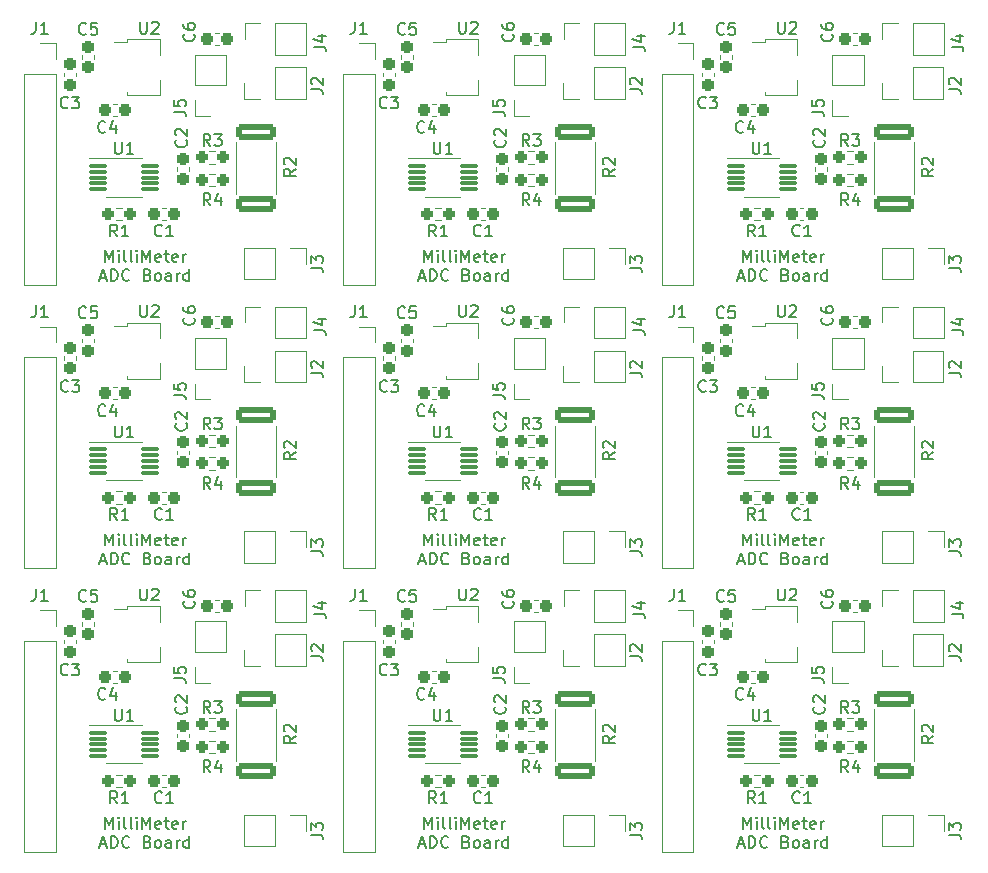
<source format=gto>
G04 #@! TF.GenerationSoftware,KiCad,Pcbnew,6.0.11-2627ca5db0~126~ubuntu22.04.1*
G04 #@! TF.CreationDate,2023-02-05T22:47:26+11:00*
G04 #@! TF.ProjectId,panel,70616e65-6c2e-46b6-9963-61645f706362,rev?*
G04 #@! TF.SameCoordinates,Original*
G04 #@! TF.FileFunction,Legend,Top*
G04 #@! TF.FilePolarity,Positive*
%FSLAX46Y46*%
G04 Gerber Fmt 4.6, Leading zero omitted, Abs format (unit mm)*
G04 Created by KiCad (PCBNEW 6.0.11-2627ca5db0~126~ubuntu22.04.1) date 2023-02-05 22:47:26*
%MOMM*%
%LPD*%
G01*
G04 APERTURE LIST*
G04 Aperture macros list*
%AMRoundRect*
0 Rectangle with rounded corners*
0 $1 Rounding radius*
0 $2 $3 $4 $5 $6 $7 $8 $9 X,Y pos of 4 corners*
0 Add a 4 corners polygon primitive as box body*
4,1,4,$2,$3,$4,$5,$6,$7,$8,$9,$2,$3,0*
0 Add four circle primitives for the rounded corners*
1,1,$1+$1,$2,$3*
1,1,$1+$1,$4,$5*
1,1,$1+$1,$6,$7*
1,1,$1+$1,$8,$9*
0 Add four rect primitives between the rounded corners*
20,1,$1+$1,$2,$3,$4,$5,0*
20,1,$1+$1,$4,$5,$6,$7,0*
20,1,$1+$1,$6,$7,$8,$9,0*
20,1,$1+$1,$8,$9,$2,$3,0*%
%AMFreePoly0*
4,1,9,5.362500,-0.866500,1.237500,-0.866500,1.237500,-0.450000,-1.237500,-0.450000,-1.237500,0.450000,1.237500,0.450000,1.237500,0.866500,5.362500,0.866500,5.362500,-0.866500,5.362500,-0.866500,$1*%
G04 Aperture macros list end*
%ADD10C,0.156000*%
%ADD11C,0.150000*%
%ADD12C,0.120000*%
%ADD13RoundRect,0.237500X-0.250000X-0.237500X0.250000X-0.237500X0.250000X0.237500X-0.250000X0.237500X0*%
%ADD14C,3.000000*%
%ADD15RoundRect,0.237500X-0.300000X-0.237500X0.300000X-0.237500X0.300000X0.237500X-0.300000X0.237500X0*%
%ADD16R,1.700000X1.700000*%
%ADD17O,1.700000X1.700000*%
%ADD18RoundRect,0.237500X0.237500X-0.300000X0.237500X0.300000X-0.237500X0.300000X-0.237500X-0.300000X0*%
%ADD19RoundRect,0.237500X0.250000X0.237500X-0.250000X0.237500X-0.250000X-0.237500X0.250000X-0.237500X0*%
%ADD20RoundRect,0.237500X-0.237500X0.300000X-0.237500X-0.300000X0.237500X-0.300000X0.237500X0.300000X0*%
%ADD21R,2.300000X0.900000*%
%ADD22FreePoly0,0.000000*%
%ADD23RoundRect,0.075000X-0.650000X-0.075000X0.650000X-0.075000X0.650000X0.075000X-0.650000X0.075000X0*%
%ADD24RoundRect,0.237500X0.300000X0.237500X-0.300000X0.237500X-0.300000X-0.237500X0.300000X-0.237500X0*%
%ADD25C,1.000000*%
%ADD26RoundRect,0.249999X1.425001X-0.450001X1.425001X0.450001X-1.425001X0.450001X-1.425001X-0.450001X0*%
G04 APERTURE END LIST*
D10*
X115832857Y-49647380D02*
X115832857Y-48647380D01*
X116166190Y-49361666D01*
X116499523Y-48647380D01*
X116499523Y-49647380D01*
X116975714Y-49647380D02*
X116975714Y-48980714D01*
X116975714Y-48647380D02*
X116928095Y-48695000D01*
X116975714Y-48742619D01*
X117023333Y-48695000D01*
X116975714Y-48647380D01*
X116975714Y-48742619D01*
X117594761Y-49647380D02*
X117499523Y-49599761D01*
X117451904Y-49504523D01*
X117451904Y-48647380D01*
X118118571Y-49647380D02*
X118023333Y-49599761D01*
X117975714Y-49504523D01*
X117975714Y-48647380D01*
X118499523Y-49647380D02*
X118499523Y-48980714D01*
X118499523Y-48647380D02*
X118451904Y-48695000D01*
X118499523Y-48742619D01*
X118547142Y-48695000D01*
X118499523Y-48647380D01*
X118499523Y-48742619D01*
X118975714Y-49647380D02*
X118975714Y-48647380D01*
X119309047Y-49361666D01*
X119642380Y-48647380D01*
X119642380Y-49647380D01*
X120499523Y-49599761D02*
X120404285Y-49647380D01*
X120213809Y-49647380D01*
X120118571Y-49599761D01*
X120070952Y-49504523D01*
X120070952Y-49123571D01*
X120118571Y-49028333D01*
X120213809Y-48980714D01*
X120404285Y-48980714D01*
X120499523Y-49028333D01*
X120547142Y-49123571D01*
X120547142Y-49218809D01*
X120070952Y-49314047D01*
X120832857Y-48980714D02*
X121213809Y-48980714D01*
X120975714Y-48647380D02*
X120975714Y-49504523D01*
X121023333Y-49599761D01*
X121118571Y-49647380D01*
X121213809Y-49647380D01*
X121928095Y-49599761D02*
X121832857Y-49647380D01*
X121642380Y-49647380D01*
X121547142Y-49599761D01*
X121499523Y-49504523D01*
X121499523Y-49123571D01*
X121547142Y-49028333D01*
X121642380Y-48980714D01*
X121832857Y-48980714D01*
X121928095Y-49028333D01*
X121975714Y-49123571D01*
X121975714Y-49218809D01*
X121499523Y-49314047D01*
X122404285Y-49647380D02*
X122404285Y-48980714D01*
X122404285Y-49171190D02*
X122451904Y-49075952D01*
X122499523Y-49028333D01*
X122594761Y-48980714D01*
X122690000Y-48980714D01*
X115404285Y-50971666D02*
X115880476Y-50971666D01*
X115309047Y-51257380D02*
X115642380Y-50257380D01*
X115975714Y-51257380D01*
X116309047Y-51257380D02*
X116309047Y-50257380D01*
X116547142Y-50257380D01*
X116690000Y-50305000D01*
X116785238Y-50400238D01*
X116832857Y-50495476D01*
X116880476Y-50685952D01*
X116880476Y-50828809D01*
X116832857Y-51019285D01*
X116785238Y-51114523D01*
X116690000Y-51209761D01*
X116547142Y-51257380D01*
X116309047Y-51257380D01*
X117880476Y-51162142D02*
X117832857Y-51209761D01*
X117690000Y-51257380D01*
X117594761Y-51257380D01*
X117451904Y-51209761D01*
X117356666Y-51114523D01*
X117309047Y-51019285D01*
X117261428Y-50828809D01*
X117261428Y-50685952D01*
X117309047Y-50495476D01*
X117356666Y-50400238D01*
X117451904Y-50305000D01*
X117594761Y-50257380D01*
X117690000Y-50257380D01*
X117832857Y-50305000D01*
X117880476Y-50352619D01*
X119404285Y-50733571D02*
X119547142Y-50781190D01*
X119594761Y-50828809D01*
X119642380Y-50924047D01*
X119642380Y-51066904D01*
X119594761Y-51162142D01*
X119547142Y-51209761D01*
X119451904Y-51257380D01*
X119070952Y-51257380D01*
X119070952Y-50257380D01*
X119404285Y-50257380D01*
X119499523Y-50305000D01*
X119547142Y-50352619D01*
X119594761Y-50447857D01*
X119594761Y-50543095D01*
X119547142Y-50638333D01*
X119499523Y-50685952D01*
X119404285Y-50733571D01*
X119070952Y-50733571D01*
X120213809Y-51257380D02*
X120118571Y-51209761D01*
X120070952Y-51162142D01*
X120023333Y-51066904D01*
X120023333Y-50781190D01*
X120070952Y-50685952D01*
X120118571Y-50638333D01*
X120213809Y-50590714D01*
X120356666Y-50590714D01*
X120451904Y-50638333D01*
X120499523Y-50685952D01*
X120547142Y-50781190D01*
X120547142Y-51066904D01*
X120499523Y-51162142D01*
X120451904Y-51209761D01*
X120356666Y-51257380D01*
X120213809Y-51257380D01*
X121404285Y-51257380D02*
X121404285Y-50733571D01*
X121356666Y-50638333D01*
X121261428Y-50590714D01*
X121070952Y-50590714D01*
X120975714Y-50638333D01*
X121404285Y-51209761D02*
X121309047Y-51257380D01*
X121070952Y-51257380D01*
X120975714Y-51209761D01*
X120928095Y-51114523D01*
X120928095Y-51019285D01*
X120975714Y-50924047D01*
X121070952Y-50876428D01*
X121309047Y-50876428D01*
X121404285Y-50828809D01*
X121880476Y-51257380D02*
X121880476Y-50590714D01*
X121880476Y-50781190D02*
X121928095Y-50685952D01*
X121975714Y-50638333D01*
X122070952Y-50590714D01*
X122166190Y-50590714D01*
X122928095Y-51257380D02*
X122928095Y-50257380D01*
X122928095Y-51209761D02*
X122832857Y-51257380D01*
X122642380Y-51257380D01*
X122547142Y-51209761D01*
X122499523Y-51162142D01*
X122451904Y-51066904D01*
X122451904Y-50781190D01*
X122499523Y-50685952D01*
X122547142Y-50638333D01*
X122642380Y-50590714D01*
X122832857Y-50590714D01*
X122928095Y-50638333D01*
X142832857Y-49647380D02*
X142832857Y-48647380D01*
X143166190Y-49361666D01*
X143499523Y-48647380D01*
X143499523Y-49647380D01*
X143975714Y-49647380D02*
X143975714Y-48980714D01*
X143975714Y-48647380D02*
X143928095Y-48695000D01*
X143975714Y-48742619D01*
X144023333Y-48695000D01*
X143975714Y-48647380D01*
X143975714Y-48742619D01*
X144594761Y-49647380D02*
X144499523Y-49599761D01*
X144451904Y-49504523D01*
X144451904Y-48647380D01*
X145118571Y-49647380D02*
X145023333Y-49599761D01*
X144975714Y-49504523D01*
X144975714Y-48647380D01*
X145499523Y-49647380D02*
X145499523Y-48980714D01*
X145499523Y-48647380D02*
X145451904Y-48695000D01*
X145499523Y-48742619D01*
X145547142Y-48695000D01*
X145499523Y-48647380D01*
X145499523Y-48742619D01*
X145975714Y-49647380D02*
X145975714Y-48647380D01*
X146309047Y-49361666D01*
X146642380Y-48647380D01*
X146642380Y-49647380D01*
X147499523Y-49599761D02*
X147404285Y-49647380D01*
X147213809Y-49647380D01*
X147118571Y-49599761D01*
X147070952Y-49504523D01*
X147070952Y-49123571D01*
X147118571Y-49028333D01*
X147213809Y-48980714D01*
X147404285Y-48980714D01*
X147499523Y-49028333D01*
X147547142Y-49123571D01*
X147547142Y-49218809D01*
X147070952Y-49314047D01*
X147832857Y-48980714D02*
X148213809Y-48980714D01*
X147975714Y-48647380D02*
X147975714Y-49504523D01*
X148023333Y-49599761D01*
X148118571Y-49647380D01*
X148213809Y-49647380D01*
X148928095Y-49599761D02*
X148832857Y-49647380D01*
X148642380Y-49647380D01*
X148547142Y-49599761D01*
X148499523Y-49504523D01*
X148499523Y-49123571D01*
X148547142Y-49028333D01*
X148642380Y-48980714D01*
X148832857Y-48980714D01*
X148928095Y-49028333D01*
X148975714Y-49123571D01*
X148975714Y-49218809D01*
X148499523Y-49314047D01*
X149404285Y-49647380D02*
X149404285Y-48980714D01*
X149404285Y-49171190D02*
X149451904Y-49075952D01*
X149499523Y-49028333D01*
X149594761Y-48980714D01*
X149690000Y-48980714D01*
X142404285Y-50971666D02*
X142880476Y-50971666D01*
X142309047Y-51257380D02*
X142642380Y-50257380D01*
X142975714Y-51257380D01*
X143309047Y-51257380D02*
X143309047Y-50257380D01*
X143547142Y-50257380D01*
X143690000Y-50305000D01*
X143785238Y-50400238D01*
X143832857Y-50495476D01*
X143880476Y-50685952D01*
X143880476Y-50828809D01*
X143832857Y-51019285D01*
X143785238Y-51114523D01*
X143690000Y-51209761D01*
X143547142Y-51257380D01*
X143309047Y-51257380D01*
X144880476Y-51162142D02*
X144832857Y-51209761D01*
X144690000Y-51257380D01*
X144594761Y-51257380D01*
X144451904Y-51209761D01*
X144356666Y-51114523D01*
X144309047Y-51019285D01*
X144261428Y-50828809D01*
X144261428Y-50685952D01*
X144309047Y-50495476D01*
X144356666Y-50400238D01*
X144451904Y-50305000D01*
X144594761Y-50257380D01*
X144690000Y-50257380D01*
X144832857Y-50305000D01*
X144880476Y-50352619D01*
X146404285Y-50733571D02*
X146547142Y-50781190D01*
X146594761Y-50828809D01*
X146642380Y-50924047D01*
X146642380Y-51066904D01*
X146594761Y-51162142D01*
X146547142Y-51209761D01*
X146451904Y-51257380D01*
X146070952Y-51257380D01*
X146070952Y-50257380D01*
X146404285Y-50257380D01*
X146499523Y-50305000D01*
X146547142Y-50352619D01*
X146594761Y-50447857D01*
X146594761Y-50543095D01*
X146547142Y-50638333D01*
X146499523Y-50685952D01*
X146404285Y-50733571D01*
X146070952Y-50733571D01*
X147213809Y-51257380D02*
X147118571Y-51209761D01*
X147070952Y-51162142D01*
X147023333Y-51066904D01*
X147023333Y-50781190D01*
X147070952Y-50685952D01*
X147118571Y-50638333D01*
X147213809Y-50590714D01*
X147356666Y-50590714D01*
X147451904Y-50638333D01*
X147499523Y-50685952D01*
X147547142Y-50781190D01*
X147547142Y-51066904D01*
X147499523Y-51162142D01*
X147451904Y-51209761D01*
X147356666Y-51257380D01*
X147213809Y-51257380D01*
X148404285Y-51257380D02*
X148404285Y-50733571D01*
X148356666Y-50638333D01*
X148261428Y-50590714D01*
X148070952Y-50590714D01*
X147975714Y-50638333D01*
X148404285Y-51209761D02*
X148309047Y-51257380D01*
X148070952Y-51257380D01*
X147975714Y-51209761D01*
X147928095Y-51114523D01*
X147928095Y-51019285D01*
X147975714Y-50924047D01*
X148070952Y-50876428D01*
X148309047Y-50876428D01*
X148404285Y-50828809D01*
X148880476Y-51257380D02*
X148880476Y-50590714D01*
X148880476Y-50781190D02*
X148928095Y-50685952D01*
X148975714Y-50638333D01*
X149070952Y-50590714D01*
X149166190Y-50590714D01*
X149928095Y-51257380D02*
X149928095Y-50257380D01*
X149928095Y-51209761D02*
X149832857Y-51257380D01*
X149642380Y-51257380D01*
X149547142Y-51209761D01*
X149499523Y-51162142D01*
X149451904Y-51066904D01*
X149451904Y-50781190D01*
X149499523Y-50685952D01*
X149547142Y-50638333D01*
X149642380Y-50590714D01*
X149832857Y-50590714D01*
X149928095Y-50638333D01*
X169832857Y-49647380D02*
X169832857Y-48647380D01*
X170166190Y-49361666D01*
X170499523Y-48647380D01*
X170499523Y-49647380D01*
X170975714Y-49647380D02*
X170975714Y-48980714D01*
X170975714Y-48647380D02*
X170928095Y-48695000D01*
X170975714Y-48742619D01*
X171023333Y-48695000D01*
X170975714Y-48647380D01*
X170975714Y-48742619D01*
X171594761Y-49647380D02*
X171499523Y-49599761D01*
X171451904Y-49504523D01*
X171451904Y-48647380D01*
X172118571Y-49647380D02*
X172023333Y-49599761D01*
X171975714Y-49504523D01*
X171975714Y-48647380D01*
X172499523Y-49647380D02*
X172499523Y-48980714D01*
X172499523Y-48647380D02*
X172451904Y-48695000D01*
X172499523Y-48742619D01*
X172547142Y-48695000D01*
X172499523Y-48647380D01*
X172499523Y-48742619D01*
X172975714Y-49647380D02*
X172975714Y-48647380D01*
X173309047Y-49361666D01*
X173642380Y-48647380D01*
X173642380Y-49647380D01*
X174499523Y-49599761D02*
X174404285Y-49647380D01*
X174213809Y-49647380D01*
X174118571Y-49599761D01*
X174070952Y-49504523D01*
X174070952Y-49123571D01*
X174118571Y-49028333D01*
X174213809Y-48980714D01*
X174404285Y-48980714D01*
X174499523Y-49028333D01*
X174547142Y-49123571D01*
X174547142Y-49218809D01*
X174070952Y-49314047D01*
X174832857Y-48980714D02*
X175213809Y-48980714D01*
X174975714Y-48647380D02*
X174975714Y-49504523D01*
X175023333Y-49599761D01*
X175118571Y-49647380D01*
X175213809Y-49647380D01*
X175928095Y-49599761D02*
X175832857Y-49647380D01*
X175642380Y-49647380D01*
X175547142Y-49599761D01*
X175499523Y-49504523D01*
X175499523Y-49123571D01*
X175547142Y-49028333D01*
X175642380Y-48980714D01*
X175832857Y-48980714D01*
X175928095Y-49028333D01*
X175975714Y-49123571D01*
X175975714Y-49218809D01*
X175499523Y-49314047D01*
X176404285Y-49647380D02*
X176404285Y-48980714D01*
X176404285Y-49171190D02*
X176451904Y-49075952D01*
X176499523Y-49028333D01*
X176594761Y-48980714D01*
X176690000Y-48980714D01*
X169404285Y-50971666D02*
X169880476Y-50971666D01*
X169309047Y-51257380D02*
X169642380Y-50257380D01*
X169975714Y-51257380D01*
X170309047Y-51257380D02*
X170309047Y-50257380D01*
X170547142Y-50257380D01*
X170690000Y-50305000D01*
X170785238Y-50400238D01*
X170832857Y-50495476D01*
X170880476Y-50685952D01*
X170880476Y-50828809D01*
X170832857Y-51019285D01*
X170785238Y-51114523D01*
X170690000Y-51209761D01*
X170547142Y-51257380D01*
X170309047Y-51257380D01*
X171880476Y-51162142D02*
X171832857Y-51209761D01*
X171690000Y-51257380D01*
X171594761Y-51257380D01*
X171451904Y-51209761D01*
X171356666Y-51114523D01*
X171309047Y-51019285D01*
X171261428Y-50828809D01*
X171261428Y-50685952D01*
X171309047Y-50495476D01*
X171356666Y-50400238D01*
X171451904Y-50305000D01*
X171594761Y-50257380D01*
X171690000Y-50257380D01*
X171832857Y-50305000D01*
X171880476Y-50352619D01*
X173404285Y-50733571D02*
X173547142Y-50781190D01*
X173594761Y-50828809D01*
X173642380Y-50924047D01*
X173642380Y-51066904D01*
X173594761Y-51162142D01*
X173547142Y-51209761D01*
X173451904Y-51257380D01*
X173070952Y-51257380D01*
X173070952Y-50257380D01*
X173404285Y-50257380D01*
X173499523Y-50305000D01*
X173547142Y-50352619D01*
X173594761Y-50447857D01*
X173594761Y-50543095D01*
X173547142Y-50638333D01*
X173499523Y-50685952D01*
X173404285Y-50733571D01*
X173070952Y-50733571D01*
X174213809Y-51257380D02*
X174118571Y-51209761D01*
X174070952Y-51162142D01*
X174023333Y-51066904D01*
X174023333Y-50781190D01*
X174070952Y-50685952D01*
X174118571Y-50638333D01*
X174213809Y-50590714D01*
X174356666Y-50590714D01*
X174451904Y-50638333D01*
X174499523Y-50685952D01*
X174547142Y-50781190D01*
X174547142Y-51066904D01*
X174499523Y-51162142D01*
X174451904Y-51209761D01*
X174356666Y-51257380D01*
X174213809Y-51257380D01*
X175404285Y-51257380D02*
X175404285Y-50733571D01*
X175356666Y-50638333D01*
X175261428Y-50590714D01*
X175070952Y-50590714D01*
X174975714Y-50638333D01*
X175404285Y-51209761D02*
X175309047Y-51257380D01*
X175070952Y-51257380D01*
X174975714Y-51209761D01*
X174928095Y-51114523D01*
X174928095Y-51019285D01*
X174975714Y-50924047D01*
X175070952Y-50876428D01*
X175309047Y-50876428D01*
X175404285Y-50828809D01*
X175880476Y-51257380D02*
X175880476Y-50590714D01*
X175880476Y-50781190D02*
X175928095Y-50685952D01*
X175975714Y-50638333D01*
X176070952Y-50590714D01*
X176166190Y-50590714D01*
X176928095Y-51257380D02*
X176928095Y-50257380D01*
X176928095Y-51209761D02*
X176832857Y-51257380D01*
X176642380Y-51257380D01*
X176547142Y-51209761D01*
X176499523Y-51162142D01*
X176451904Y-51066904D01*
X176451904Y-50781190D01*
X176499523Y-50685952D01*
X176547142Y-50638333D01*
X176642380Y-50590714D01*
X176832857Y-50590714D01*
X176928095Y-50638333D01*
X115832857Y-73647380D02*
X115832857Y-72647380D01*
X116166190Y-73361666D01*
X116499523Y-72647380D01*
X116499523Y-73647380D01*
X116975714Y-73647380D02*
X116975714Y-72980714D01*
X116975714Y-72647380D02*
X116928095Y-72695000D01*
X116975714Y-72742619D01*
X117023333Y-72695000D01*
X116975714Y-72647380D01*
X116975714Y-72742619D01*
X117594761Y-73647380D02*
X117499523Y-73599761D01*
X117451904Y-73504523D01*
X117451904Y-72647380D01*
X118118571Y-73647380D02*
X118023333Y-73599761D01*
X117975714Y-73504523D01*
X117975714Y-72647380D01*
X118499523Y-73647380D02*
X118499523Y-72980714D01*
X118499523Y-72647380D02*
X118451904Y-72695000D01*
X118499523Y-72742619D01*
X118547142Y-72695000D01*
X118499523Y-72647380D01*
X118499523Y-72742619D01*
X118975714Y-73647380D02*
X118975714Y-72647380D01*
X119309047Y-73361666D01*
X119642380Y-72647380D01*
X119642380Y-73647380D01*
X120499523Y-73599761D02*
X120404285Y-73647380D01*
X120213809Y-73647380D01*
X120118571Y-73599761D01*
X120070952Y-73504523D01*
X120070952Y-73123571D01*
X120118571Y-73028333D01*
X120213809Y-72980714D01*
X120404285Y-72980714D01*
X120499523Y-73028333D01*
X120547142Y-73123571D01*
X120547142Y-73218809D01*
X120070952Y-73314047D01*
X120832857Y-72980714D02*
X121213809Y-72980714D01*
X120975714Y-72647380D02*
X120975714Y-73504523D01*
X121023333Y-73599761D01*
X121118571Y-73647380D01*
X121213809Y-73647380D01*
X121928095Y-73599761D02*
X121832857Y-73647380D01*
X121642380Y-73647380D01*
X121547142Y-73599761D01*
X121499523Y-73504523D01*
X121499523Y-73123571D01*
X121547142Y-73028333D01*
X121642380Y-72980714D01*
X121832857Y-72980714D01*
X121928095Y-73028333D01*
X121975714Y-73123571D01*
X121975714Y-73218809D01*
X121499523Y-73314047D01*
X122404285Y-73647380D02*
X122404285Y-72980714D01*
X122404285Y-73171190D02*
X122451904Y-73075952D01*
X122499523Y-73028333D01*
X122594761Y-72980714D01*
X122690000Y-72980714D01*
X115404285Y-74971666D02*
X115880476Y-74971666D01*
X115309047Y-75257380D02*
X115642380Y-74257380D01*
X115975714Y-75257380D01*
X116309047Y-75257380D02*
X116309047Y-74257380D01*
X116547142Y-74257380D01*
X116690000Y-74305000D01*
X116785238Y-74400238D01*
X116832857Y-74495476D01*
X116880476Y-74685952D01*
X116880476Y-74828809D01*
X116832857Y-75019285D01*
X116785238Y-75114523D01*
X116690000Y-75209761D01*
X116547142Y-75257380D01*
X116309047Y-75257380D01*
X117880476Y-75162142D02*
X117832857Y-75209761D01*
X117690000Y-75257380D01*
X117594761Y-75257380D01*
X117451904Y-75209761D01*
X117356666Y-75114523D01*
X117309047Y-75019285D01*
X117261428Y-74828809D01*
X117261428Y-74685952D01*
X117309047Y-74495476D01*
X117356666Y-74400238D01*
X117451904Y-74305000D01*
X117594761Y-74257380D01*
X117690000Y-74257380D01*
X117832857Y-74305000D01*
X117880476Y-74352619D01*
X119404285Y-74733571D02*
X119547142Y-74781190D01*
X119594761Y-74828809D01*
X119642380Y-74924047D01*
X119642380Y-75066904D01*
X119594761Y-75162142D01*
X119547142Y-75209761D01*
X119451904Y-75257380D01*
X119070952Y-75257380D01*
X119070952Y-74257380D01*
X119404285Y-74257380D01*
X119499523Y-74305000D01*
X119547142Y-74352619D01*
X119594761Y-74447857D01*
X119594761Y-74543095D01*
X119547142Y-74638333D01*
X119499523Y-74685952D01*
X119404285Y-74733571D01*
X119070952Y-74733571D01*
X120213809Y-75257380D02*
X120118571Y-75209761D01*
X120070952Y-75162142D01*
X120023333Y-75066904D01*
X120023333Y-74781190D01*
X120070952Y-74685952D01*
X120118571Y-74638333D01*
X120213809Y-74590714D01*
X120356666Y-74590714D01*
X120451904Y-74638333D01*
X120499523Y-74685952D01*
X120547142Y-74781190D01*
X120547142Y-75066904D01*
X120499523Y-75162142D01*
X120451904Y-75209761D01*
X120356666Y-75257380D01*
X120213809Y-75257380D01*
X121404285Y-75257380D02*
X121404285Y-74733571D01*
X121356666Y-74638333D01*
X121261428Y-74590714D01*
X121070952Y-74590714D01*
X120975714Y-74638333D01*
X121404285Y-75209761D02*
X121309047Y-75257380D01*
X121070952Y-75257380D01*
X120975714Y-75209761D01*
X120928095Y-75114523D01*
X120928095Y-75019285D01*
X120975714Y-74924047D01*
X121070952Y-74876428D01*
X121309047Y-74876428D01*
X121404285Y-74828809D01*
X121880476Y-75257380D02*
X121880476Y-74590714D01*
X121880476Y-74781190D02*
X121928095Y-74685952D01*
X121975714Y-74638333D01*
X122070952Y-74590714D01*
X122166190Y-74590714D01*
X122928095Y-75257380D02*
X122928095Y-74257380D01*
X122928095Y-75209761D02*
X122832857Y-75257380D01*
X122642380Y-75257380D01*
X122547142Y-75209761D01*
X122499523Y-75162142D01*
X122451904Y-75066904D01*
X122451904Y-74781190D01*
X122499523Y-74685952D01*
X122547142Y-74638333D01*
X122642380Y-74590714D01*
X122832857Y-74590714D01*
X122928095Y-74638333D01*
X142832857Y-73647380D02*
X142832857Y-72647380D01*
X143166190Y-73361666D01*
X143499523Y-72647380D01*
X143499523Y-73647380D01*
X143975714Y-73647380D02*
X143975714Y-72980714D01*
X143975714Y-72647380D02*
X143928095Y-72695000D01*
X143975714Y-72742619D01*
X144023333Y-72695000D01*
X143975714Y-72647380D01*
X143975714Y-72742619D01*
X144594761Y-73647380D02*
X144499523Y-73599761D01*
X144451904Y-73504523D01*
X144451904Y-72647380D01*
X145118571Y-73647380D02*
X145023333Y-73599761D01*
X144975714Y-73504523D01*
X144975714Y-72647380D01*
X145499523Y-73647380D02*
X145499523Y-72980714D01*
X145499523Y-72647380D02*
X145451904Y-72695000D01*
X145499523Y-72742619D01*
X145547142Y-72695000D01*
X145499523Y-72647380D01*
X145499523Y-72742619D01*
X145975714Y-73647380D02*
X145975714Y-72647380D01*
X146309047Y-73361666D01*
X146642380Y-72647380D01*
X146642380Y-73647380D01*
X147499523Y-73599761D02*
X147404285Y-73647380D01*
X147213809Y-73647380D01*
X147118571Y-73599761D01*
X147070952Y-73504523D01*
X147070952Y-73123571D01*
X147118571Y-73028333D01*
X147213809Y-72980714D01*
X147404285Y-72980714D01*
X147499523Y-73028333D01*
X147547142Y-73123571D01*
X147547142Y-73218809D01*
X147070952Y-73314047D01*
X147832857Y-72980714D02*
X148213809Y-72980714D01*
X147975714Y-72647380D02*
X147975714Y-73504523D01*
X148023333Y-73599761D01*
X148118571Y-73647380D01*
X148213809Y-73647380D01*
X148928095Y-73599761D02*
X148832857Y-73647380D01*
X148642380Y-73647380D01*
X148547142Y-73599761D01*
X148499523Y-73504523D01*
X148499523Y-73123571D01*
X148547142Y-73028333D01*
X148642380Y-72980714D01*
X148832857Y-72980714D01*
X148928095Y-73028333D01*
X148975714Y-73123571D01*
X148975714Y-73218809D01*
X148499523Y-73314047D01*
X149404285Y-73647380D02*
X149404285Y-72980714D01*
X149404285Y-73171190D02*
X149451904Y-73075952D01*
X149499523Y-73028333D01*
X149594761Y-72980714D01*
X149690000Y-72980714D01*
X142404285Y-74971666D02*
X142880476Y-74971666D01*
X142309047Y-75257380D02*
X142642380Y-74257380D01*
X142975714Y-75257380D01*
X143309047Y-75257380D02*
X143309047Y-74257380D01*
X143547142Y-74257380D01*
X143690000Y-74305000D01*
X143785238Y-74400238D01*
X143832857Y-74495476D01*
X143880476Y-74685952D01*
X143880476Y-74828809D01*
X143832857Y-75019285D01*
X143785238Y-75114523D01*
X143690000Y-75209761D01*
X143547142Y-75257380D01*
X143309047Y-75257380D01*
X144880476Y-75162142D02*
X144832857Y-75209761D01*
X144690000Y-75257380D01*
X144594761Y-75257380D01*
X144451904Y-75209761D01*
X144356666Y-75114523D01*
X144309047Y-75019285D01*
X144261428Y-74828809D01*
X144261428Y-74685952D01*
X144309047Y-74495476D01*
X144356666Y-74400238D01*
X144451904Y-74305000D01*
X144594761Y-74257380D01*
X144690000Y-74257380D01*
X144832857Y-74305000D01*
X144880476Y-74352619D01*
X146404285Y-74733571D02*
X146547142Y-74781190D01*
X146594761Y-74828809D01*
X146642380Y-74924047D01*
X146642380Y-75066904D01*
X146594761Y-75162142D01*
X146547142Y-75209761D01*
X146451904Y-75257380D01*
X146070952Y-75257380D01*
X146070952Y-74257380D01*
X146404285Y-74257380D01*
X146499523Y-74305000D01*
X146547142Y-74352619D01*
X146594761Y-74447857D01*
X146594761Y-74543095D01*
X146547142Y-74638333D01*
X146499523Y-74685952D01*
X146404285Y-74733571D01*
X146070952Y-74733571D01*
X147213809Y-75257380D02*
X147118571Y-75209761D01*
X147070952Y-75162142D01*
X147023333Y-75066904D01*
X147023333Y-74781190D01*
X147070952Y-74685952D01*
X147118571Y-74638333D01*
X147213809Y-74590714D01*
X147356666Y-74590714D01*
X147451904Y-74638333D01*
X147499523Y-74685952D01*
X147547142Y-74781190D01*
X147547142Y-75066904D01*
X147499523Y-75162142D01*
X147451904Y-75209761D01*
X147356666Y-75257380D01*
X147213809Y-75257380D01*
X148404285Y-75257380D02*
X148404285Y-74733571D01*
X148356666Y-74638333D01*
X148261428Y-74590714D01*
X148070952Y-74590714D01*
X147975714Y-74638333D01*
X148404285Y-75209761D02*
X148309047Y-75257380D01*
X148070952Y-75257380D01*
X147975714Y-75209761D01*
X147928095Y-75114523D01*
X147928095Y-75019285D01*
X147975714Y-74924047D01*
X148070952Y-74876428D01*
X148309047Y-74876428D01*
X148404285Y-74828809D01*
X148880476Y-75257380D02*
X148880476Y-74590714D01*
X148880476Y-74781190D02*
X148928095Y-74685952D01*
X148975714Y-74638333D01*
X149070952Y-74590714D01*
X149166190Y-74590714D01*
X149928095Y-75257380D02*
X149928095Y-74257380D01*
X149928095Y-75209761D02*
X149832857Y-75257380D01*
X149642380Y-75257380D01*
X149547142Y-75209761D01*
X149499523Y-75162142D01*
X149451904Y-75066904D01*
X149451904Y-74781190D01*
X149499523Y-74685952D01*
X149547142Y-74638333D01*
X149642380Y-74590714D01*
X149832857Y-74590714D01*
X149928095Y-74638333D01*
X169832857Y-73647380D02*
X169832857Y-72647380D01*
X170166190Y-73361666D01*
X170499523Y-72647380D01*
X170499523Y-73647380D01*
X170975714Y-73647380D02*
X170975714Y-72980714D01*
X170975714Y-72647380D02*
X170928095Y-72695000D01*
X170975714Y-72742619D01*
X171023333Y-72695000D01*
X170975714Y-72647380D01*
X170975714Y-72742619D01*
X171594761Y-73647380D02*
X171499523Y-73599761D01*
X171451904Y-73504523D01*
X171451904Y-72647380D01*
X172118571Y-73647380D02*
X172023333Y-73599761D01*
X171975714Y-73504523D01*
X171975714Y-72647380D01*
X172499523Y-73647380D02*
X172499523Y-72980714D01*
X172499523Y-72647380D02*
X172451904Y-72695000D01*
X172499523Y-72742619D01*
X172547142Y-72695000D01*
X172499523Y-72647380D01*
X172499523Y-72742619D01*
X172975714Y-73647380D02*
X172975714Y-72647380D01*
X173309047Y-73361666D01*
X173642380Y-72647380D01*
X173642380Y-73647380D01*
X174499523Y-73599761D02*
X174404285Y-73647380D01*
X174213809Y-73647380D01*
X174118571Y-73599761D01*
X174070952Y-73504523D01*
X174070952Y-73123571D01*
X174118571Y-73028333D01*
X174213809Y-72980714D01*
X174404285Y-72980714D01*
X174499523Y-73028333D01*
X174547142Y-73123571D01*
X174547142Y-73218809D01*
X174070952Y-73314047D01*
X174832857Y-72980714D02*
X175213809Y-72980714D01*
X174975714Y-72647380D02*
X174975714Y-73504523D01*
X175023333Y-73599761D01*
X175118571Y-73647380D01*
X175213809Y-73647380D01*
X175928095Y-73599761D02*
X175832857Y-73647380D01*
X175642380Y-73647380D01*
X175547142Y-73599761D01*
X175499523Y-73504523D01*
X175499523Y-73123571D01*
X175547142Y-73028333D01*
X175642380Y-72980714D01*
X175832857Y-72980714D01*
X175928095Y-73028333D01*
X175975714Y-73123571D01*
X175975714Y-73218809D01*
X175499523Y-73314047D01*
X176404285Y-73647380D02*
X176404285Y-72980714D01*
X176404285Y-73171190D02*
X176451904Y-73075952D01*
X176499523Y-73028333D01*
X176594761Y-72980714D01*
X176690000Y-72980714D01*
X169404285Y-74971666D02*
X169880476Y-74971666D01*
X169309047Y-75257380D02*
X169642380Y-74257380D01*
X169975714Y-75257380D01*
X170309047Y-75257380D02*
X170309047Y-74257380D01*
X170547142Y-74257380D01*
X170690000Y-74305000D01*
X170785238Y-74400238D01*
X170832857Y-74495476D01*
X170880476Y-74685952D01*
X170880476Y-74828809D01*
X170832857Y-75019285D01*
X170785238Y-75114523D01*
X170690000Y-75209761D01*
X170547142Y-75257380D01*
X170309047Y-75257380D01*
X171880476Y-75162142D02*
X171832857Y-75209761D01*
X171690000Y-75257380D01*
X171594761Y-75257380D01*
X171451904Y-75209761D01*
X171356666Y-75114523D01*
X171309047Y-75019285D01*
X171261428Y-74828809D01*
X171261428Y-74685952D01*
X171309047Y-74495476D01*
X171356666Y-74400238D01*
X171451904Y-74305000D01*
X171594761Y-74257380D01*
X171690000Y-74257380D01*
X171832857Y-74305000D01*
X171880476Y-74352619D01*
X173404285Y-74733571D02*
X173547142Y-74781190D01*
X173594761Y-74828809D01*
X173642380Y-74924047D01*
X173642380Y-75066904D01*
X173594761Y-75162142D01*
X173547142Y-75209761D01*
X173451904Y-75257380D01*
X173070952Y-75257380D01*
X173070952Y-74257380D01*
X173404285Y-74257380D01*
X173499523Y-74305000D01*
X173547142Y-74352619D01*
X173594761Y-74447857D01*
X173594761Y-74543095D01*
X173547142Y-74638333D01*
X173499523Y-74685952D01*
X173404285Y-74733571D01*
X173070952Y-74733571D01*
X174213809Y-75257380D02*
X174118571Y-75209761D01*
X174070952Y-75162142D01*
X174023333Y-75066904D01*
X174023333Y-74781190D01*
X174070952Y-74685952D01*
X174118571Y-74638333D01*
X174213809Y-74590714D01*
X174356666Y-74590714D01*
X174451904Y-74638333D01*
X174499523Y-74685952D01*
X174547142Y-74781190D01*
X174547142Y-75066904D01*
X174499523Y-75162142D01*
X174451904Y-75209761D01*
X174356666Y-75257380D01*
X174213809Y-75257380D01*
X175404285Y-75257380D02*
X175404285Y-74733571D01*
X175356666Y-74638333D01*
X175261428Y-74590714D01*
X175070952Y-74590714D01*
X174975714Y-74638333D01*
X175404285Y-75209761D02*
X175309047Y-75257380D01*
X175070952Y-75257380D01*
X174975714Y-75209761D01*
X174928095Y-75114523D01*
X174928095Y-75019285D01*
X174975714Y-74924047D01*
X175070952Y-74876428D01*
X175309047Y-74876428D01*
X175404285Y-74828809D01*
X175880476Y-75257380D02*
X175880476Y-74590714D01*
X175880476Y-74781190D02*
X175928095Y-74685952D01*
X175975714Y-74638333D01*
X176070952Y-74590714D01*
X176166190Y-74590714D01*
X176928095Y-75257380D02*
X176928095Y-74257380D01*
X176928095Y-75209761D02*
X176832857Y-75257380D01*
X176642380Y-75257380D01*
X176547142Y-75209761D01*
X176499523Y-75162142D01*
X176451904Y-75066904D01*
X176451904Y-74781190D01*
X176499523Y-74685952D01*
X176547142Y-74638333D01*
X176642380Y-74590714D01*
X176832857Y-74590714D01*
X176928095Y-74638333D01*
X115832857Y-97647380D02*
X115832857Y-96647380D01*
X116166190Y-97361666D01*
X116499523Y-96647380D01*
X116499523Y-97647380D01*
X116975714Y-97647380D02*
X116975714Y-96980714D01*
X116975714Y-96647380D02*
X116928095Y-96695000D01*
X116975714Y-96742619D01*
X117023333Y-96695000D01*
X116975714Y-96647380D01*
X116975714Y-96742619D01*
X117594761Y-97647380D02*
X117499523Y-97599761D01*
X117451904Y-97504523D01*
X117451904Y-96647380D01*
X118118571Y-97647380D02*
X118023333Y-97599761D01*
X117975714Y-97504523D01*
X117975714Y-96647380D01*
X118499523Y-97647380D02*
X118499523Y-96980714D01*
X118499523Y-96647380D02*
X118451904Y-96695000D01*
X118499523Y-96742619D01*
X118547142Y-96695000D01*
X118499523Y-96647380D01*
X118499523Y-96742619D01*
X118975714Y-97647380D02*
X118975714Y-96647380D01*
X119309047Y-97361666D01*
X119642380Y-96647380D01*
X119642380Y-97647380D01*
X120499523Y-97599761D02*
X120404285Y-97647380D01*
X120213809Y-97647380D01*
X120118571Y-97599761D01*
X120070952Y-97504523D01*
X120070952Y-97123571D01*
X120118571Y-97028333D01*
X120213809Y-96980714D01*
X120404285Y-96980714D01*
X120499523Y-97028333D01*
X120547142Y-97123571D01*
X120547142Y-97218809D01*
X120070952Y-97314047D01*
X120832857Y-96980714D02*
X121213809Y-96980714D01*
X120975714Y-96647380D02*
X120975714Y-97504523D01*
X121023333Y-97599761D01*
X121118571Y-97647380D01*
X121213809Y-97647380D01*
X121928095Y-97599761D02*
X121832857Y-97647380D01*
X121642380Y-97647380D01*
X121547142Y-97599761D01*
X121499523Y-97504523D01*
X121499523Y-97123571D01*
X121547142Y-97028333D01*
X121642380Y-96980714D01*
X121832857Y-96980714D01*
X121928095Y-97028333D01*
X121975714Y-97123571D01*
X121975714Y-97218809D01*
X121499523Y-97314047D01*
X122404285Y-97647380D02*
X122404285Y-96980714D01*
X122404285Y-97171190D02*
X122451904Y-97075952D01*
X122499523Y-97028333D01*
X122594761Y-96980714D01*
X122690000Y-96980714D01*
X115404285Y-98971666D02*
X115880476Y-98971666D01*
X115309047Y-99257380D02*
X115642380Y-98257380D01*
X115975714Y-99257380D01*
X116309047Y-99257380D02*
X116309047Y-98257380D01*
X116547142Y-98257380D01*
X116690000Y-98305000D01*
X116785238Y-98400238D01*
X116832857Y-98495476D01*
X116880476Y-98685952D01*
X116880476Y-98828809D01*
X116832857Y-99019285D01*
X116785238Y-99114523D01*
X116690000Y-99209761D01*
X116547142Y-99257380D01*
X116309047Y-99257380D01*
X117880476Y-99162142D02*
X117832857Y-99209761D01*
X117690000Y-99257380D01*
X117594761Y-99257380D01*
X117451904Y-99209761D01*
X117356666Y-99114523D01*
X117309047Y-99019285D01*
X117261428Y-98828809D01*
X117261428Y-98685952D01*
X117309047Y-98495476D01*
X117356666Y-98400238D01*
X117451904Y-98305000D01*
X117594761Y-98257380D01*
X117690000Y-98257380D01*
X117832857Y-98305000D01*
X117880476Y-98352619D01*
X119404285Y-98733571D02*
X119547142Y-98781190D01*
X119594761Y-98828809D01*
X119642380Y-98924047D01*
X119642380Y-99066904D01*
X119594761Y-99162142D01*
X119547142Y-99209761D01*
X119451904Y-99257380D01*
X119070952Y-99257380D01*
X119070952Y-98257380D01*
X119404285Y-98257380D01*
X119499523Y-98305000D01*
X119547142Y-98352619D01*
X119594761Y-98447857D01*
X119594761Y-98543095D01*
X119547142Y-98638333D01*
X119499523Y-98685952D01*
X119404285Y-98733571D01*
X119070952Y-98733571D01*
X120213809Y-99257380D02*
X120118571Y-99209761D01*
X120070952Y-99162142D01*
X120023333Y-99066904D01*
X120023333Y-98781190D01*
X120070952Y-98685952D01*
X120118571Y-98638333D01*
X120213809Y-98590714D01*
X120356666Y-98590714D01*
X120451904Y-98638333D01*
X120499523Y-98685952D01*
X120547142Y-98781190D01*
X120547142Y-99066904D01*
X120499523Y-99162142D01*
X120451904Y-99209761D01*
X120356666Y-99257380D01*
X120213809Y-99257380D01*
X121404285Y-99257380D02*
X121404285Y-98733571D01*
X121356666Y-98638333D01*
X121261428Y-98590714D01*
X121070952Y-98590714D01*
X120975714Y-98638333D01*
X121404285Y-99209761D02*
X121309047Y-99257380D01*
X121070952Y-99257380D01*
X120975714Y-99209761D01*
X120928095Y-99114523D01*
X120928095Y-99019285D01*
X120975714Y-98924047D01*
X121070952Y-98876428D01*
X121309047Y-98876428D01*
X121404285Y-98828809D01*
X121880476Y-99257380D02*
X121880476Y-98590714D01*
X121880476Y-98781190D02*
X121928095Y-98685952D01*
X121975714Y-98638333D01*
X122070952Y-98590714D01*
X122166190Y-98590714D01*
X122928095Y-99257380D02*
X122928095Y-98257380D01*
X122928095Y-99209761D02*
X122832857Y-99257380D01*
X122642380Y-99257380D01*
X122547142Y-99209761D01*
X122499523Y-99162142D01*
X122451904Y-99066904D01*
X122451904Y-98781190D01*
X122499523Y-98685952D01*
X122547142Y-98638333D01*
X122642380Y-98590714D01*
X122832857Y-98590714D01*
X122928095Y-98638333D01*
X142832857Y-97647380D02*
X142832857Y-96647380D01*
X143166190Y-97361666D01*
X143499523Y-96647380D01*
X143499523Y-97647380D01*
X143975714Y-97647380D02*
X143975714Y-96980714D01*
X143975714Y-96647380D02*
X143928095Y-96695000D01*
X143975714Y-96742619D01*
X144023333Y-96695000D01*
X143975714Y-96647380D01*
X143975714Y-96742619D01*
X144594761Y-97647380D02*
X144499523Y-97599761D01*
X144451904Y-97504523D01*
X144451904Y-96647380D01*
X145118571Y-97647380D02*
X145023333Y-97599761D01*
X144975714Y-97504523D01*
X144975714Y-96647380D01*
X145499523Y-97647380D02*
X145499523Y-96980714D01*
X145499523Y-96647380D02*
X145451904Y-96695000D01*
X145499523Y-96742619D01*
X145547142Y-96695000D01*
X145499523Y-96647380D01*
X145499523Y-96742619D01*
X145975714Y-97647380D02*
X145975714Y-96647380D01*
X146309047Y-97361666D01*
X146642380Y-96647380D01*
X146642380Y-97647380D01*
X147499523Y-97599761D02*
X147404285Y-97647380D01*
X147213809Y-97647380D01*
X147118571Y-97599761D01*
X147070952Y-97504523D01*
X147070952Y-97123571D01*
X147118571Y-97028333D01*
X147213809Y-96980714D01*
X147404285Y-96980714D01*
X147499523Y-97028333D01*
X147547142Y-97123571D01*
X147547142Y-97218809D01*
X147070952Y-97314047D01*
X147832857Y-96980714D02*
X148213809Y-96980714D01*
X147975714Y-96647380D02*
X147975714Y-97504523D01*
X148023333Y-97599761D01*
X148118571Y-97647380D01*
X148213809Y-97647380D01*
X148928095Y-97599761D02*
X148832857Y-97647380D01*
X148642380Y-97647380D01*
X148547142Y-97599761D01*
X148499523Y-97504523D01*
X148499523Y-97123571D01*
X148547142Y-97028333D01*
X148642380Y-96980714D01*
X148832857Y-96980714D01*
X148928095Y-97028333D01*
X148975714Y-97123571D01*
X148975714Y-97218809D01*
X148499523Y-97314047D01*
X149404285Y-97647380D02*
X149404285Y-96980714D01*
X149404285Y-97171190D02*
X149451904Y-97075952D01*
X149499523Y-97028333D01*
X149594761Y-96980714D01*
X149690000Y-96980714D01*
X142404285Y-98971666D02*
X142880476Y-98971666D01*
X142309047Y-99257380D02*
X142642380Y-98257380D01*
X142975714Y-99257380D01*
X143309047Y-99257380D02*
X143309047Y-98257380D01*
X143547142Y-98257380D01*
X143690000Y-98305000D01*
X143785238Y-98400238D01*
X143832857Y-98495476D01*
X143880476Y-98685952D01*
X143880476Y-98828809D01*
X143832857Y-99019285D01*
X143785238Y-99114523D01*
X143690000Y-99209761D01*
X143547142Y-99257380D01*
X143309047Y-99257380D01*
X144880476Y-99162142D02*
X144832857Y-99209761D01*
X144690000Y-99257380D01*
X144594761Y-99257380D01*
X144451904Y-99209761D01*
X144356666Y-99114523D01*
X144309047Y-99019285D01*
X144261428Y-98828809D01*
X144261428Y-98685952D01*
X144309047Y-98495476D01*
X144356666Y-98400238D01*
X144451904Y-98305000D01*
X144594761Y-98257380D01*
X144690000Y-98257380D01*
X144832857Y-98305000D01*
X144880476Y-98352619D01*
X146404285Y-98733571D02*
X146547142Y-98781190D01*
X146594761Y-98828809D01*
X146642380Y-98924047D01*
X146642380Y-99066904D01*
X146594761Y-99162142D01*
X146547142Y-99209761D01*
X146451904Y-99257380D01*
X146070952Y-99257380D01*
X146070952Y-98257380D01*
X146404285Y-98257380D01*
X146499523Y-98305000D01*
X146547142Y-98352619D01*
X146594761Y-98447857D01*
X146594761Y-98543095D01*
X146547142Y-98638333D01*
X146499523Y-98685952D01*
X146404285Y-98733571D01*
X146070952Y-98733571D01*
X147213809Y-99257380D02*
X147118571Y-99209761D01*
X147070952Y-99162142D01*
X147023333Y-99066904D01*
X147023333Y-98781190D01*
X147070952Y-98685952D01*
X147118571Y-98638333D01*
X147213809Y-98590714D01*
X147356666Y-98590714D01*
X147451904Y-98638333D01*
X147499523Y-98685952D01*
X147547142Y-98781190D01*
X147547142Y-99066904D01*
X147499523Y-99162142D01*
X147451904Y-99209761D01*
X147356666Y-99257380D01*
X147213809Y-99257380D01*
X148404285Y-99257380D02*
X148404285Y-98733571D01*
X148356666Y-98638333D01*
X148261428Y-98590714D01*
X148070952Y-98590714D01*
X147975714Y-98638333D01*
X148404285Y-99209761D02*
X148309047Y-99257380D01*
X148070952Y-99257380D01*
X147975714Y-99209761D01*
X147928095Y-99114523D01*
X147928095Y-99019285D01*
X147975714Y-98924047D01*
X148070952Y-98876428D01*
X148309047Y-98876428D01*
X148404285Y-98828809D01*
X148880476Y-99257380D02*
X148880476Y-98590714D01*
X148880476Y-98781190D02*
X148928095Y-98685952D01*
X148975714Y-98638333D01*
X149070952Y-98590714D01*
X149166190Y-98590714D01*
X149928095Y-99257380D02*
X149928095Y-98257380D01*
X149928095Y-99209761D02*
X149832857Y-99257380D01*
X149642380Y-99257380D01*
X149547142Y-99209761D01*
X149499523Y-99162142D01*
X149451904Y-99066904D01*
X149451904Y-98781190D01*
X149499523Y-98685952D01*
X149547142Y-98638333D01*
X149642380Y-98590714D01*
X149832857Y-98590714D01*
X149928095Y-98638333D01*
X169832857Y-97647380D02*
X169832857Y-96647380D01*
X170166190Y-97361666D01*
X170499523Y-96647380D01*
X170499523Y-97647380D01*
X170975714Y-97647380D02*
X170975714Y-96980714D01*
X170975714Y-96647380D02*
X170928095Y-96695000D01*
X170975714Y-96742619D01*
X171023333Y-96695000D01*
X170975714Y-96647380D01*
X170975714Y-96742619D01*
X171594761Y-97647380D02*
X171499523Y-97599761D01*
X171451904Y-97504523D01*
X171451904Y-96647380D01*
X172118571Y-97647380D02*
X172023333Y-97599761D01*
X171975714Y-97504523D01*
X171975714Y-96647380D01*
X172499523Y-97647380D02*
X172499523Y-96980714D01*
X172499523Y-96647380D02*
X172451904Y-96695000D01*
X172499523Y-96742619D01*
X172547142Y-96695000D01*
X172499523Y-96647380D01*
X172499523Y-96742619D01*
X172975714Y-97647380D02*
X172975714Y-96647380D01*
X173309047Y-97361666D01*
X173642380Y-96647380D01*
X173642380Y-97647380D01*
X174499523Y-97599761D02*
X174404285Y-97647380D01*
X174213809Y-97647380D01*
X174118571Y-97599761D01*
X174070952Y-97504523D01*
X174070952Y-97123571D01*
X174118571Y-97028333D01*
X174213809Y-96980714D01*
X174404285Y-96980714D01*
X174499523Y-97028333D01*
X174547142Y-97123571D01*
X174547142Y-97218809D01*
X174070952Y-97314047D01*
X174832857Y-96980714D02*
X175213809Y-96980714D01*
X174975714Y-96647380D02*
X174975714Y-97504523D01*
X175023333Y-97599761D01*
X175118571Y-97647380D01*
X175213809Y-97647380D01*
X175928095Y-97599761D02*
X175832857Y-97647380D01*
X175642380Y-97647380D01*
X175547142Y-97599761D01*
X175499523Y-97504523D01*
X175499523Y-97123571D01*
X175547142Y-97028333D01*
X175642380Y-96980714D01*
X175832857Y-96980714D01*
X175928095Y-97028333D01*
X175975714Y-97123571D01*
X175975714Y-97218809D01*
X175499523Y-97314047D01*
X176404285Y-97647380D02*
X176404285Y-96980714D01*
X176404285Y-97171190D02*
X176451904Y-97075952D01*
X176499523Y-97028333D01*
X176594761Y-96980714D01*
X176690000Y-96980714D01*
X169404285Y-98971666D02*
X169880476Y-98971666D01*
X169309047Y-99257380D02*
X169642380Y-98257380D01*
X169975714Y-99257380D01*
X170309047Y-99257380D02*
X170309047Y-98257380D01*
X170547142Y-98257380D01*
X170690000Y-98305000D01*
X170785238Y-98400238D01*
X170832857Y-98495476D01*
X170880476Y-98685952D01*
X170880476Y-98828809D01*
X170832857Y-99019285D01*
X170785238Y-99114523D01*
X170690000Y-99209761D01*
X170547142Y-99257380D01*
X170309047Y-99257380D01*
X171880476Y-99162142D02*
X171832857Y-99209761D01*
X171690000Y-99257380D01*
X171594761Y-99257380D01*
X171451904Y-99209761D01*
X171356666Y-99114523D01*
X171309047Y-99019285D01*
X171261428Y-98828809D01*
X171261428Y-98685952D01*
X171309047Y-98495476D01*
X171356666Y-98400238D01*
X171451904Y-98305000D01*
X171594761Y-98257380D01*
X171690000Y-98257380D01*
X171832857Y-98305000D01*
X171880476Y-98352619D01*
X173404285Y-98733571D02*
X173547142Y-98781190D01*
X173594761Y-98828809D01*
X173642380Y-98924047D01*
X173642380Y-99066904D01*
X173594761Y-99162142D01*
X173547142Y-99209761D01*
X173451904Y-99257380D01*
X173070952Y-99257380D01*
X173070952Y-98257380D01*
X173404285Y-98257380D01*
X173499523Y-98305000D01*
X173547142Y-98352619D01*
X173594761Y-98447857D01*
X173594761Y-98543095D01*
X173547142Y-98638333D01*
X173499523Y-98685952D01*
X173404285Y-98733571D01*
X173070952Y-98733571D01*
X174213809Y-99257380D02*
X174118571Y-99209761D01*
X174070952Y-99162142D01*
X174023333Y-99066904D01*
X174023333Y-98781190D01*
X174070952Y-98685952D01*
X174118571Y-98638333D01*
X174213809Y-98590714D01*
X174356666Y-98590714D01*
X174451904Y-98638333D01*
X174499523Y-98685952D01*
X174547142Y-98781190D01*
X174547142Y-99066904D01*
X174499523Y-99162142D01*
X174451904Y-99209761D01*
X174356666Y-99257380D01*
X174213809Y-99257380D01*
X175404285Y-99257380D02*
X175404285Y-98733571D01*
X175356666Y-98638333D01*
X175261428Y-98590714D01*
X175070952Y-98590714D01*
X174975714Y-98638333D01*
X175404285Y-99209761D02*
X175309047Y-99257380D01*
X175070952Y-99257380D01*
X174975714Y-99209761D01*
X174928095Y-99114523D01*
X174928095Y-99019285D01*
X174975714Y-98924047D01*
X175070952Y-98876428D01*
X175309047Y-98876428D01*
X175404285Y-98828809D01*
X175880476Y-99257380D02*
X175880476Y-98590714D01*
X175880476Y-98781190D02*
X175928095Y-98685952D01*
X175975714Y-98638333D01*
X176070952Y-98590714D01*
X176166190Y-98590714D01*
X176928095Y-99257380D02*
X176928095Y-98257380D01*
X176928095Y-99209761D02*
X176832857Y-99257380D01*
X176642380Y-99257380D01*
X176547142Y-99209761D01*
X176499523Y-99162142D01*
X176451904Y-99066904D01*
X176451904Y-98781190D01*
X176499523Y-98685952D01*
X176547142Y-98638333D01*
X176642380Y-98590714D01*
X176832857Y-98590714D01*
X176928095Y-98638333D01*
D11*
X151733333Y-44852380D02*
X151400000Y-44376190D01*
X151161904Y-44852380D02*
X151161904Y-43852380D01*
X151542857Y-43852380D01*
X151638095Y-43900000D01*
X151685714Y-43947619D01*
X151733333Y-44042857D01*
X151733333Y-44185714D01*
X151685714Y-44280952D01*
X151638095Y-44328571D01*
X151542857Y-44376190D01*
X151161904Y-44376190D01*
X152590476Y-44185714D02*
X152590476Y-44852380D01*
X152352380Y-43804761D02*
X152114285Y-44519047D01*
X152733333Y-44519047D01*
X169843333Y-38617142D02*
X169795714Y-38664761D01*
X169652857Y-38712380D01*
X169557619Y-38712380D01*
X169414761Y-38664761D01*
X169319523Y-38569523D01*
X169271904Y-38474285D01*
X169224285Y-38283809D01*
X169224285Y-38140952D01*
X169271904Y-37950476D01*
X169319523Y-37855238D01*
X169414761Y-37760000D01*
X169557619Y-37712380D01*
X169652857Y-37712380D01*
X169795714Y-37760000D01*
X169843333Y-37807619D01*
X170700476Y-38045714D02*
X170700476Y-38712380D01*
X170462380Y-37664761D02*
X170224285Y-38379047D01*
X170843333Y-38379047D01*
X160492380Y-55423333D02*
X161206666Y-55423333D01*
X161349523Y-55470952D01*
X161444761Y-55566190D01*
X161492380Y-55709047D01*
X161492380Y-55804285D01*
X160825714Y-54518571D02*
X161492380Y-54518571D01*
X160444761Y-54756666D02*
X161159047Y-54994761D01*
X161159047Y-54375714D01*
X112673333Y-60557142D02*
X112625714Y-60604761D01*
X112482857Y-60652380D01*
X112387619Y-60652380D01*
X112244761Y-60604761D01*
X112149523Y-60509523D01*
X112101904Y-60414285D01*
X112054285Y-60223809D01*
X112054285Y-60080952D01*
X112101904Y-59890476D01*
X112149523Y-59795238D01*
X112244761Y-59700000D01*
X112387619Y-59652380D01*
X112482857Y-59652380D01*
X112625714Y-59700000D01*
X112673333Y-59747619D01*
X113006666Y-59652380D02*
X113625714Y-59652380D01*
X113292380Y-60033333D01*
X113435238Y-60033333D01*
X113530476Y-60080952D01*
X113578095Y-60128571D01*
X113625714Y-60223809D01*
X113625714Y-60461904D01*
X113578095Y-60557142D01*
X113530476Y-60604761D01*
X113435238Y-60652380D01*
X113149523Y-60652380D01*
X113054285Y-60604761D01*
X113006666Y-60557142D01*
X168203333Y-78317142D02*
X168155714Y-78364761D01*
X168012857Y-78412380D01*
X167917619Y-78412380D01*
X167774761Y-78364761D01*
X167679523Y-78269523D01*
X167631904Y-78174285D01*
X167584285Y-77983809D01*
X167584285Y-77840952D01*
X167631904Y-77650476D01*
X167679523Y-77555238D01*
X167774761Y-77460000D01*
X167917619Y-77412380D01*
X168012857Y-77412380D01*
X168155714Y-77460000D01*
X168203333Y-77507619D01*
X169108095Y-77412380D02*
X168631904Y-77412380D01*
X168584285Y-77888571D01*
X168631904Y-77840952D01*
X168727142Y-77793333D01*
X168965238Y-77793333D01*
X169060476Y-77840952D01*
X169108095Y-77888571D01*
X169155714Y-77983809D01*
X169155714Y-78221904D01*
X169108095Y-78317142D01*
X169060476Y-78364761D01*
X168965238Y-78412380D01*
X168727142Y-78412380D01*
X168631904Y-78364761D01*
X168584285Y-78317142D01*
X116833333Y-95482380D02*
X116500000Y-95006190D01*
X116261904Y-95482380D02*
X116261904Y-94482380D01*
X116642857Y-94482380D01*
X116738095Y-94530000D01*
X116785714Y-94577619D01*
X116833333Y-94672857D01*
X116833333Y-94815714D01*
X116785714Y-94910952D01*
X116738095Y-94958571D01*
X116642857Y-95006190D01*
X116261904Y-95006190D01*
X117785714Y-95482380D02*
X117214285Y-95482380D01*
X117500000Y-95482380D02*
X117500000Y-94482380D01*
X117404761Y-94625238D01*
X117309523Y-94720476D01*
X117214285Y-94768095D01*
X187262380Y-98133333D02*
X187976666Y-98133333D01*
X188119523Y-98180952D01*
X188214761Y-98276190D01*
X188262380Y-98419047D01*
X188262380Y-98514285D01*
X187262380Y-97752380D02*
X187262380Y-97133333D01*
X187643333Y-97466666D01*
X187643333Y-97323809D01*
X187690952Y-97228571D01*
X187738571Y-97180952D01*
X187833809Y-97133333D01*
X188071904Y-97133333D01*
X188167142Y-97180952D01*
X188214761Y-97228571D01*
X188262380Y-97323809D01*
X188262380Y-97609523D01*
X188214761Y-97704761D01*
X188167142Y-97752380D01*
X170833333Y-47482380D02*
X170500000Y-47006190D01*
X170261904Y-47482380D02*
X170261904Y-46482380D01*
X170642857Y-46482380D01*
X170738095Y-46530000D01*
X170785714Y-46577619D01*
X170833333Y-46672857D01*
X170833333Y-46815714D01*
X170785714Y-46910952D01*
X170738095Y-46958571D01*
X170642857Y-47006190D01*
X170261904Y-47006190D01*
X171785714Y-47482380D02*
X171214285Y-47482380D01*
X171500000Y-47482380D02*
X171500000Y-46482380D01*
X171404761Y-46625238D01*
X171309523Y-46720476D01*
X171214285Y-46768095D01*
X149667142Y-39306666D02*
X149714761Y-39354285D01*
X149762380Y-39497142D01*
X149762380Y-39592380D01*
X149714761Y-39735238D01*
X149619523Y-39830476D01*
X149524285Y-39878095D01*
X149333809Y-39925714D01*
X149190952Y-39925714D01*
X149000476Y-39878095D01*
X148905238Y-39830476D01*
X148810000Y-39735238D01*
X148762380Y-39592380D01*
X148762380Y-39497142D01*
X148810000Y-39354285D01*
X148857619Y-39306666D01*
X148857619Y-38925714D02*
X148810000Y-38878095D01*
X148762380Y-38782857D01*
X148762380Y-38544761D01*
X148810000Y-38449523D01*
X148857619Y-38401904D01*
X148952857Y-38354285D01*
X149048095Y-38354285D01*
X149190952Y-38401904D01*
X149762380Y-38973333D01*
X149762380Y-38354285D01*
X116833333Y-47482380D02*
X116500000Y-47006190D01*
X116261904Y-47482380D02*
X116261904Y-46482380D01*
X116642857Y-46482380D01*
X116738095Y-46530000D01*
X116785714Y-46577619D01*
X116833333Y-46672857D01*
X116833333Y-46815714D01*
X116785714Y-46910952D01*
X116738095Y-46958571D01*
X116642857Y-47006190D01*
X116261904Y-47006190D01*
X117785714Y-47482380D02*
X117214285Y-47482380D01*
X117500000Y-47482380D02*
X117500000Y-46482380D01*
X117404761Y-46625238D01*
X117309523Y-46720476D01*
X117214285Y-46768095D01*
X187492380Y-79423333D02*
X188206666Y-79423333D01*
X188349523Y-79470952D01*
X188444761Y-79566190D01*
X188492380Y-79709047D01*
X188492380Y-79804285D01*
X187825714Y-78518571D02*
X188492380Y-78518571D01*
X187444761Y-78756666D02*
X188159047Y-78994761D01*
X188159047Y-78375714D01*
X145778095Y-29312380D02*
X145778095Y-30121904D01*
X145825714Y-30217142D01*
X145873333Y-30264761D01*
X145968571Y-30312380D01*
X146159047Y-30312380D01*
X146254285Y-30264761D01*
X146301904Y-30217142D01*
X146349523Y-30121904D01*
X146349523Y-29312380D01*
X146778095Y-29407619D02*
X146825714Y-29360000D01*
X146920952Y-29312380D01*
X147159047Y-29312380D01*
X147254285Y-29360000D01*
X147301904Y-29407619D01*
X147349523Y-29502857D01*
X147349523Y-29598095D01*
X147301904Y-29740952D01*
X146730476Y-30312380D01*
X147349523Y-30312380D01*
X149667142Y-63306666D02*
X149714761Y-63354285D01*
X149762380Y-63497142D01*
X149762380Y-63592380D01*
X149714761Y-63735238D01*
X149619523Y-63830476D01*
X149524285Y-63878095D01*
X149333809Y-63925714D01*
X149190952Y-63925714D01*
X149000476Y-63878095D01*
X148905238Y-63830476D01*
X148810000Y-63735238D01*
X148762380Y-63592380D01*
X148762380Y-63497142D01*
X148810000Y-63354285D01*
X148857619Y-63306666D01*
X148857619Y-62925714D02*
X148810000Y-62878095D01*
X148762380Y-62782857D01*
X148762380Y-62544761D01*
X148810000Y-62449523D01*
X148857619Y-62401904D01*
X148952857Y-62354285D01*
X149048095Y-62354285D01*
X149190952Y-62401904D01*
X149762380Y-62973333D01*
X149762380Y-62354285D01*
X166673333Y-84557142D02*
X166625714Y-84604761D01*
X166482857Y-84652380D01*
X166387619Y-84652380D01*
X166244761Y-84604761D01*
X166149523Y-84509523D01*
X166101904Y-84414285D01*
X166054285Y-84223809D01*
X166054285Y-84080952D01*
X166101904Y-83890476D01*
X166149523Y-83795238D01*
X166244761Y-83700000D01*
X166387619Y-83652380D01*
X166482857Y-83652380D01*
X166625714Y-83700000D01*
X166673333Y-83747619D01*
X167006666Y-83652380D02*
X167625714Y-83652380D01*
X167292380Y-84033333D01*
X167435238Y-84033333D01*
X167530476Y-84080952D01*
X167578095Y-84128571D01*
X167625714Y-84223809D01*
X167625714Y-84461904D01*
X167578095Y-84557142D01*
X167530476Y-84604761D01*
X167435238Y-84652380D01*
X167149523Y-84652380D01*
X167054285Y-84604761D01*
X167006666Y-84557142D01*
X116638095Y-39502380D02*
X116638095Y-40311904D01*
X116685714Y-40407142D01*
X116733333Y-40454761D01*
X116828571Y-40502380D01*
X117019047Y-40502380D01*
X117114285Y-40454761D01*
X117161904Y-40407142D01*
X117209523Y-40311904D01*
X117209523Y-39502380D01*
X118209523Y-40502380D02*
X117638095Y-40502380D01*
X117923809Y-40502380D02*
X117923809Y-39502380D01*
X117828571Y-39645238D01*
X117733333Y-39740476D01*
X117638095Y-39788095D01*
X160262380Y-98133333D02*
X160976666Y-98133333D01*
X161119523Y-98180952D01*
X161214761Y-98276190D01*
X161262380Y-98419047D01*
X161262380Y-98514285D01*
X160262380Y-97752380D02*
X160262380Y-97133333D01*
X160643333Y-97466666D01*
X160643333Y-97323809D01*
X160690952Y-97228571D01*
X160738571Y-97180952D01*
X160833809Y-97133333D01*
X161071904Y-97133333D01*
X161167142Y-97180952D01*
X161214761Y-97228571D01*
X161262380Y-97323809D01*
X161262380Y-97609523D01*
X161214761Y-97704761D01*
X161167142Y-97752380D01*
X143833333Y-71482380D02*
X143500000Y-71006190D01*
X143261904Y-71482380D02*
X143261904Y-70482380D01*
X143642857Y-70482380D01*
X143738095Y-70530000D01*
X143785714Y-70577619D01*
X143833333Y-70672857D01*
X143833333Y-70815714D01*
X143785714Y-70910952D01*
X143738095Y-70958571D01*
X143642857Y-71006190D01*
X143261904Y-71006190D01*
X144785714Y-71482380D02*
X144214285Y-71482380D01*
X144500000Y-71482380D02*
X144500000Y-70482380D01*
X144404761Y-70625238D01*
X144309523Y-70720476D01*
X144214285Y-70768095D01*
X148642380Y-60913333D02*
X149356666Y-60913333D01*
X149499523Y-60960952D01*
X149594761Y-61056190D01*
X149642380Y-61199047D01*
X149642380Y-61294285D01*
X148642380Y-59960952D02*
X148642380Y-60437142D01*
X149118571Y-60484761D01*
X149070952Y-60437142D01*
X149023333Y-60341904D01*
X149023333Y-60103809D01*
X149070952Y-60008571D01*
X149118571Y-59960952D01*
X149213809Y-59913333D01*
X149451904Y-59913333D01*
X149547142Y-59960952D01*
X149594761Y-60008571D01*
X149642380Y-60103809D01*
X149642380Y-60341904D01*
X149594761Y-60437142D01*
X149547142Y-60484761D01*
X121642380Y-36913333D02*
X122356666Y-36913333D01*
X122499523Y-36960952D01*
X122594761Y-37056190D01*
X122642380Y-37199047D01*
X122642380Y-37294285D01*
X121642380Y-35960952D02*
X121642380Y-36437142D01*
X122118571Y-36484761D01*
X122070952Y-36437142D01*
X122023333Y-36341904D01*
X122023333Y-36103809D01*
X122070952Y-36008571D01*
X122118571Y-35960952D01*
X122213809Y-35913333D01*
X122451904Y-35913333D01*
X122547142Y-35960952D01*
X122594761Y-36008571D01*
X122642380Y-36103809D01*
X122642380Y-36341904D01*
X122594761Y-36437142D01*
X122547142Y-36484761D01*
X160262380Y-50133333D02*
X160976666Y-50133333D01*
X161119523Y-50180952D01*
X161214761Y-50276190D01*
X161262380Y-50419047D01*
X161262380Y-50514285D01*
X160262380Y-49752380D02*
X160262380Y-49133333D01*
X160643333Y-49466666D01*
X160643333Y-49323809D01*
X160690952Y-49228571D01*
X160738571Y-49180952D01*
X160833809Y-49133333D01*
X161071904Y-49133333D01*
X161167142Y-49180952D01*
X161214761Y-49228571D01*
X161262380Y-49323809D01*
X161262380Y-49609523D01*
X161214761Y-49704761D01*
X161167142Y-49752380D01*
X147633333Y-71387142D02*
X147585714Y-71434761D01*
X147442857Y-71482380D01*
X147347619Y-71482380D01*
X147204761Y-71434761D01*
X147109523Y-71339523D01*
X147061904Y-71244285D01*
X147014285Y-71053809D01*
X147014285Y-70910952D01*
X147061904Y-70720476D01*
X147109523Y-70625238D01*
X147204761Y-70530000D01*
X147347619Y-70482380D01*
X147442857Y-70482380D01*
X147585714Y-70530000D01*
X147633333Y-70577619D01*
X148585714Y-71482380D02*
X148014285Y-71482380D01*
X148300000Y-71482380D02*
X148300000Y-70482380D01*
X148204761Y-70625238D01*
X148109523Y-70720476D01*
X148014285Y-70768095D01*
X114203333Y-78317142D02*
X114155714Y-78364761D01*
X114012857Y-78412380D01*
X113917619Y-78412380D01*
X113774761Y-78364761D01*
X113679523Y-78269523D01*
X113631904Y-78174285D01*
X113584285Y-77983809D01*
X113584285Y-77840952D01*
X113631904Y-77650476D01*
X113679523Y-77555238D01*
X113774761Y-77460000D01*
X113917619Y-77412380D01*
X114012857Y-77412380D01*
X114155714Y-77460000D01*
X114203333Y-77507619D01*
X115108095Y-77412380D02*
X114631904Y-77412380D01*
X114584285Y-77888571D01*
X114631904Y-77840952D01*
X114727142Y-77793333D01*
X114965238Y-77793333D01*
X115060476Y-77840952D01*
X115108095Y-77888571D01*
X115155714Y-77983809D01*
X115155714Y-78221904D01*
X115108095Y-78317142D01*
X115060476Y-78364761D01*
X114965238Y-78412380D01*
X114727142Y-78412380D01*
X114631904Y-78364761D01*
X114584285Y-78317142D01*
X150337142Y-54356666D02*
X150384761Y-54404285D01*
X150432380Y-54547142D01*
X150432380Y-54642380D01*
X150384761Y-54785238D01*
X150289523Y-54880476D01*
X150194285Y-54928095D01*
X150003809Y-54975714D01*
X149860952Y-54975714D01*
X149670476Y-54928095D01*
X149575238Y-54880476D01*
X149480000Y-54785238D01*
X149432380Y-54642380D01*
X149432380Y-54547142D01*
X149480000Y-54404285D01*
X149527619Y-54356666D01*
X149432380Y-53499523D02*
X149432380Y-53690000D01*
X149480000Y-53785238D01*
X149527619Y-53832857D01*
X149670476Y-53928095D01*
X149860952Y-53975714D01*
X150241904Y-53975714D01*
X150337142Y-53928095D01*
X150384761Y-53880476D01*
X150432380Y-53785238D01*
X150432380Y-53594761D01*
X150384761Y-53499523D01*
X150337142Y-53451904D01*
X150241904Y-53404285D01*
X150003809Y-53404285D01*
X149908571Y-53451904D01*
X149860952Y-53499523D01*
X149813333Y-53594761D01*
X149813333Y-53785238D01*
X149860952Y-53880476D01*
X149908571Y-53928095D01*
X150003809Y-53975714D01*
X172778095Y-29312380D02*
X172778095Y-30121904D01*
X172825714Y-30217142D01*
X172873333Y-30264761D01*
X172968571Y-30312380D01*
X173159047Y-30312380D01*
X173254285Y-30264761D01*
X173301904Y-30217142D01*
X173349523Y-30121904D01*
X173349523Y-29312380D01*
X173778095Y-29407619D02*
X173825714Y-29360000D01*
X173920952Y-29312380D01*
X174159047Y-29312380D01*
X174254285Y-29360000D01*
X174301904Y-29407619D01*
X174349523Y-29502857D01*
X174349523Y-29598095D01*
X174301904Y-29740952D01*
X173730476Y-30312380D01*
X174349523Y-30312380D01*
X147633333Y-95387142D02*
X147585714Y-95434761D01*
X147442857Y-95482380D01*
X147347619Y-95482380D01*
X147204761Y-95434761D01*
X147109523Y-95339523D01*
X147061904Y-95244285D01*
X147014285Y-95053809D01*
X147014285Y-94910952D01*
X147061904Y-94720476D01*
X147109523Y-94625238D01*
X147204761Y-94530000D01*
X147347619Y-94482380D01*
X147442857Y-94482380D01*
X147585714Y-94530000D01*
X147633333Y-94577619D01*
X148585714Y-95482380D02*
X148014285Y-95482380D01*
X148300000Y-95482380D02*
X148300000Y-94482380D01*
X148204761Y-94625238D01*
X148109523Y-94720476D01*
X148014285Y-94768095D01*
X133252380Y-83033333D02*
X133966666Y-83033333D01*
X134109523Y-83080952D01*
X134204761Y-83176190D01*
X134252380Y-83319047D01*
X134252380Y-83414285D01*
X133347619Y-82604761D02*
X133300000Y-82557142D01*
X133252380Y-82461904D01*
X133252380Y-82223809D01*
X133300000Y-82128571D01*
X133347619Y-82080952D01*
X133442857Y-82033333D01*
X133538095Y-82033333D01*
X133680952Y-82080952D01*
X134252380Y-82652380D01*
X134252380Y-82033333D01*
X175642380Y-36913333D02*
X176356666Y-36913333D01*
X176499523Y-36960952D01*
X176594761Y-37056190D01*
X176642380Y-37199047D01*
X176642380Y-37294285D01*
X175642380Y-35960952D02*
X175642380Y-36437142D01*
X176118571Y-36484761D01*
X176070952Y-36437142D01*
X176023333Y-36341904D01*
X176023333Y-36103809D01*
X176070952Y-36008571D01*
X176118571Y-35960952D01*
X176213809Y-35913333D01*
X176451904Y-35913333D01*
X176547142Y-35960952D01*
X176594761Y-36008571D01*
X176642380Y-36103809D01*
X176642380Y-36341904D01*
X176594761Y-36437142D01*
X176547142Y-36484761D01*
X176667142Y-63306666D02*
X176714761Y-63354285D01*
X176762380Y-63497142D01*
X176762380Y-63592380D01*
X176714761Y-63735238D01*
X176619523Y-63830476D01*
X176524285Y-63878095D01*
X176333809Y-63925714D01*
X176190952Y-63925714D01*
X176000476Y-63878095D01*
X175905238Y-63830476D01*
X175810000Y-63735238D01*
X175762380Y-63592380D01*
X175762380Y-63497142D01*
X175810000Y-63354285D01*
X175857619Y-63306666D01*
X175857619Y-62925714D02*
X175810000Y-62878095D01*
X175762380Y-62782857D01*
X175762380Y-62544761D01*
X175810000Y-62449523D01*
X175857619Y-62401904D01*
X175952857Y-62354285D01*
X176048095Y-62354285D01*
X176190952Y-62401904D01*
X176762380Y-62973333D01*
X176762380Y-62354285D01*
X166673333Y-36557142D02*
X166625714Y-36604761D01*
X166482857Y-36652380D01*
X166387619Y-36652380D01*
X166244761Y-36604761D01*
X166149523Y-36509523D01*
X166101904Y-36414285D01*
X166054285Y-36223809D01*
X166054285Y-36080952D01*
X166101904Y-35890476D01*
X166149523Y-35795238D01*
X166244761Y-35700000D01*
X166387619Y-35652380D01*
X166482857Y-35652380D01*
X166625714Y-35700000D01*
X166673333Y-35747619D01*
X167006666Y-35652380D02*
X167625714Y-35652380D01*
X167292380Y-36033333D01*
X167435238Y-36033333D01*
X167530476Y-36080952D01*
X167578095Y-36128571D01*
X167625714Y-36223809D01*
X167625714Y-36461904D01*
X167578095Y-36557142D01*
X167530476Y-36604761D01*
X167435238Y-36652380D01*
X167149523Y-36652380D01*
X167054285Y-36604761D01*
X167006666Y-36557142D01*
X123337142Y-78356666D02*
X123384761Y-78404285D01*
X123432380Y-78547142D01*
X123432380Y-78642380D01*
X123384761Y-78785238D01*
X123289523Y-78880476D01*
X123194285Y-78928095D01*
X123003809Y-78975714D01*
X122860952Y-78975714D01*
X122670476Y-78928095D01*
X122575238Y-78880476D01*
X122480000Y-78785238D01*
X122432380Y-78642380D01*
X122432380Y-78547142D01*
X122480000Y-78404285D01*
X122527619Y-78356666D01*
X122432380Y-77499523D02*
X122432380Y-77690000D01*
X122480000Y-77785238D01*
X122527619Y-77832857D01*
X122670476Y-77928095D01*
X122860952Y-77975714D01*
X123241904Y-77975714D01*
X123337142Y-77928095D01*
X123384761Y-77880476D01*
X123432380Y-77785238D01*
X123432380Y-77594761D01*
X123384761Y-77499523D01*
X123337142Y-77451904D01*
X123241904Y-77404285D01*
X123003809Y-77404285D01*
X122908571Y-77451904D01*
X122860952Y-77499523D01*
X122813333Y-77594761D01*
X122813333Y-77785238D01*
X122860952Y-77880476D01*
X122908571Y-77928095D01*
X123003809Y-77975714D01*
X151733333Y-63822380D02*
X151400000Y-63346190D01*
X151161904Y-63822380D02*
X151161904Y-62822380D01*
X151542857Y-62822380D01*
X151638095Y-62870000D01*
X151685714Y-62917619D01*
X151733333Y-63012857D01*
X151733333Y-63155714D01*
X151685714Y-63250952D01*
X151638095Y-63298571D01*
X151542857Y-63346190D01*
X151161904Y-63346190D01*
X152066666Y-62822380D02*
X152685714Y-62822380D01*
X152352380Y-63203333D01*
X152495238Y-63203333D01*
X152590476Y-63250952D01*
X152638095Y-63298571D01*
X152685714Y-63393809D01*
X152685714Y-63631904D01*
X152638095Y-63727142D01*
X152590476Y-63774761D01*
X152495238Y-63822380D01*
X152209523Y-63822380D01*
X152114285Y-63774761D01*
X152066666Y-63727142D01*
X160262380Y-74133333D02*
X160976666Y-74133333D01*
X161119523Y-74180952D01*
X161214761Y-74276190D01*
X161262380Y-74419047D01*
X161262380Y-74514285D01*
X160262380Y-73752380D02*
X160262380Y-73133333D01*
X160643333Y-73466666D01*
X160643333Y-73323809D01*
X160690952Y-73228571D01*
X160738571Y-73180952D01*
X160833809Y-73133333D01*
X161071904Y-73133333D01*
X161167142Y-73180952D01*
X161214761Y-73228571D01*
X161262380Y-73323809D01*
X161262380Y-73609523D01*
X161214761Y-73704761D01*
X161167142Y-73752380D01*
X166673333Y-60557142D02*
X166625714Y-60604761D01*
X166482857Y-60652380D01*
X166387619Y-60652380D01*
X166244761Y-60604761D01*
X166149523Y-60509523D01*
X166101904Y-60414285D01*
X166054285Y-60223809D01*
X166054285Y-60080952D01*
X166101904Y-59890476D01*
X166149523Y-59795238D01*
X166244761Y-59700000D01*
X166387619Y-59652380D01*
X166482857Y-59652380D01*
X166625714Y-59700000D01*
X166673333Y-59747619D01*
X167006666Y-59652380D02*
X167625714Y-59652380D01*
X167292380Y-60033333D01*
X167435238Y-60033333D01*
X167530476Y-60080952D01*
X167578095Y-60128571D01*
X167625714Y-60223809D01*
X167625714Y-60461904D01*
X167578095Y-60557142D01*
X167530476Y-60604761D01*
X167435238Y-60652380D01*
X167149523Y-60652380D01*
X167054285Y-60604761D01*
X167006666Y-60557142D01*
X121642380Y-84913333D02*
X122356666Y-84913333D01*
X122499523Y-84960952D01*
X122594761Y-85056190D01*
X122642380Y-85199047D01*
X122642380Y-85294285D01*
X121642380Y-83960952D02*
X121642380Y-84437142D01*
X122118571Y-84484761D01*
X122070952Y-84437142D01*
X122023333Y-84341904D01*
X122023333Y-84103809D01*
X122070952Y-84008571D01*
X122118571Y-83960952D01*
X122213809Y-83913333D01*
X122451904Y-83913333D01*
X122547142Y-83960952D01*
X122594761Y-84008571D01*
X122642380Y-84103809D01*
X122642380Y-84341904D01*
X122594761Y-84437142D01*
X122547142Y-84484761D01*
X148642380Y-84913333D02*
X149356666Y-84913333D01*
X149499523Y-84960952D01*
X149594761Y-85056190D01*
X149642380Y-85199047D01*
X149642380Y-85294285D01*
X148642380Y-83960952D02*
X148642380Y-84437142D01*
X149118571Y-84484761D01*
X149070952Y-84437142D01*
X149023333Y-84341904D01*
X149023333Y-84103809D01*
X149070952Y-84008571D01*
X149118571Y-83960952D01*
X149213809Y-83913333D01*
X149451904Y-83913333D01*
X149547142Y-83960952D01*
X149594761Y-84008571D01*
X149642380Y-84103809D01*
X149642380Y-84341904D01*
X149594761Y-84437142D01*
X149547142Y-84484761D01*
X178733333Y-92852380D02*
X178400000Y-92376190D01*
X178161904Y-92852380D02*
X178161904Y-91852380D01*
X178542857Y-91852380D01*
X178638095Y-91900000D01*
X178685714Y-91947619D01*
X178733333Y-92042857D01*
X178733333Y-92185714D01*
X178685714Y-92280952D01*
X178638095Y-92328571D01*
X178542857Y-92376190D01*
X178161904Y-92376190D01*
X179590476Y-92185714D02*
X179590476Y-92852380D01*
X179352380Y-91804761D02*
X179114285Y-92519047D01*
X179733333Y-92519047D01*
X185952380Y-89766666D02*
X185476190Y-90100000D01*
X185952380Y-90338095D02*
X184952380Y-90338095D01*
X184952380Y-89957142D01*
X185000000Y-89861904D01*
X185047619Y-89814285D01*
X185142857Y-89766666D01*
X185285714Y-89766666D01*
X185380952Y-89814285D01*
X185428571Y-89861904D01*
X185476190Y-89957142D01*
X185476190Y-90338095D01*
X185047619Y-89385714D02*
X185000000Y-89338095D01*
X184952380Y-89242857D01*
X184952380Y-89004761D01*
X185000000Y-88909523D01*
X185047619Y-88861904D01*
X185142857Y-88814285D01*
X185238095Y-88814285D01*
X185380952Y-88861904D01*
X185952380Y-89433333D01*
X185952380Y-88814285D01*
X170833333Y-95482380D02*
X170500000Y-95006190D01*
X170261904Y-95482380D02*
X170261904Y-94482380D01*
X170642857Y-94482380D01*
X170738095Y-94530000D01*
X170785714Y-94577619D01*
X170833333Y-94672857D01*
X170833333Y-94815714D01*
X170785714Y-94910952D01*
X170738095Y-94958571D01*
X170642857Y-95006190D01*
X170261904Y-95006190D01*
X171785714Y-95482380D02*
X171214285Y-95482380D01*
X171500000Y-95482380D02*
X171500000Y-94482380D01*
X171404761Y-94625238D01*
X171309523Y-94720476D01*
X171214285Y-94768095D01*
X185952380Y-65766666D02*
X185476190Y-66100000D01*
X185952380Y-66338095D02*
X184952380Y-66338095D01*
X184952380Y-65957142D01*
X185000000Y-65861904D01*
X185047619Y-65814285D01*
X185142857Y-65766666D01*
X185285714Y-65766666D01*
X185380952Y-65814285D01*
X185428571Y-65861904D01*
X185476190Y-65957142D01*
X185476190Y-66338095D01*
X185047619Y-65385714D02*
X185000000Y-65338095D01*
X184952380Y-65242857D01*
X184952380Y-65004761D01*
X185000000Y-64909523D01*
X185047619Y-64861904D01*
X185142857Y-64814285D01*
X185238095Y-64814285D01*
X185380952Y-64861904D01*
X185952380Y-65433333D01*
X185952380Y-64814285D01*
X172778095Y-77312380D02*
X172778095Y-78121904D01*
X172825714Y-78217142D01*
X172873333Y-78264761D01*
X172968571Y-78312380D01*
X173159047Y-78312380D01*
X173254285Y-78264761D01*
X173301904Y-78217142D01*
X173349523Y-78121904D01*
X173349523Y-77312380D01*
X173778095Y-77407619D02*
X173825714Y-77360000D01*
X173920952Y-77312380D01*
X174159047Y-77312380D01*
X174254285Y-77360000D01*
X174301904Y-77407619D01*
X174349523Y-77502857D01*
X174349523Y-77598095D01*
X174301904Y-77740952D01*
X173730476Y-78312380D01*
X174349523Y-78312380D01*
X175642380Y-60913333D02*
X176356666Y-60913333D01*
X176499523Y-60960952D01*
X176594761Y-61056190D01*
X176642380Y-61199047D01*
X176642380Y-61294285D01*
X175642380Y-59960952D02*
X175642380Y-60437142D01*
X176118571Y-60484761D01*
X176070952Y-60437142D01*
X176023333Y-60341904D01*
X176023333Y-60103809D01*
X176070952Y-60008571D01*
X176118571Y-59960952D01*
X176213809Y-59913333D01*
X176451904Y-59913333D01*
X176547142Y-59960952D01*
X176594761Y-60008571D01*
X176642380Y-60103809D01*
X176642380Y-60341904D01*
X176594761Y-60437142D01*
X176547142Y-60484761D01*
X124733333Y-63822380D02*
X124400000Y-63346190D01*
X124161904Y-63822380D02*
X124161904Y-62822380D01*
X124542857Y-62822380D01*
X124638095Y-62870000D01*
X124685714Y-62917619D01*
X124733333Y-63012857D01*
X124733333Y-63155714D01*
X124685714Y-63250952D01*
X124638095Y-63298571D01*
X124542857Y-63346190D01*
X124161904Y-63346190D01*
X125066666Y-62822380D02*
X125685714Y-62822380D01*
X125352380Y-63203333D01*
X125495238Y-63203333D01*
X125590476Y-63250952D01*
X125638095Y-63298571D01*
X125685714Y-63393809D01*
X125685714Y-63631904D01*
X125638095Y-63727142D01*
X125590476Y-63774761D01*
X125495238Y-63822380D01*
X125209523Y-63822380D01*
X125114285Y-63774761D01*
X125066666Y-63727142D01*
X131952380Y-89766666D02*
X131476190Y-90100000D01*
X131952380Y-90338095D02*
X130952380Y-90338095D01*
X130952380Y-89957142D01*
X131000000Y-89861904D01*
X131047619Y-89814285D01*
X131142857Y-89766666D01*
X131285714Y-89766666D01*
X131380952Y-89814285D01*
X131428571Y-89861904D01*
X131476190Y-89957142D01*
X131476190Y-90338095D01*
X131047619Y-89385714D02*
X131000000Y-89338095D01*
X130952380Y-89242857D01*
X130952380Y-89004761D01*
X131000000Y-88909523D01*
X131047619Y-88861904D01*
X131142857Y-88814285D01*
X131238095Y-88814285D01*
X131380952Y-88861904D01*
X131952380Y-89433333D01*
X131952380Y-88814285D01*
X151733333Y-92852380D02*
X151400000Y-92376190D01*
X151161904Y-92852380D02*
X151161904Y-91852380D01*
X151542857Y-91852380D01*
X151638095Y-91900000D01*
X151685714Y-91947619D01*
X151733333Y-92042857D01*
X151733333Y-92185714D01*
X151685714Y-92280952D01*
X151638095Y-92328571D01*
X151542857Y-92376190D01*
X151161904Y-92376190D01*
X152590476Y-92185714D02*
X152590476Y-92852380D01*
X152352380Y-91804761D02*
X152114285Y-92519047D01*
X152733333Y-92519047D01*
X120633333Y-47387142D02*
X120585714Y-47434761D01*
X120442857Y-47482380D01*
X120347619Y-47482380D01*
X120204761Y-47434761D01*
X120109523Y-47339523D01*
X120061904Y-47244285D01*
X120014285Y-47053809D01*
X120014285Y-46910952D01*
X120061904Y-46720476D01*
X120109523Y-46625238D01*
X120204761Y-46530000D01*
X120347619Y-46482380D01*
X120442857Y-46482380D01*
X120585714Y-46530000D01*
X120633333Y-46577619D01*
X121585714Y-47482380D02*
X121014285Y-47482380D01*
X121300000Y-47482380D02*
X121300000Y-46482380D01*
X121204761Y-46625238D01*
X121109523Y-46720476D01*
X121014285Y-46768095D01*
X143638095Y-63502380D02*
X143638095Y-64311904D01*
X143685714Y-64407142D01*
X143733333Y-64454761D01*
X143828571Y-64502380D01*
X144019047Y-64502380D01*
X144114285Y-64454761D01*
X144161904Y-64407142D01*
X144209523Y-64311904D01*
X144209523Y-63502380D01*
X145209523Y-64502380D02*
X144638095Y-64502380D01*
X144923809Y-64502380D02*
X144923809Y-63502380D01*
X144828571Y-63645238D01*
X144733333Y-63740476D01*
X144638095Y-63788095D01*
X174633333Y-47387142D02*
X174585714Y-47434761D01*
X174442857Y-47482380D01*
X174347619Y-47482380D01*
X174204761Y-47434761D01*
X174109523Y-47339523D01*
X174061904Y-47244285D01*
X174014285Y-47053809D01*
X174014285Y-46910952D01*
X174061904Y-46720476D01*
X174109523Y-46625238D01*
X174204761Y-46530000D01*
X174347619Y-46482380D01*
X174442857Y-46482380D01*
X174585714Y-46530000D01*
X174633333Y-46577619D01*
X175585714Y-47482380D02*
X175014285Y-47482380D01*
X175300000Y-47482380D02*
X175300000Y-46482380D01*
X175204761Y-46625238D01*
X175109523Y-46720476D01*
X175014285Y-46768095D01*
X170833333Y-71482380D02*
X170500000Y-71006190D01*
X170261904Y-71482380D02*
X170261904Y-70482380D01*
X170642857Y-70482380D01*
X170738095Y-70530000D01*
X170785714Y-70577619D01*
X170833333Y-70672857D01*
X170833333Y-70815714D01*
X170785714Y-70910952D01*
X170738095Y-70958571D01*
X170642857Y-71006190D01*
X170261904Y-71006190D01*
X171785714Y-71482380D02*
X171214285Y-71482380D01*
X171500000Y-71482380D02*
X171500000Y-70482380D01*
X171404761Y-70625238D01*
X171309523Y-70720476D01*
X171214285Y-70768095D01*
X169843333Y-62617142D02*
X169795714Y-62664761D01*
X169652857Y-62712380D01*
X169557619Y-62712380D01*
X169414761Y-62664761D01*
X169319523Y-62569523D01*
X169271904Y-62474285D01*
X169224285Y-62283809D01*
X169224285Y-62140952D01*
X169271904Y-61950476D01*
X169319523Y-61855238D01*
X169414761Y-61760000D01*
X169557619Y-61712380D01*
X169652857Y-61712380D01*
X169795714Y-61760000D01*
X169843333Y-61807619D01*
X170700476Y-62045714D02*
X170700476Y-62712380D01*
X170462380Y-61664761D02*
X170224285Y-62379047D01*
X170843333Y-62379047D01*
X187262380Y-50133333D02*
X187976666Y-50133333D01*
X188119523Y-50180952D01*
X188214761Y-50276190D01*
X188262380Y-50419047D01*
X188262380Y-50514285D01*
X187262380Y-49752380D02*
X187262380Y-49133333D01*
X187643333Y-49466666D01*
X187643333Y-49323809D01*
X187690952Y-49228571D01*
X187738571Y-49180952D01*
X187833809Y-49133333D01*
X188071904Y-49133333D01*
X188167142Y-49180952D01*
X188214761Y-49228571D01*
X188262380Y-49323809D01*
X188262380Y-49609523D01*
X188214761Y-49704761D01*
X188167142Y-49752380D01*
X177337142Y-78356666D02*
X177384761Y-78404285D01*
X177432380Y-78547142D01*
X177432380Y-78642380D01*
X177384761Y-78785238D01*
X177289523Y-78880476D01*
X177194285Y-78928095D01*
X177003809Y-78975714D01*
X176860952Y-78975714D01*
X176670476Y-78928095D01*
X176575238Y-78880476D01*
X176480000Y-78785238D01*
X176432380Y-78642380D01*
X176432380Y-78547142D01*
X176480000Y-78404285D01*
X176527619Y-78356666D01*
X176432380Y-77499523D02*
X176432380Y-77690000D01*
X176480000Y-77785238D01*
X176527619Y-77832857D01*
X176670476Y-77928095D01*
X176860952Y-77975714D01*
X177241904Y-77975714D01*
X177337142Y-77928095D01*
X177384761Y-77880476D01*
X177432380Y-77785238D01*
X177432380Y-77594761D01*
X177384761Y-77499523D01*
X177337142Y-77451904D01*
X177241904Y-77404285D01*
X177003809Y-77404285D01*
X176908571Y-77451904D01*
X176860952Y-77499523D01*
X176813333Y-77594761D01*
X176813333Y-77785238D01*
X176860952Y-77880476D01*
X176908571Y-77928095D01*
X177003809Y-77975714D01*
X175642380Y-84913333D02*
X176356666Y-84913333D01*
X176499523Y-84960952D01*
X176594761Y-85056190D01*
X176642380Y-85199047D01*
X176642380Y-85294285D01*
X175642380Y-83960952D02*
X175642380Y-84437142D01*
X176118571Y-84484761D01*
X176070952Y-84437142D01*
X176023333Y-84341904D01*
X176023333Y-84103809D01*
X176070952Y-84008571D01*
X176118571Y-83960952D01*
X176213809Y-83913333D01*
X176451904Y-83913333D01*
X176547142Y-83960952D01*
X176594761Y-84008571D01*
X176642380Y-84103809D01*
X176642380Y-84341904D01*
X176594761Y-84437142D01*
X176547142Y-84484761D01*
X170638095Y-39502380D02*
X170638095Y-40311904D01*
X170685714Y-40407142D01*
X170733333Y-40454761D01*
X170828571Y-40502380D01*
X171019047Y-40502380D01*
X171114285Y-40454761D01*
X171161904Y-40407142D01*
X171209523Y-40311904D01*
X171209523Y-39502380D01*
X172209523Y-40502380D02*
X171638095Y-40502380D01*
X171923809Y-40502380D02*
X171923809Y-39502380D01*
X171828571Y-39645238D01*
X171733333Y-39740476D01*
X171638095Y-39788095D01*
X151733333Y-68852380D02*
X151400000Y-68376190D01*
X151161904Y-68852380D02*
X151161904Y-67852380D01*
X151542857Y-67852380D01*
X151638095Y-67900000D01*
X151685714Y-67947619D01*
X151733333Y-68042857D01*
X151733333Y-68185714D01*
X151685714Y-68280952D01*
X151638095Y-68328571D01*
X151542857Y-68376190D01*
X151161904Y-68376190D01*
X152590476Y-68185714D02*
X152590476Y-68852380D01*
X152352380Y-67804761D02*
X152114285Y-68519047D01*
X152733333Y-68519047D01*
X168203333Y-54317142D02*
X168155714Y-54364761D01*
X168012857Y-54412380D01*
X167917619Y-54412380D01*
X167774761Y-54364761D01*
X167679523Y-54269523D01*
X167631904Y-54174285D01*
X167584285Y-53983809D01*
X167584285Y-53840952D01*
X167631904Y-53650476D01*
X167679523Y-53555238D01*
X167774761Y-53460000D01*
X167917619Y-53412380D01*
X168012857Y-53412380D01*
X168155714Y-53460000D01*
X168203333Y-53507619D01*
X169108095Y-53412380D02*
X168631904Y-53412380D01*
X168584285Y-53888571D01*
X168631904Y-53840952D01*
X168727142Y-53793333D01*
X168965238Y-53793333D01*
X169060476Y-53840952D01*
X169108095Y-53888571D01*
X169155714Y-53983809D01*
X169155714Y-54221904D01*
X169108095Y-54317142D01*
X169060476Y-54364761D01*
X168965238Y-54412380D01*
X168727142Y-54412380D01*
X168631904Y-54364761D01*
X168584285Y-54317142D01*
X121642380Y-60913333D02*
X122356666Y-60913333D01*
X122499523Y-60960952D01*
X122594761Y-61056190D01*
X122642380Y-61199047D01*
X122642380Y-61294285D01*
X121642380Y-59960952D02*
X121642380Y-60437142D01*
X122118571Y-60484761D01*
X122070952Y-60437142D01*
X122023333Y-60341904D01*
X122023333Y-60103809D01*
X122070952Y-60008571D01*
X122118571Y-59960952D01*
X122213809Y-59913333D01*
X122451904Y-59913333D01*
X122547142Y-59960952D01*
X122594761Y-60008571D01*
X122642380Y-60103809D01*
X122642380Y-60341904D01*
X122594761Y-60437142D01*
X122547142Y-60484761D01*
X120633333Y-95387142D02*
X120585714Y-95434761D01*
X120442857Y-95482380D01*
X120347619Y-95482380D01*
X120204761Y-95434761D01*
X120109523Y-95339523D01*
X120061904Y-95244285D01*
X120014285Y-95053809D01*
X120014285Y-94910952D01*
X120061904Y-94720476D01*
X120109523Y-94625238D01*
X120204761Y-94530000D01*
X120347619Y-94482380D01*
X120442857Y-94482380D01*
X120585714Y-94530000D01*
X120633333Y-94577619D01*
X121585714Y-95482380D02*
X121014285Y-95482380D01*
X121300000Y-95482380D02*
X121300000Y-94482380D01*
X121204761Y-94625238D01*
X121109523Y-94720476D01*
X121014285Y-94768095D01*
X118778095Y-53312380D02*
X118778095Y-54121904D01*
X118825714Y-54217142D01*
X118873333Y-54264761D01*
X118968571Y-54312380D01*
X119159047Y-54312380D01*
X119254285Y-54264761D01*
X119301904Y-54217142D01*
X119349523Y-54121904D01*
X119349523Y-53312380D01*
X119778095Y-53407619D02*
X119825714Y-53360000D01*
X119920952Y-53312380D01*
X120159047Y-53312380D01*
X120254285Y-53360000D01*
X120301904Y-53407619D01*
X120349523Y-53502857D01*
X120349523Y-53598095D01*
X120301904Y-53740952D01*
X119730476Y-54312380D01*
X120349523Y-54312380D01*
X187252380Y-35033333D02*
X187966666Y-35033333D01*
X188109523Y-35080952D01*
X188204761Y-35176190D01*
X188252380Y-35319047D01*
X188252380Y-35414285D01*
X187347619Y-34604761D02*
X187300000Y-34557142D01*
X187252380Y-34461904D01*
X187252380Y-34223809D01*
X187300000Y-34128571D01*
X187347619Y-34080952D01*
X187442857Y-34033333D01*
X187538095Y-34033333D01*
X187680952Y-34080952D01*
X188252380Y-34652380D01*
X188252380Y-34033333D01*
X133492380Y-55423333D02*
X134206666Y-55423333D01*
X134349523Y-55470952D01*
X134444761Y-55566190D01*
X134492380Y-55709047D01*
X134492380Y-55804285D01*
X133825714Y-54518571D02*
X134492380Y-54518571D01*
X133444761Y-54756666D02*
X134159047Y-54994761D01*
X134159047Y-54375714D01*
X118778095Y-29312380D02*
X118778095Y-30121904D01*
X118825714Y-30217142D01*
X118873333Y-30264761D01*
X118968571Y-30312380D01*
X119159047Y-30312380D01*
X119254285Y-30264761D01*
X119301904Y-30217142D01*
X119349523Y-30121904D01*
X119349523Y-29312380D01*
X119778095Y-29407619D02*
X119825714Y-29360000D01*
X119920952Y-29312380D01*
X120159047Y-29312380D01*
X120254285Y-29360000D01*
X120301904Y-29407619D01*
X120349523Y-29502857D01*
X120349523Y-29598095D01*
X120301904Y-29740952D01*
X119730476Y-30312380D01*
X120349523Y-30312380D01*
X122667142Y-39306666D02*
X122714761Y-39354285D01*
X122762380Y-39497142D01*
X122762380Y-39592380D01*
X122714761Y-39735238D01*
X122619523Y-39830476D01*
X122524285Y-39878095D01*
X122333809Y-39925714D01*
X122190952Y-39925714D01*
X122000476Y-39878095D01*
X121905238Y-39830476D01*
X121810000Y-39735238D01*
X121762380Y-39592380D01*
X121762380Y-39497142D01*
X121810000Y-39354285D01*
X121857619Y-39306666D01*
X121857619Y-38925714D02*
X121810000Y-38878095D01*
X121762380Y-38782857D01*
X121762380Y-38544761D01*
X121810000Y-38449523D01*
X121857619Y-38401904D01*
X121952857Y-38354285D01*
X122048095Y-38354285D01*
X122190952Y-38401904D01*
X122762380Y-38973333D01*
X122762380Y-38354285D01*
X133492380Y-31423333D02*
X134206666Y-31423333D01*
X134349523Y-31470952D01*
X134444761Y-31566190D01*
X134492380Y-31709047D01*
X134492380Y-31804285D01*
X133825714Y-30518571D02*
X134492380Y-30518571D01*
X133444761Y-30756666D02*
X134159047Y-30994761D01*
X134159047Y-30375714D01*
X151733333Y-87822380D02*
X151400000Y-87346190D01*
X151161904Y-87822380D02*
X151161904Y-86822380D01*
X151542857Y-86822380D01*
X151638095Y-86870000D01*
X151685714Y-86917619D01*
X151733333Y-87012857D01*
X151733333Y-87155714D01*
X151685714Y-87250952D01*
X151638095Y-87298571D01*
X151542857Y-87346190D01*
X151161904Y-87346190D01*
X152066666Y-86822380D02*
X152685714Y-86822380D01*
X152352380Y-87203333D01*
X152495238Y-87203333D01*
X152590476Y-87250952D01*
X152638095Y-87298571D01*
X152685714Y-87393809D01*
X152685714Y-87631904D01*
X152638095Y-87727142D01*
X152590476Y-87774761D01*
X152495238Y-87822380D01*
X152209523Y-87822380D01*
X152114285Y-87774761D01*
X152066666Y-87727142D01*
X136956666Y-53332380D02*
X136956666Y-54046666D01*
X136909047Y-54189523D01*
X136813809Y-54284761D01*
X136670952Y-54332380D01*
X136575714Y-54332380D01*
X137956666Y-54332380D02*
X137385238Y-54332380D01*
X137670952Y-54332380D02*
X137670952Y-53332380D01*
X137575714Y-53475238D01*
X137480476Y-53570476D01*
X137385238Y-53618095D01*
X141203333Y-54317142D02*
X141155714Y-54364761D01*
X141012857Y-54412380D01*
X140917619Y-54412380D01*
X140774761Y-54364761D01*
X140679523Y-54269523D01*
X140631904Y-54174285D01*
X140584285Y-53983809D01*
X140584285Y-53840952D01*
X140631904Y-53650476D01*
X140679523Y-53555238D01*
X140774761Y-53460000D01*
X140917619Y-53412380D01*
X141012857Y-53412380D01*
X141155714Y-53460000D01*
X141203333Y-53507619D01*
X142108095Y-53412380D02*
X141631904Y-53412380D01*
X141584285Y-53888571D01*
X141631904Y-53840952D01*
X141727142Y-53793333D01*
X141965238Y-53793333D01*
X142060476Y-53840952D01*
X142108095Y-53888571D01*
X142155714Y-53983809D01*
X142155714Y-54221904D01*
X142108095Y-54317142D01*
X142060476Y-54364761D01*
X141965238Y-54412380D01*
X141727142Y-54412380D01*
X141631904Y-54364761D01*
X141584285Y-54317142D01*
X160492380Y-31423333D02*
X161206666Y-31423333D01*
X161349523Y-31470952D01*
X161444761Y-31566190D01*
X161492380Y-31709047D01*
X161492380Y-31804285D01*
X160825714Y-30518571D02*
X161492380Y-30518571D01*
X160444761Y-30756666D02*
X161159047Y-30994761D01*
X161159047Y-30375714D01*
X174633333Y-71387142D02*
X174585714Y-71434761D01*
X174442857Y-71482380D01*
X174347619Y-71482380D01*
X174204761Y-71434761D01*
X174109523Y-71339523D01*
X174061904Y-71244285D01*
X174014285Y-71053809D01*
X174014285Y-70910952D01*
X174061904Y-70720476D01*
X174109523Y-70625238D01*
X174204761Y-70530000D01*
X174347619Y-70482380D01*
X174442857Y-70482380D01*
X174585714Y-70530000D01*
X174633333Y-70577619D01*
X175585714Y-71482380D02*
X175014285Y-71482380D01*
X175300000Y-71482380D02*
X175300000Y-70482380D01*
X175204761Y-70625238D01*
X175109523Y-70720476D01*
X175014285Y-70768095D01*
X174633333Y-95387142D02*
X174585714Y-95434761D01*
X174442857Y-95482380D01*
X174347619Y-95482380D01*
X174204761Y-95434761D01*
X174109523Y-95339523D01*
X174061904Y-95244285D01*
X174014285Y-95053809D01*
X174014285Y-94910952D01*
X174061904Y-94720476D01*
X174109523Y-94625238D01*
X174204761Y-94530000D01*
X174347619Y-94482380D01*
X174442857Y-94482380D01*
X174585714Y-94530000D01*
X174633333Y-94577619D01*
X175585714Y-95482380D02*
X175014285Y-95482380D01*
X175300000Y-95482380D02*
X175300000Y-94482380D01*
X175204761Y-94625238D01*
X175109523Y-94720476D01*
X175014285Y-94768095D01*
X114203333Y-54317142D02*
X114155714Y-54364761D01*
X114012857Y-54412380D01*
X113917619Y-54412380D01*
X113774761Y-54364761D01*
X113679523Y-54269523D01*
X113631904Y-54174285D01*
X113584285Y-53983809D01*
X113584285Y-53840952D01*
X113631904Y-53650476D01*
X113679523Y-53555238D01*
X113774761Y-53460000D01*
X113917619Y-53412380D01*
X114012857Y-53412380D01*
X114155714Y-53460000D01*
X114203333Y-53507619D01*
X115108095Y-53412380D02*
X114631904Y-53412380D01*
X114584285Y-53888571D01*
X114631904Y-53840952D01*
X114727142Y-53793333D01*
X114965238Y-53793333D01*
X115060476Y-53840952D01*
X115108095Y-53888571D01*
X115155714Y-53983809D01*
X115155714Y-54221904D01*
X115108095Y-54317142D01*
X115060476Y-54364761D01*
X114965238Y-54412380D01*
X114727142Y-54412380D01*
X114631904Y-54364761D01*
X114584285Y-54317142D01*
X124733333Y-68852380D02*
X124400000Y-68376190D01*
X124161904Y-68852380D02*
X124161904Y-67852380D01*
X124542857Y-67852380D01*
X124638095Y-67900000D01*
X124685714Y-67947619D01*
X124733333Y-68042857D01*
X124733333Y-68185714D01*
X124685714Y-68280952D01*
X124638095Y-68328571D01*
X124542857Y-68376190D01*
X124161904Y-68376190D01*
X125590476Y-68185714D02*
X125590476Y-68852380D01*
X125352380Y-67804761D02*
X125114285Y-68519047D01*
X125733333Y-68519047D01*
X118778095Y-77312380D02*
X118778095Y-78121904D01*
X118825714Y-78217142D01*
X118873333Y-78264761D01*
X118968571Y-78312380D01*
X119159047Y-78312380D01*
X119254285Y-78264761D01*
X119301904Y-78217142D01*
X119349523Y-78121904D01*
X119349523Y-77312380D01*
X119778095Y-77407619D02*
X119825714Y-77360000D01*
X119920952Y-77312380D01*
X120159047Y-77312380D01*
X120254285Y-77360000D01*
X120301904Y-77407619D01*
X120349523Y-77502857D01*
X120349523Y-77598095D01*
X120301904Y-77740952D01*
X119730476Y-78312380D01*
X120349523Y-78312380D01*
X133262380Y-74133333D02*
X133976666Y-74133333D01*
X134119523Y-74180952D01*
X134214761Y-74276190D01*
X134262380Y-74419047D01*
X134262380Y-74514285D01*
X133262380Y-73752380D02*
X133262380Y-73133333D01*
X133643333Y-73466666D01*
X133643333Y-73323809D01*
X133690952Y-73228571D01*
X133738571Y-73180952D01*
X133833809Y-73133333D01*
X134071904Y-73133333D01*
X134167142Y-73180952D01*
X134214761Y-73228571D01*
X134262380Y-73323809D01*
X134262380Y-73609523D01*
X134214761Y-73704761D01*
X134167142Y-73752380D01*
X178733333Y-39822380D02*
X178400000Y-39346190D01*
X178161904Y-39822380D02*
X178161904Y-38822380D01*
X178542857Y-38822380D01*
X178638095Y-38870000D01*
X178685714Y-38917619D01*
X178733333Y-39012857D01*
X178733333Y-39155714D01*
X178685714Y-39250952D01*
X178638095Y-39298571D01*
X178542857Y-39346190D01*
X178161904Y-39346190D01*
X179066666Y-38822380D02*
X179685714Y-38822380D01*
X179352380Y-39203333D01*
X179495238Y-39203333D01*
X179590476Y-39250952D01*
X179638095Y-39298571D01*
X179685714Y-39393809D01*
X179685714Y-39631904D01*
X179638095Y-39727142D01*
X179590476Y-39774761D01*
X179495238Y-39822380D01*
X179209523Y-39822380D01*
X179114285Y-39774761D01*
X179066666Y-39727142D01*
X160252380Y-83033333D02*
X160966666Y-83033333D01*
X161109523Y-83080952D01*
X161204761Y-83176190D01*
X161252380Y-83319047D01*
X161252380Y-83414285D01*
X160347619Y-82604761D02*
X160300000Y-82557142D01*
X160252380Y-82461904D01*
X160252380Y-82223809D01*
X160300000Y-82128571D01*
X160347619Y-82080952D01*
X160442857Y-82033333D01*
X160538095Y-82033333D01*
X160680952Y-82080952D01*
X161252380Y-82652380D01*
X161252380Y-82033333D01*
X145778095Y-77312380D02*
X145778095Y-78121904D01*
X145825714Y-78217142D01*
X145873333Y-78264761D01*
X145968571Y-78312380D01*
X146159047Y-78312380D01*
X146254285Y-78264761D01*
X146301904Y-78217142D01*
X146349523Y-78121904D01*
X146349523Y-77312380D01*
X146778095Y-77407619D02*
X146825714Y-77360000D01*
X146920952Y-77312380D01*
X147159047Y-77312380D01*
X147254285Y-77360000D01*
X147301904Y-77407619D01*
X147349523Y-77502857D01*
X147349523Y-77598095D01*
X147301904Y-77740952D01*
X146730476Y-78312380D01*
X147349523Y-78312380D01*
X143833333Y-95482380D02*
X143500000Y-95006190D01*
X143261904Y-95482380D02*
X143261904Y-94482380D01*
X143642857Y-94482380D01*
X143738095Y-94530000D01*
X143785714Y-94577619D01*
X143833333Y-94672857D01*
X143833333Y-94815714D01*
X143785714Y-94910952D01*
X143738095Y-94958571D01*
X143642857Y-95006190D01*
X143261904Y-95006190D01*
X144785714Y-95482380D02*
X144214285Y-95482380D01*
X144500000Y-95482380D02*
X144500000Y-94482380D01*
X144404761Y-94625238D01*
X144309523Y-94720476D01*
X144214285Y-94768095D01*
X109956666Y-29332380D02*
X109956666Y-30046666D01*
X109909047Y-30189523D01*
X109813809Y-30284761D01*
X109670952Y-30332380D01*
X109575714Y-30332380D01*
X110956666Y-30332380D02*
X110385238Y-30332380D01*
X110670952Y-30332380D02*
X110670952Y-29332380D01*
X110575714Y-29475238D01*
X110480476Y-29570476D01*
X110385238Y-29618095D01*
X131952380Y-41766666D02*
X131476190Y-42100000D01*
X131952380Y-42338095D02*
X130952380Y-42338095D01*
X130952380Y-41957142D01*
X131000000Y-41861904D01*
X131047619Y-41814285D01*
X131142857Y-41766666D01*
X131285714Y-41766666D01*
X131380952Y-41814285D01*
X131428571Y-41861904D01*
X131476190Y-41957142D01*
X131476190Y-42338095D01*
X131047619Y-41385714D02*
X131000000Y-41338095D01*
X130952380Y-41242857D01*
X130952380Y-41004761D01*
X131000000Y-40909523D01*
X131047619Y-40861904D01*
X131142857Y-40814285D01*
X131238095Y-40814285D01*
X131380952Y-40861904D01*
X131952380Y-41433333D01*
X131952380Y-40814285D01*
X109956666Y-77332380D02*
X109956666Y-78046666D01*
X109909047Y-78189523D01*
X109813809Y-78284761D01*
X109670952Y-78332380D01*
X109575714Y-78332380D01*
X110956666Y-78332380D02*
X110385238Y-78332380D01*
X110670952Y-78332380D02*
X110670952Y-77332380D01*
X110575714Y-77475238D01*
X110480476Y-77570476D01*
X110385238Y-77618095D01*
X187262380Y-74133333D02*
X187976666Y-74133333D01*
X188119523Y-74180952D01*
X188214761Y-74276190D01*
X188262380Y-74419047D01*
X188262380Y-74514285D01*
X187262380Y-73752380D02*
X187262380Y-73133333D01*
X187643333Y-73466666D01*
X187643333Y-73323809D01*
X187690952Y-73228571D01*
X187738571Y-73180952D01*
X187833809Y-73133333D01*
X188071904Y-73133333D01*
X188167142Y-73180952D01*
X188214761Y-73228571D01*
X188262380Y-73323809D01*
X188262380Y-73609523D01*
X188214761Y-73704761D01*
X188167142Y-73752380D01*
X116638095Y-63502380D02*
X116638095Y-64311904D01*
X116685714Y-64407142D01*
X116733333Y-64454761D01*
X116828571Y-64502380D01*
X117019047Y-64502380D01*
X117114285Y-64454761D01*
X117161904Y-64407142D01*
X117209523Y-64311904D01*
X117209523Y-63502380D01*
X118209523Y-64502380D02*
X117638095Y-64502380D01*
X117923809Y-64502380D02*
X117923809Y-63502380D01*
X117828571Y-63645238D01*
X117733333Y-63740476D01*
X117638095Y-63788095D01*
X150337142Y-78356666D02*
X150384761Y-78404285D01*
X150432380Y-78547142D01*
X150432380Y-78642380D01*
X150384761Y-78785238D01*
X150289523Y-78880476D01*
X150194285Y-78928095D01*
X150003809Y-78975714D01*
X149860952Y-78975714D01*
X149670476Y-78928095D01*
X149575238Y-78880476D01*
X149480000Y-78785238D01*
X149432380Y-78642380D01*
X149432380Y-78547142D01*
X149480000Y-78404285D01*
X149527619Y-78356666D01*
X149432380Y-77499523D02*
X149432380Y-77690000D01*
X149480000Y-77785238D01*
X149527619Y-77832857D01*
X149670476Y-77928095D01*
X149860952Y-77975714D01*
X150241904Y-77975714D01*
X150337142Y-77928095D01*
X150384761Y-77880476D01*
X150432380Y-77785238D01*
X150432380Y-77594761D01*
X150384761Y-77499523D01*
X150337142Y-77451904D01*
X150241904Y-77404285D01*
X150003809Y-77404285D01*
X149908571Y-77451904D01*
X149860952Y-77499523D01*
X149813333Y-77594761D01*
X149813333Y-77785238D01*
X149860952Y-77880476D01*
X149908571Y-77928095D01*
X150003809Y-77975714D01*
X147633333Y-47387142D02*
X147585714Y-47434761D01*
X147442857Y-47482380D01*
X147347619Y-47482380D01*
X147204761Y-47434761D01*
X147109523Y-47339523D01*
X147061904Y-47244285D01*
X147014285Y-47053809D01*
X147014285Y-46910952D01*
X147061904Y-46720476D01*
X147109523Y-46625238D01*
X147204761Y-46530000D01*
X147347619Y-46482380D01*
X147442857Y-46482380D01*
X147585714Y-46530000D01*
X147633333Y-46577619D01*
X148585714Y-47482380D02*
X148014285Y-47482380D01*
X148300000Y-47482380D02*
X148300000Y-46482380D01*
X148204761Y-46625238D01*
X148109523Y-46720476D01*
X148014285Y-46768095D01*
X115843333Y-38617142D02*
X115795714Y-38664761D01*
X115652857Y-38712380D01*
X115557619Y-38712380D01*
X115414761Y-38664761D01*
X115319523Y-38569523D01*
X115271904Y-38474285D01*
X115224285Y-38283809D01*
X115224285Y-38140952D01*
X115271904Y-37950476D01*
X115319523Y-37855238D01*
X115414761Y-37760000D01*
X115557619Y-37712380D01*
X115652857Y-37712380D01*
X115795714Y-37760000D01*
X115843333Y-37807619D01*
X116700476Y-38045714D02*
X116700476Y-38712380D01*
X116462380Y-37664761D02*
X116224285Y-38379047D01*
X116843333Y-38379047D01*
X116833333Y-71482380D02*
X116500000Y-71006190D01*
X116261904Y-71482380D02*
X116261904Y-70482380D01*
X116642857Y-70482380D01*
X116738095Y-70530000D01*
X116785714Y-70577619D01*
X116833333Y-70672857D01*
X116833333Y-70815714D01*
X116785714Y-70910952D01*
X116738095Y-70958571D01*
X116642857Y-71006190D01*
X116261904Y-71006190D01*
X117785714Y-71482380D02*
X117214285Y-71482380D01*
X117500000Y-71482380D02*
X117500000Y-70482380D01*
X117404761Y-70625238D01*
X117309523Y-70720476D01*
X117214285Y-70768095D01*
X124733333Y-87822380D02*
X124400000Y-87346190D01*
X124161904Y-87822380D02*
X124161904Y-86822380D01*
X124542857Y-86822380D01*
X124638095Y-86870000D01*
X124685714Y-86917619D01*
X124733333Y-87012857D01*
X124733333Y-87155714D01*
X124685714Y-87250952D01*
X124638095Y-87298571D01*
X124542857Y-87346190D01*
X124161904Y-87346190D01*
X125066666Y-86822380D02*
X125685714Y-86822380D01*
X125352380Y-87203333D01*
X125495238Y-87203333D01*
X125590476Y-87250952D01*
X125638095Y-87298571D01*
X125685714Y-87393809D01*
X125685714Y-87631904D01*
X125638095Y-87727142D01*
X125590476Y-87774761D01*
X125495238Y-87822380D01*
X125209523Y-87822380D01*
X125114285Y-87774761D01*
X125066666Y-87727142D01*
X133262380Y-98133333D02*
X133976666Y-98133333D01*
X134119523Y-98180952D01*
X134214761Y-98276190D01*
X134262380Y-98419047D01*
X134262380Y-98514285D01*
X133262380Y-97752380D02*
X133262380Y-97133333D01*
X133643333Y-97466666D01*
X133643333Y-97323809D01*
X133690952Y-97228571D01*
X133738571Y-97180952D01*
X133833809Y-97133333D01*
X134071904Y-97133333D01*
X134167142Y-97180952D01*
X134214761Y-97228571D01*
X134262380Y-97323809D01*
X134262380Y-97609523D01*
X134214761Y-97704761D01*
X134167142Y-97752380D01*
X172778095Y-53312380D02*
X172778095Y-54121904D01*
X172825714Y-54217142D01*
X172873333Y-54264761D01*
X172968571Y-54312380D01*
X173159047Y-54312380D01*
X173254285Y-54264761D01*
X173301904Y-54217142D01*
X173349523Y-54121904D01*
X173349523Y-53312380D01*
X173778095Y-53407619D02*
X173825714Y-53360000D01*
X173920952Y-53312380D01*
X174159047Y-53312380D01*
X174254285Y-53360000D01*
X174301904Y-53407619D01*
X174349523Y-53502857D01*
X174349523Y-53598095D01*
X174301904Y-53740952D01*
X173730476Y-54312380D01*
X174349523Y-54312380D01*
X136956666Y-29332380D02*
X136956666Y-30046666D01*
X136909047Y-30189523D01*
X136813809Y-30284761D01*
X136670952Y-30332380D01*
X136575714Y-30332380D01*
X137956666Y-30332380D02*
X137385238Y-30332380D01*
X137670952Y-30332380D02*
X137670952Y-29332380D01*
X137575714Y-29475238D01*
X137480476Y-29570476D01*
X137385238Y-29618095D01*
X160252380Y-35033333D02*
X160966666Y-35033333D01*
X161109523Y-35080952D01*
X161204761Y-35176190D01*
X161252380Y-35319047D01*
X161252380Y-35414285D01*
X160347619Y-34604761D02*
X160300000Y-34557142D01*
X160252380Y-34461904D01*
X160252380Y-34223809D01*
X160300000Y-34128571D01*
X160347619Y-34080952D01*
X160442857Y-34033333D01*
X160538095Y-34033333D01*
X160680952Y-34080952D01*
X161252380Y-34652380D01*
X161252380Y-34033333D01*
X122667142Y-63306666D02*
X122714761Y-63354285D01*
X122762380Y-63497142D01*
X122762380Y-63592380D01*
X122714761Y-63735238D01*
X122619523Y-63830476D01*
X122524285Y-63878095D01*
X122333809Y-63925714D01*
X122190952Y-63925714D01*
X122000476Y-63878095D01*
X121905238Y-63830476D01*
X121810000Y-63735238D01*
X121762380Y-63592380D01*
X121762380Y-63497142D01*
X121810000Y-63354285D01*
X121857619Y-63306666D01*
X121857619Y-62925714D02*
X121810000Y-62878095D01*
X121762380Y-62782857D01*
X121762380Y-62544761D01*
X121810000Y-62449523D01*
X121857619Y-62401904D01*
X121952857Y-62354285D01*
X122048095Y-62354285D01*
X122190952Y-62401904D01*
X122762380Y-62973333D01*
X122762380Y-62354285D01*
X168203333Y-30317142D02*
X168155714Y-30364761D01*
X168012857Y-30412380D01*
X167917619Y-30412380D01*
X167774761Y-30364761D01*
X167679523Y-30269523D01*
X167631904Y-30174285D01*
X167584285Y-29983809D01*
X167584285Y-29840952D01*
X167631904Y-29650476D01*
X167679523Y-29555238D01*
X167774761Y-29460000D01*
X167917619Y-29412380D01*
X168012857Y-29412380D01*
X168155714Y-29460000D01*
X168203333Y-29507619D01*
X169108095Y-29412380D02*
X168631904Y-29412380D01*
X168584285Y-29888571D01*
X168631904Y-29840952D01*
X168727142Y-29793333D01*
X168965238Y-29793333D01*
X169060476Y-29840952D01*
X169108095Y-29888571D01*
X169155714Y-29983809D01*
X169155714Y-30221904D01*
X169108095Y-30317142D01*
X169060476Y-30364761D01*
X168965238Y-30412380D01*
X168727142Y-30412380D01*
X168631904Y-30364761D01*
X168584285Y-30317142D01*
X109956666Y-53332380D02*
X109956666Y-54046666D01*
X109909047Y-54189523D01*
X109813809Y-54284761D01*
X109670952Y-54332380D01*
X109575714Y-54332380D01*
X110956666Y-54332380D02*
X110385238Y-54332380D01*
X110670952Y-54332380D02*
X110670952Y-53332380D01*
X110575714Y-53475238D01*
X110480476Y-53570476D01*
X110385238Y-53618095D01*
X141203333Y-30317142D02*
X141155714Y-30364761D01*
X141012857Y-30412380D01*
X140917619Y-30412380D01*
X140774761Y-30364761D01*
X140679523Y-30269523D01*
X140631904Y-30174285D01*
X140584285Y-29983809D01*
X140584285Y-29840952D01*
X140631904Y-29650476D01*
X140679523Y-29555238D01*
X140774761Y-29460000D01*
X140917619Y-29412380D01*
X141012857Y-29412380D01*
X141155714Y-29460000D01*
X141203333Y-29507619D01*
X142108095Y-29412380D02*
X141631904Y-29412380D01*
X141584285Y-29888571D01*
X141631904Y-29840952D01*
X141727142Y-29793333D01*
X141965238Y-29793333D01*
X142060476Y-29840952D01*
X142108095Y-29888571D01*
X142155714Y-29983809D01*
X142155714Y-30221904D01*
X142108095Y-30317142D01*
X142060476Y-30364761D01*
X141965238Y-30412380D01*
X141727142Y-30412380D01*
X141631904Y-30364761D01*
X141584285Y-30317142D01*
X158952380Y-89766666D02*
X158476190Y-90100000D01*
X158952380Y-90338095D02*
X157952380Y-90338095D01*
X157952380Y-89957142D01*
X158000000Y-89861904D01*
X158047619Y-89814285D01*
X158142857Y-89766666D01*
X158285714Y-89766666D01*
X158380952Y-89814285D01*
X158428571Y-89861904D01*
X158476190Y-89957142D01*
X158476190Y-90338095D01*
X158047619Y-89385714D02*
X158000000Y-89338095D01*
X157952380Y-89242857D01*
X157952380Y-89004761D01*
X158000000Y-88909523D01*
X158047619Y-88861904D01*
X158142857Y-88814285D01*
X158238095Y-88814285D01*
X158380952Y-88861904D01*
X158952380Y-89433333D01*
X158952380Y-88814285D01*
X187492380Y-55423333D02*
X188206666Y-55423333D01*
X188349523Y-55470952D01*
X188444761Y-55566190D01*
X188492380Y-55709047D01*
X188492380Y-55804285D01*
X187825714Y-54518571D02*
X188492380Y-54518571D01*
X187444761Y-54756666D02*
X188159047Y-54994761D01*
X188159047Y-54375714D01*
X141203333Y-78317142D02*
X141155714Y-78364761D01*
X141012857Y-78412380D01*
X140917619Y-78412380D01*
X140774761Y-78364761D01*
X140679523Y-78269523D01*
X140631904Y-78174285D01*
X140584285Y-77983809D01*
X140584285Y-77840952D01*
X140631904Y-77650476D01*
X140679523Y-77555238D01*
X140774761Y-77460000D01*
X140917619Y-77412380D01*
X141012857Y-77412380D01*
X141155714Y-77460000D01*
X141203333Y-77507619D01*
X142108095Y-77412380D02*
X141631904Y-77412380D01*
X141584285Y-77888571D01*
X141631904Y-77840952D01*
X141727142Y-77793333D01*
X141965238Y-77793333D01*
X142060476Y-77840952D01*
X142108095Y-77888571D01*
X142155714Y-77983809D01*
X142155714Y-78221904D01*
X142108095Y-78317142D01*
X142060476Y-78364761D01*
X141965238Y-78412380D01*
X141727142Y-78412380D01*
X141631904Y-78364761D01*
X141584285Y-78317142D01*
X178733333Y-63822380D02*
X178400000Y-63346190D01*
X178161904Y-63822380D02*
X178161904Y-62822380D01*
X178542857Y-62822380D01*
X178638095Y-62870000D01*
X178685714Y-62917619D01*
X178733333Y-63012857D01*
X178733333Y-63155714D01*
X178685714Y-63250952D01*
X178638095Y-63298571D01*
X178542857Y-63346190D01*
X178161904Y-63346190D01*
X179066666Y-62822380D02*
X179685714Y-62822380D01*
X179352380Y-63203333D01*
X179495238Y-63203333D01*
X179590476Y-63250952D01*
X179638095Y-63298571D01*
X179685714Y-63393809D01*
X179685714Y-63631904D01*
X179638095Y-63727142D01*
X179590476Y-63774761D01*
X179495238Y-63822380D01*
X179209523Y-63822380D01*
X179114285Y-63774761D01*
X179066666Y-63727142D01*
X177337142Y-30356666D02*
X177384761Y-30404285D01*
X177432380Y-30547142D01*
X177432380Y-30642380D01*
X177384761Y-30785238D01*
X177289523Y-30880476D01*
X177194285Y-30928095D01*
X177003809Y-30975714D01*
X176860952Y-30975714D01*
X176670476Y-30928095D01*
X176575238Y-30880476D01*
X176480000Y-30785238D01*
X176432380Y-30642380D01*
X176432380Y-30547142D01*
X176480000Y-30404285D01*
X176527619Y-30356666D01*
X176432380Y-29499523D02*
X176432380Y-29690000D01*
X176480000Y-29785238D01*
X176527619Y-29832857D01*
X176670476Y-29928095D01*
X176860952Y-29975714D01*
X177241904Y-29975714D01*
X177337142Y-29928095D01*
X177384761Y-29880476D01*
X177432380Y-29785238D01*
X177432380Y-29594761D01*
X177384761Y-29499523D01*
X177337142Y-29451904D01*
X177241904Y-29404285D01*
X177003809Y-29404285D01*
X176908571Y-29451904D01*
X176860952Y-29499523D01*
X176813333Y-29594761D01*
X176813333Y-29785238D01*
X176860952Y-29880476D01*
X176908571Y-29928095D01*
X177003809Y-29975714D01*
X142843333Y-62617142D02*
X142795714Y-62664761D01*
X142652857Y-62712380D01*
X142557619Y-62712380D01*
X142414761Y-62664761D01*
X142319523Y-62569523D01*
X142271904Y-62474285D01*
X142224285Y-62283809D01*
X142224285Y-62140952D01*
X142271904Y-61950476D01*
X142319523Y-61855238D01*
X142414761Y-61760000D01*
X142557619Y-61712380D01*
X142652857Y-61712380D01*
X142795714Y-61760000D01*
X142843333Y-61807619D01*
X143700476Y-62045714D02*
X143700476Y-62712380D01*
X143462380Y-61664761D02*
X143224285Y-62379047D01*
X143843333Y-62379047D01*
X158952380Y-65766666D02*
X158476190Y-66100000D01*
X158952380Y-66338095D02*
X157952380Y-66338095D01*
X157952380Y-65957142D01*
X158000000Y-65861904D01*
X158047619Y-65814285D01*
X158142857Y-65766666D01*
X158285714Y-65766666D01*
X158380952Y-65814285D01*
X158428571Y-65861904D01*
X158476190Y-65957142D01*
X158476190Y-66338095D01*
X158047619Y-65385714D02*
X158000000Y-65338095D01*
X157952380Y-65242857D01*
X157952380Y-65004761D01*
X158000000Y-64909523D01*
X158047619Y-64861904D01*
X158142857Y-64814285D01*
X158238095Y-64814285D01*
X158380952Y-64861904D01*
X158952380Y-65433333D01*
X158952380Y-64814285D01*
X187252380Y-59033333D02*
X187966666Y-59033333D01*
X188109523Y-59080952D01*
X188204761Y-59176190D01*
X188252380Y-59319047D01*
X188252380Y-59414285D01*
X187347619Y-58604761D02*
X187300000Y-58557142D01*
X187252380Y-58461904D01*
X187252380Y-58223809D01*
X187300000Y-58128571D01*
X187347619Y-58080952D01*
X187442857Y-58033333D01*
X187538095Y-58033333D01*
X187680952Y-58080952D01*
X188252380Y-58652380D01*
X188252380Y-58033333D01*
X151733333Y-39822380D02*
X151400000Y-39346190D01*
X151161904Y-39822380D02*
X151161904Y-38822380D01*
X151542857Y-38822380D01*
X151638095Y-38870000D01*
X151685714Y-38917619D01*
X151733333Y-39012857D01*
X151733333Y-39155714D01*
X151685714Y-39250952D01*
X151638095Y-39298571D01*
X151542857Y-39346190D01*
X151161904Y-39346190D01*
X152066666Y-38822380D02*
X152685714Y-38822380D01*
X152352380Y-39203333D01*
X152495238Y-39203333D01*
X152590476Y-39250952D01*
X152638095Y-39298571D01*
X152685714Y-39393809D01*
X152685714Y-39631904D01*
X152638095Y-39727142D01*
X152590476Y-39774761D01*
X152495238Y-39822380D01*
X152209523Y-39822380D01*
X152114285Y-39774761D01*
X152066666Y-39727142D01*
X123337142Y-30356666D02*
X123384761Y-30404285D01*
X123432380Y-30547142D01*
X123432380Y-30642380D01*
X123384761Y-30785238D01*
X123289523Y-30880476D01*
X123194285Y-30928095D01*
X123003809Y-30975714D01*
X122860952Y-30975714D01*
X122670476Y-30928095D01*
X122575238Y-30880476D01*
X122480000Y-30785238D01*
X122432380Y-30642380D01*
X122432380Y-30547142D01*
X122480000Y-30404285D01*
X122527619Y-30356666D01*
X122432380Y-29499523D02*
X122432380Y-29690000D01*
X122480000Y-29785238D01*
X122527619Y-29832857D01*
X122670476Y-29928095D01*
X122860952Y-29975714D01*
X123241904Y-29975714D01*
X123337142Y-29928095D01*
X123384761Y-29880476D01*
X123432380Y-29785238D01*
X123432380Y-29594761D01*
X123384761Y-29499523D01*
X123337142Y-29451904D01*
X123241904Y-29404285D01*
X123003809Y-29404285D01*
X122908571Y-29451904D01*
X122860952Y-29499523D01*
X122813333Y-29594761D01*
X122813333Y-29785238D01*
X122860952Y-29880476D01*
X122908571Y-29928095D01*
X123003809Y-29975714D01*
X178733333Y-87822380D02*
X178400000Y-87346190D01*
X178161904Y-87822380D02*
X178161904Y-86822380D01*
X178542857Y-86822380D01*
X178638095Y-86870000D01*
X178685714Y-86917619D01*
X178733333Y-87012857D01*
X178733333Y-87155714D01*
X178685714Y-87250952D01*
X178638095Y-87298571D01*
X178542857Y-87346190D01*
X178161904Y-87346190D01*
X179066666Y-86822380D02*
X179685714Y-86822380D01*
X179352380Y-87203333D01*
X179495238Y-87203333D01*
X179590476Y-87250952D01*
X179638095Y-87298571D01*
X179685714Y-87393809D01*
X179685714Y-87631904D01*
X179638095Y-87727142D01*
X179590476Y-87774761D01*
X179495238Y-87822380D01*
X179209523Y-87822380D01*
X179114285Y-87774761D01*
X179066666Y-87727142D01*
X115843333Y-62617142D02*
X115795714Y-62664761D01*
X115652857Y-62712380D01*
X115557619Y-62712380D01*
X115414761Y-62664761D01*
X115319523Y-62569523D01*
X115271904Y-62474285D01*
X115224285Y-62283809D01*
X115224285Y-62140952D01*
X115271904Y-61950476D01*
X115319523Y-61855238D01*
X115414761Y-61760000D01*
X115557619Y-61712380D01*
X115652857Y-61712380D01*
X115795714Y-61760000D01*
X115843333Y-61807619D01*
X116700476Y-62045714D02*
X116700476Y-62712380D01*
X116462380Y-61664761D02*
X116224285Y-62379047D01*
X116843333Y-62379047D01*
X160492380Y-79423333D02*
X161206666Y-79423333D01*
X161349523Y-79470952D01*
X161444761Y-79566190D01*
X161492380Y-79709047D01*
X161492380Y-79804285D01*
X160825714Y-78518571D02*
X161492380Y-78518571D01*
X160444761Y-78756666D02*
X161159047Y-78994761D01*
X161159047Y-78375714D01*
X142843333Y-86617142D02*
X142795714Y-86664761D01*
X142652857Y-86712380D01*
X142557619Y-86712380D01*
X142414761Y-86664761D01*
X142319523Y-86569523D01*
X142271904Y-86474285D01*
X142224285Y-86283809D01*
X142224285Y-86140952D01*
X142271904Y-85950476D01*
X142319523Y-85855238D01*
X142414761Y-85760000D01*
X142557619Y-85712380D01*
X142652857Y-85712380D01*
X142795714Y-85760000D01*
X142843333Y-85807619D01*
X143700476Y-86045714D02*
X143700476Y-86712380D01*
X143462380Y-85664761D02*
X143224285Y-86379047D01*
X143843333Y-86379047D01*
X133252380Y-59033333D02*
X133966666Y-59033333D01*
X134109523Y-59080952D01*
X134204761Y-59176190D01*
X134252380Y-59319047D01*
X134252380Y-59414285D01*
X133347619Y-58604761D02*
X133300000Y-58557142D01*
X133252380Y-58461904D01*
X133252380Y-58223809D01*
X133300000Y-58128571D01*
X133347619Y-58080952D01*
X133442857Y-58033333D01*
X133538095Y-58033333D01*
X133680952Y-58080952D01*
X134252380Y-58652380D01*
X134252380Y-58033333D01*
X131952380Y-65766666D02*
X131476190Y-66100000D01*
X131952380Y-66338095D02*
X130952380Y-66338095D01*
X130952380Y-65957142D01*
X131000000Y-65861904D01*
X131047619Y-65814285D01*
X131142857Y-65766666D01*
X131285714Y-65766666D01*
X131380952Y-65814285D01*
X131428571Y-65861904D01*
X131476190Y-65957142D01*
X131476190Y-66338095D01*
X131047619Y-65385714D02*
X131000000Y-65338095D01*
X130952380Y-65242857D01*
X130952380Y-65004761D01*
X131000000Y-64909523D01*
X131047619Y-64861904D01*
X131142857Y-64814285D01*
X131238095Y-64814285D01*
X131380952Y-64861904D01*
X131952380Y-65433333D01*
X131952380Y-64814285D01*
X163956666Y-53332380D02*
X163956666Y-54046666D01*
X163909047Y-54189523D01*
X163813809Y-54284761D01*
X163670952Y-54332380D01*
X163575714Y-54332380D01*
X164956666Y-54332380D02*
X164385238Y-54332380D01*
X164670952Y-54332380D02*
X164670952Y-53332380D01*
X164575714Y-53475238D01*
X164480476Y-53570476D01*
X164385238Y-53618095D01*
X178733333Y-68852380D02*
X178400000Y-68376190D01*
X178161904Y-68852380D02*
X178161904Y-67852380D01*
X178542857Y-67852380D01*
X178638095Y-67900000D01*
X178685714Y-67947619D01*
X178733333Y-68042857D01*
X178733333Y-68185714D01*
X178685714Y-68280952D01*
X178638095Y-68328571D01*
X178542857Y-68376190D01*
X178161904Y-68376190D01*
X179590476Y-68185714D02*
X179590476Y-68852380D01*
X179352380Y-67804761D02*
X179114285Y-68519047D01*
X179733333Y-68519047D01*
X187252380Y-83033333D02*
X187966666Y-83033333D01*
X188109523Y-83080952D01*
X188204761Y-83176190D01*
X188252380Y-83319047D01*
X188252380Y-83414285D01*
X187347619Y-82604761D02*
X187300000Y-82557142D01*
X187252380Y-82461904D01*
X187252380Y-82223809D01*
X187300000Y-82128571D01*
X187347619Y-82080952D01*
X187442857Y-82033333D01*
X187538095Y-82033333D01*
X187680952Y-82080952D01*
X188252380Y-82652380D01*
X188252380Y-82033333D01*
X139673333Y-84557142D02*
X139625714Y-84604761D01*
X139482857Y-84652380D01*
X139387619Y-84652380D01*
X139244761Y-84604761D01*
X139149523Y-84509523D01*
X139101904Y-84414285D01*
X139054285Y-84223809D01*
X139054285Y-84080952D01*
X139101904Y-83890476D01*
X139149523Y-83795238D01*
X139244761Y-83700000D01*
X139387619Y-83652380D01*
X139482857Y-83652380D01*
X139625714Y-83700000D01*
X139673333Y-83747619D01*
X140006666Y-83652380D02*
X140625714Y-83652380D01*
X140292380Y-84033333D01*
X140435238Y-84033333D01*
X140530476Y-84080952D01*
X140578095Y-84128571D01*
X140625714Y-84223809D01*
X140625714Y-84461904D01*
X140578095Y-84557142D01*
X140530476Y-84604761D01*
X140435238Y-84652380D01*
X140149523Y-84652380D01*
X140054285Y-84604761D01*
X140006666Y-84557142D01*
X112673333Y-84557142D02*
X112625714Y-84604761D01*
X112482857Y-84652380D01*
X112387619Y-84652380D01*
X112244761Y-84604761D01*
X112149523Y-84509523D01*
X112101904Y-84414285D01*
X112054285Y-84223809D01*
X112054285Y-84080952D01*
X112101904Y-83890476D01*
X112149523Y-83795238D01*
X112244761Y-83700000D01*
X112387619Y-83652380D01*
X112482857Y-83652380D01*
X112625714Y-83700000D01*
X112673333Y-83747619D01*
X113006666Y-83652380D02*
X113625714Y-83652380D01*
X113292380Y-84033333D01*
X113435238Y-84033333D01*
X113530476Y-84080952D01*
X113578095Y-84128571D01*
X113625714Y-84223809D01*
X113625714Y-84461904D01*
X113578095Y-84557142D01*
X113530476Y-84604761D01*
X113435238Y-84652380D01*
X113149523Y-84652380D01*
X113054285Y-84604761D01*
X113006666Y-84557142D01*
X114203333Y-30317142D02*
X114155714Y-30364761D01*
X114012857Y-30412380D01*
X113917619Y-30412380D01*
X113774761Y-30364761D01*
X113679523Y-30269523D01*
X113631904Y-30174285D01*
X113584285Y-29983809D01*
X113584285Y-29840952D01*
X113631904Y-29650476D01*
X113679523Y-29555238D01*
X113774761Y-29460000D01*
X113917619Y-29412380D01*
X114012857Y-29412380D01*
X114155714Y-29460000D01*
X114203333Y-29507619D01*
X115108095Y-29412380D02*
X114631904Y-29412380D01*
X114584285Y-29888571D01*
X114631904Y-29840952D01*
X114727142Y-29793333D01*
X114965238Y-29793333D01*
X115060476Y-29840952D01*
X115108095Y-29888571D01*
X115155714Y-29983809D01*
X115155714Y-30221904D01*
X115108095Y-30317142D01*
X115060476Y-30364761D01*
X114965238Y-30412380D01*
X114727142Y-30412380D01*
X114631904Y-30364761D01*
X114584285Y-30317142D01*
X124733333Y-44852380D02*
X124400000Y-44376190D01*
X124161904Y-44852380D02*
X124161904Y-43852380D01*
X124542857Y-43852380D01*
X124638095Y-43900000D01*
X124685714Y-43947619D01*
X124733333Y-44042857D01*
X124733333Y-44185714D01*
X124685714Y-44280952D01*
X124638095Y-44328571D01*
X124542857Y-44376190D01*
X124161904Y-44376190D01*
X125590476Y-44185714D02*
X125590476Y-44852380D01*
X125352380Y-43804761D02*
X125114285Y-44519047D01*
X125733333Y-44519047D01*
X122667142Y-87306666D02*
X122714761Y-87354285D01*
X122762380Y-87497142D01*
X122762380Y-87592380D01*
X122714761Y-87735238D01*
X122619523Y-87830476D01*
X122524285Y-87878095D01*
X122333809Y-87925714D01*
X122190952Y-87925714D01*
X122000476Y-87878095D01*
X121905238Y-87830476D01*
X121810000Y-87735238D01*
X121762380Y-87592380D01*
X121762380Y-87497142D01*
X121810000Y-87354285D01*
X121857619Y-87306666D01*
X121857619Y-86925714D02*
X121810000Y-86878095D01*
X121762380Y-86782857D01*
X121762380Y-86544761D01*
X121810000Y-86449523D01*
X121857619Y-86401904D01*
X121952857Y-86354285D01*
X122048095Y-86354285D01*
X122190952Y-86401904D01*
X122762380Y-86973333D01*
X122762380Y-86354285D01*
X112673333Y-36557142D02*
X112625714Y-36604761D01*
X112482857Y-36652380D01*
X112387619Y-36652380D01*
X112244761Y-36604761D01*
X112149523Y-36509523D01*
X112101904Y-36414285D01*
X112054285Y-36223809D01*
X112054285Y-36080952D01*
X112101904Y-35890476D01*
X112149523Y-35795238D01*
X112244761Y-35700000D01*
X112387619Y-35652380D01*
X112482857Y-35652380D01*
X112625714Y-35700000D01*
X112673333Y-35747619D01*
X113006666Y-35652380D02*
X113625714Y-35652380D01*
X113292380Y-36033333D01*
X113435238Y-36033333D01*
X113530476Y-36080952D01*
X113578095Y-36128571D01*
X113625714Y-36223809D01*
X113625714Y-36461904D01*
X113578095Y-36557142D01*
X113530476Y-36604761D01*
X113435238Y-36652380D01*
X113149523Y-36652380D01*
X113054285Y-36604761D01*
X113006666Y-36557142D01*
X143833333Y-47482380D02*
X143500000Y-47006190D01*
X143261904Y-47482380D02*
X143261904Y-46482380D01*
X143642857Y-46482380D01*
X143738095Y-46530000D01*
X143785714Y-46577619D01*
X143833333Y-46672857D01*
X143833333Y-46815714D01*
X143785714Y-46910952D01*
X143738095Y-46958571D01*
X143642857Y-47006190D01*
X143261904Y-47006190D01*
X144785714Y-47482380D02*
X144214285Y-47482380D01*
X144500000Y-47482380D02*
X144500000Y-46482380D01*
X144404761Y-46625238D01*
X144309523Y-46720476D01*
X144214285Y-46768095D01*
X123337142Y-54356666D02*
X123384761Y-54404285D01*
X123432380Y-54547142D01*
X123432380Y-54642380D01*
X123384761Y-54785238D01*
X123289523Y-54880476D01*
X123194285Y-54928095D01*
X123003809Y-54975714D01*
X122860952Y-54975714D01*
X122670476Y-54928095D01*
X122575238Y-54880476D01*
X122480000Y-54785238D01*
X122432380Y-54642380D01*
X122432380Y-54547142D01*
X122480000Y-54404285D01*
X122527619Y-54356666D01*
X122432380Y-53499523D02*
X122432380Y-53690000D01*
X122480000Y-53785238D01*
X122527619Y-53832857D01*
X122670476Y-53928095D01*
X122860952Y-53975714D01*
X123241904Y-53975714D01*
X123337142Y-53928095D01*
X123384761Y-53880476D01*
X123432380Y-53785238D01*
X123432380Y-53594761D01*
X123384761Y-53499523D01*
X123337142Y-53451904D01*
X123241904Y-53404285D01*
X123003809Y-53404285D01*
X122908571Y-53451904D01*
X122860952Y-53499523D01*
X122813333Y-53594761D01*
X122813333Y-53785238D01*
X122860952Y-53880476D01*
X122908571Y-53928095D01*
X123003809Y-53975714D01*
X139673333Y-60557142D02*
X139625714Y-60604761D01*
X139482857Y-60652380D01*
X139387619Y-60652380D01*
X139244761Y-60604761D01*
X139149523Y-60509523D01*
X139101904Y-60414285D01*
X139054285Y-60223809D01*
X139054285Y-60080952D01*
X139101904Y-59890476D01*
X139149523Y-59795238D01*
X139244761Y-59700000D01*
X139387619Y-59652380D01*
X139482857Y-59652380D01*
X139625714Y-59700000D01*
X139673333Y-59747619D01*
X140006666Y-59652380D02*
X140625714Y-59652380D01*
X140292380Y-60033333D01*
X140435238Y-60033333D01*
X140530476Y-60080952D01*
X140578095Y-60128571D01*
X140625714Y-60223809D01*
X140625714Y-60461904D01*
X140578095Y-60557142D01*
X140530476Y-60604761D01*
X140435238Y-60652380D01*
X140149523Y-60652380D01*
X140054285Y-60604761D01*
X140006666Y-60557142D01*
X178733333Y-44852380D02*
X178400000Y-44376190D01*
X178161904Y-44852380D02*
X178161904Y-43852380D01*
X178542857Y-43852380D01*
X178638095Y-43900000D01*
X178685714Y-43947619D01*
X178733333Y-44042857D01*
X178733333Y-44185714D01*
X178685714Y-44280952D01*
X178638095Y-44328571D01*
X178542857Y-44376190D01*
X178161904Y-44376190D01*
X179590476Y-44185714D02*
X179590476Y-44852380D01*
X179352380Y-43804761D02*
X179114285Y-44519047D01*
X179733333Y-44519047D01*
X176667142Y-39306666D02*
X176714761Y-39354285D01*
X176762380Y-39497142D01*
X176762380Y-39592380D01*
X176714761Y-39735238D01*
X176619523Y-39830476D01*
X176524285Y-39878095D01*
X176333809Y-39925714D01*
X176190952Y-39925714D01*
X176000476Y-39878095D01*
X175905238Y-39830476D01*
X175810000Y-39735238D01*
X175762380Y-39592380D01*
X175762380Y-39497142D01*
X175810000Y-39354285D01*
X175857619Y-39306666D01*
X175857619Y-38925714D02*
X175810000Y-38878095D01*
X175762380Y-38782857D01*
X175762380Y-38544761D01*
X175810000Y-38449523D01*
X175857619Y-38401904D01*
X175952857Y-38354285D01*
X176048095Y-38354285D01*
X176190952Y-38401904D01*
X176762380Y-38973333D01*
X176762380Y-38354285D01*
X143638095Y-39502380D02*
X143638095Y-40311904D01*
X143685714Y-40407142D01*
X143733333Y-40454761D01*
X143828571Y-40502380D01*
X144019047Y-40502380D01*
X144114285Y-40454761D01*
X144161904Y-40407142D01*
X144209523Y-40311904D01*
X144209523Y-39502380D01*
X145209523Y-40502380D02*
X144638095Y-40502380D01*
X144923809Y-40502380D02*
X144923809Y-39502380D01*
X144828571Y-39645238D01*
X144733333Y-39740476D01*
X144638095Y-39788095D01*
X133492380Y-79423333D02*
X134206666Y-79423333D01*
X134349523Y-79470952D01*
X134444761Y-79566190D01*
X134492380Y-79709047D01*
X134492380Y-79804285D01*
X133825714Y-78518571D02*
X134492380Y-78518571D01*
X133444761Y-78756666D02*
X134159047Y-78994761D01*
X134159047Y-78375714D01*
X124733333Y-92852380D02*
X124400000Y-92376190D01*
X124161904Y-92852380D02*
X124161904Y-91852380D01*
X124542857Y-91852380D01*
X124638095Y-91900000D01*
X124685714Y-91947619D01*
X124733333Y-92042857D01*
X124733333Y-92185714D01*
X124685714Y-92280952D01*
X124638095Y-92328571D01*
X124542857Y-92376190D01*
X124161904Y-92376190D01*
X125590476Y-92185714D02*
X125590476Y-92852380D01*
X125352380Y-91804761D02*
X125114285Y-92519047D01*
X125733333Y-92519047D01*
X145778095Y-53312380D02*
X145778095Y-54121904D01*
X145825714Y-54217142D01*
X145873333Y-54264761D01*
X145968571Y-54312380D01*
X146159047Y-54312380D01*
X146254285Y-54264761D01*
X146301904Y-54217142D01*
X146349523Y-54121904D01*
X146349523Y-53312380D01*
X146778095Y-53407619D02*
X146825714Y-53360000D01*
X146920952Y-53312380D01*
X147159047Y-53312380D01*
X147254285Y-53360000D01*
X147301904Y-53407619D01*
X147349523Y-53502857D01*
X147349523Y-53598095D01*
X147301904Y-53740952D01*
X146730476Y-54312380D01*
X147349523Y-54312380D01*
X149667142Y-87306666D02*
X149714761Y-87354285D01*
X149762380Y-87497142D01*
X149762380Y-87592380D01*
X149714761Y-87735238D01*
X149619523Y-87830476D01*
X149524285Y-87878095D01*
X149333809Y-87925714D01*
X149190952Y-87925714D01*
X149000476Y-87878095D01*
X148905238Y-87830476D01*
X148810000Y-87735238D01*
X148762380Y-87592380D01*
X148762380Y-87497142D01*
X148810000Y-87354285D01*
X148857619Y-87306666D01*
X148857619Y-86925714D02*
X148810000Y-86878095D01*
X148762380Y-86782857D01*
X148762380Y-86544761D01*
X148810000Y-86449523D01*
X148857619Y-86401904D01*
X148952857Y-86354285D01*
X149048095Y-86354285D01*
X149190952Y-86401904D01*
X149762380Y-86973333D01*
X149762380Y-86354285D01*
X177337142Y-54356666D02*
X177384761Y-54404285D01*
X177432380Y-54547142D01*
X177432380Y-54642380D01*
X177384761Y-54785238D01*
X177289523Y-54880476D01*
X177194285Y-54928095D01*
X177003809Y-54975714D01*
X176860952Y-54975714D01*
X176670476Y-54928095D01*
X176575238Y-54880476D01*
X176480000Y-54785238D01*
X176432380Y-54642380D01*
X176432380Y-54547142D01*
X176480000Y-54404285D01*
X176527619Y-54356666D01*
X176432380Y-53499523D02*
X176432380Y-53690000D01*
X176480000Y-53785238D01*
X176527619Y-53832857D01*
X176670476Y-53928095D01*
X176860952Y-53975714D01*
X177241904Y-53975714D01*
X177337142Y-53928095D01*
X177384761Y-53880476D01*
X177432380Y-53785238D01*
X177432380Y-53594761D01*
X177384761Y-53499523D01*
X177337142Y-53451904D01*
X177241904Y-53404285D01*
X177003809Y-53404285D01*
X176908571Y-53451904D01*
X176860952Y-53499523D01*
X176813333Y-53594761D01*
X176813333Y-53785238D01*
X176860952Y-53880476D01*
X176908571Y-53928095D01*
X177003809Y-53975714D01*
X185952380Y-41766666D02*
X185476190Y-42100000D01*
X185952380Y-42338095D02*
X184952380Y-42338095D01*
X184952380Y-41957142D01*
X185000000Y-41861904D01*
X185047619Y-41814285D01*
X185142857Y-41766666D01*
X185285714Y-41766666D01*
X185380952Y-41814285D01*
X185428571Y-41861904D01*
X185476190Y-41957142D01*
X185476190Y-42338095D01*
X185047619Y-41385714D02*
X185000000Y-41338095D01*
X184952380Y-41242857D01*
X184952380Y-41004761D01*
X185000000Y-40909523D01*
X185047619Y-40861904D01*
X185142857Y-40814285D01*
X185238095Y-40814285D01*
X185380952Y-40861904D01*
X185952380Y-41433333D01*
X185952380Y-40814285D01*
X115843333Y-86617142D02*
X115795714Y-86664761D01*
X115652857Y-86712380D01*
X115557619Y-86712380D01*
X115414761Y-86664761D01*
X115319523Y-86569523D01*
X115271904Y-86474285D01*
X115224285Y-86283809D01*
X115224285Y-86140952D01*
X115271904Y-85950476D01*
X115319523Y-85855238D01*
X115414761Y-85760000D01*
X115557619Y-85712380D01*
X115652857Y-85712380D01*
X115795714Y-85760000D01*
X115843333Y-85807619D01*
X116700476Y-86045714D02*
X116700476Y-86712380D01*
X116462380Y-85664761D02*
X116224285Y-86379047D01*
X116843333Y-86379047D01*
X148642380Y-36913333D02*
X149356666Y-36913333D01*
X149499523Y-36960952D01*
X149594761Y-37056190D01*
X149642380Y-37199047D01*
X149642380Y-37294285D01*
X148642380Y-35960952D02*
X148642380Y-36437142D01*
X149118571Y-36484761D01*
X149070952Y-36437142D01*
X149023333Y-36341904D01*
X149023333Y-36103809D01*
X149070952Y-36008571D01*
X149118571Y-35960952D01*
X149213809Y-35913333D01*
X149451904Y-35913333D01*
X149547142Y-35960952D01*
X149594761Y-36008571D01*
X149642380Y-36103809D01*
X149642380Y-36341904D01*
X149594761Y-36437142D01*
X149547142Y-36484761D01*
X160252380Y-59033333D02*
X160966666Y-59033333D01*
X161109523Y-59080952D01*
X161204761Y-59176190D01*
X161252380Y-59319047D01*
X161252380Y-59414285D01*
X160347619Y-58604761D02*
X160300000Y-58557142D01*
X160252380Y-58461904D01*
X160252380Y-58223809D01*
X160300000Y-58128571D01*
X160347619Y-58080952D01*
X160442857Y-58033333D01*
X160538095Y-58033333D01*
X160680952Y-58080952D01*
X161252380Y-58652380D01*
X161252380Y-58033333D01*
X124733333Y-39822380D02*
X124400000Y-39346190D01*
X124161904Y-39822380D02*
X124161904Y-38822380D01*
X124542857Y-38822380D01*
X124638095Y-38870000D01*
X124685714Y-38917619D01*
X124733333Y-39012857D01*
X124733333Y-39155714D01*
X124685714Y-39250952D01*
X124638095Y-39298571D01*
X124542857Y-39346190D01*
X124161904Y-39346190D01*
X125066666Y-38822380D02*
X125685714Y-38822380D01*
X125352380Y-39203333D01*
X125495238Y-39203333D01*
X125590476Y-39250952D01*
X125638095Y-39298571D01*
X125685714Y-39393809D01*
X125685714Y-39631904D01*
X125638095Y-39727142D01*
X125590476Y-39774761D01*
X125495238Y-39822380D01*
X125209523Y-39822380D01*
X125114285Y-39774761D01*
X125066666Y-39727142D01*
X143638095Y-87502380D02*
X143638095Y-88311904D01*
X143685714Y-88407142D01*
X143733333Y-88454761D01*
X143828571Y-88502380D01*
X144019047Y-88502380D01*
X144114285Y-88454761D01*
X144161904Y-88407142D01*
X144209523Y-88311904D01*
X144209523Y-87502380D01*
X145209523Y-88502380D02*
X144638095Y-88502380D01*
X144923809Y-88502380D02*
X144923809Y-87502380D01*
X144828571Y-87645238D01*
X144733333Y-87740476D01*
X144638095Y-87788095D01*
X133252380Y-35033333D02*
X133966666Y-35033333D01*
X134109523Y-35080952D01*
X134204761Y-35176190D01*
X134252380Y-35319047D01*
X134252380Y-35414285D01*
X133347619Y-34604761D02*
X133300000Y-34557142D01*
X133252380Y-34461904D01*
X133252380Y-34223809D01*
X133300000Y-34128571D01*
X133347619Y-34080952D01*
X133442857Y-34033333D01*
X133538095Y-34033333D01*
X133680952Y-34080952D01*
X134252380Y-34652380D01*
X134252380Y-34033333D01*
X136956666Y-77332380D02*
X136956666Y-78046666D01*
X136909047Y-78189523D01*
X136813809Y-78284761D01*
X136670952Y-78332380D01*
X136575714Y-78332380D01*
X137956666Y-78332380D02*
X137385238Y-78332380D01*
X137670952Y-78332380D02*
X137670952Y-77332380D01*
X137575714Y-77475238D01*
X137480476Y-77570476D01*
X137385238Y-77618095D01*
X163956666Y-29332380D02*
X163956666Y-30046666D01*
X163909047Y-30189523D01*
X163813809Y-30284761D01*
X163670952Y-30332380D01*
X163575714Y-30332380D01*
X164956666Y-30332380D02*
X164385238Y-30332380D01*
X164670952Y-30332380D02*
X164670952Y-29332380D01*
X164575714Y-29475238D01*
X164480476Y-29570476D01*
X164385238Y-29618095D01*
X176667142Y-87306666D02*
X176714761Y-87354285D01*
X176762380Y-87497142D01*
X176762380Y-87592380D01*
X176714761Y-87735238D01*
X176619523Y-87830476D01*
X176524285Y-87878095D01*
X176333809Y-87925714D01*
X176190952Y-87925714D01*
X176000476Y-87878095D01*
X175905238Y-87830476D01*
X175810000Y-87735238D01*
X175762380Y-87592380D01*
X175762380Y-87497142D01*
X175810000Y-87354285D01*
X175857619Y-87306666D01*
X175857619Y-86925714D02*
X175810000Y-86878095D01*
X175762380Y-86782857D01*
X175762380Y-86544761D01*
X175810000Y-86449523D01*
X175857619Y-86401904D01*
X175952857Y-86354285D01*
X176048095Y-86354285D01*
X176190952Y-86401904D01*
X176762380Y-86973333D01*
X176762380Y-86354285D01*
X187492380Y-31423333D02*
X188206666Y-31423333D01*
X188349523Y-31470952D01*
X188444761Y-31566190D01*
X188492380Y-31709047D01*
X188492380Y-31804285D01*
X187825714Y-30518571D02*
X188492380Y-30518571D01*
X187444761Y-30756666D02*
X188159047Y-30994761D01*
X188159047Y-30375714D01*
X120633333Y-71387142D02*
X120585714Y-71434761D01*
X120442857Y-71482380D01*
X120347619Y-71482380D01*
X120204761Y-71434761D01*
X120109523Y-71339523D01*
X120061904Y-71244285D01*
X120014285Y-71053809D01*
X120014285Y-70910952D01*
X120061904Y-70720476D01*
X120109523Y-70625238D01*
X120204761Y-70530000D01*
X120347619Y-70482380D01*
X120442857Y-70482380D01*
X120585714Y-70530000D01*
X120633333Y-70577619D01*
X121585714Y-71482380D02*
X121014285Y-71482380D01*
X121300000Y-71482380D02*
X121300000Y-70482380D01*
X121204761Y-70625238D01*
X121109523Y-70720476D01*
X121014285Y-70768095D01*
X170638095Y-63502380D02*
X170638095Y-64311904D01*
X170685714Y-64407142D01*
X170733333Y-64454761D01*
X170828571Y-64502380D01*
X171019047Y-64502380D01*
X171114285Y-64454761D01*
X171161904Y-64407142D01*
X171209523Y-64311904D01*
X171209523Y-63502380D01*
X172209523Y-64502380D02*
X171638095Y-64502380D01*
X171923809Y-64502380D02*
X171923809Y-63502380D01*
X171828571Y-63645238D01*
X171733333Y-63740476D01*
X171638095Y-63788095D01*
X133262380Y-50133333D02*
X133976666Y-50133333D01*
X134119523Y-50180952D01*
X134214761Y-50276190D01*
X134262380Y-50419047D01*
X134262380Y-50514285D01*
X133262380Y-49752380D02*
X133262380Y-49133333D01*
X133643333Y-49466666D01*
X133643333Y-49323809D01*
X133690952Y-49228571D01*
X133738571Y-49180952D01*
X133833809Y-49133333D01*
X134071904Y-49133333D01*
X134167142Y-49180952D01*
X134214761Y-49228571D01*
X134262380Y-49323809D01*
X134262380Y-49609523D01*
X134214761Y-49704761D01*
X134167142Y-49752380D01*
X163956666Y-77332380D02*
X163956666Y-78046666D01*
X163909047Y-78189523D01*
X163813809Y-78284761D01*
X163670952Y-78332380D01*
X163575714Y-78332380D01*
X164956666Y-78332380D02*
X164385238Y-78332380D01*
X164670952Y-78332380D02*
X164670952Y-77332380D01*
X164575714Y-77475238D01*
X164480476Y-77570476D01*
X164385238Y-77618095D01*
X158952380Y-41766666D02*
X158476190Y-42100000D01*
X158952380Y-42338095D02*
X157952380Y-42338095D01*
X157952380Y-41957142D01*
X158000000Y-41861904D01*
X158047619Y-41814285D01*
X158142857Y-41766666D01*
X158285714Y-41766666D01*
X158380952Y-41814285D01*
X158428571Y-41861904D01*
X158476190Y-41957142D01*
X158476190Y-42338095D01*
X158047619Y-41385714D02*
X158000000Y-41338095D01*
X157952380Y-41242857D01*
X157952380Y-41004761D01*
X158000000Y-40909523D01*
X158047619Y-40861904D01*
X158142857Y-40814285D01*
X158238095Y-40814285D01*
X158380952Y-40861904D01*
X158952380Y-41433333D01*
X158952380Y-40814285D01*
X170638095Y-87502380D02*
X170638095Y-88311904D01*
X170685714Y-88407142D01*
X170733333Y-88454761D01*
X170828571Y-88502380D01*
X171019047Y-88502380D01*
X171114285Y-88454761D01*
X171161904Y-88407142D01*
X171209523Y-88311904D01*
X171209523Y-87502380D01*
X172209523Y-88502380D02*
X171638095Y-88502380D01*
X171923809Y-88502380D02*
X171923809Y-87502380D01*
X171828571Y-87645238D01*
X171733333Y-87740476D01*
X171638095Y-87788095D01*
X116638095Y-87502380D02*
X116638095Y-88311904D01*
X116685714Y-88407142D01*
X116733333Y-88454761D01*
X116828571Y-88502380D01*
X117019047Y-88502380D01*
X117114285Y-88454761D01*
X117161904Y-88407142D01*
X117209523Y-88311904D01*
X117209523Y-87502380D01*
X118209523Y-88502380D02*
X117638095Y-88502380D01*
X117923809Y-88502380D02*
X117923809Y-87502380D01*
X117828571Y-87645238D01*
X117733333Y-87740476D01*
X117638095Y-87788095D01*
X139673333Y-36557142D02*
X139625714Y-36604761D01*
X139482857Y-36652380D01*
X139387619Y-36652380D01*
X139244761Y-36604761D01*
X139149523Y-36509523D01*
X139101904Y-36414285D01*
X139054285Y-36223809D01*
X139054285Y-36080952D01*
X139101904Y-35890476D01*
X139149523Y-35795238D01*
X139244761Y-35700000D01*
X139387619Y-35652380D01*
X139482857Y-35652380D01*
X139625714Y-35700000D01*
X139673333Y-35747619D01*
X140006666Y-35652380D02*
X140625714Y-35652380D01*
X140292380Y-36033333D01*
X140435238Y-36033333D01*
X140530476Y-36080952D01*
X140578095Y-36128571D01*
X140625714Y-36223809D01*
X140625714Y-36461904D01*
X140578095Y-36557142D01*
X140530476Y-36604761D01*
X140435238Y-36652380D01*
X140149523Y-36652380D01*
X140054285Y-36604761D01*
X140006666Y-36557142D01*
X150337142Y-30356666D02*
X150384761Y-30404285D01*
X150432380Y-30547142D01*
X150432380Y-30642380D01*
X150384761Y-30785238D01*
X150289523Y-30880476D01*
X150194285Y-30928095D01*
X150003809Y-30975714D01*
X149860952Y-30975714D01*
X149670476Y-30928095D01*
X149575238Y-30880476D01*
X149480000Y-30785238D01*
X149432380Y-30642380D01*
X149432380Y-30547142D01*
X149480000Y-30404285D01*
X149527619Y-30356666D01*
X149432380Y-29499523D02*
X149432380Y-29690000D01*
X149480000Y-29785238D01*
X149527619Y-29832857D01*
X149670476Y-29928095D01*
X149860952Y-29975714D01*
X150241904Y-29975714D01*
X150337142Y-29928095D01*
X150384761Y-29880476D01*
X150432380Y-29785238D01*
X150432380Y-29594761D01*
X150384761Y-29499523D01*
X150337142Y-29451904D01*
X150241904Y-29404285D01*
X150003809Y-29404285D01*
X149908571Y-29451904D01*
X149860952Y-29499523D01*
X149813333Y-29594761D01*
X149813333Y-29785238D01*
X149860952Y-29880476D01*
X149908571Y-29928095D01*
X150003809Y-29975714D01*
X142843333Y-38617142D02*
X142795714Y-38664761D01*
X142652857Y-38712380D01*
X142557619Y-38712380D01*
X142414761Y-38664761D01*
X142319523Y-38569523D01*
X142271904Y-38474285D01*
X142224285Y-38283809D01*
X142224285Y-38140952D01*
X142271904Y-37950476D01*
X142319523Y-37855238D01*
X142414761Y-37760000D01*
X142557619Y-37712380D01*
X142652857Y-37712380D01*
X142795714Y-37760000D01*
X142843333Y-37807619D01*
X143700476Y-38045714D02*
X143700476Y-38712380D01*
X143462380Y-37664761D02*
X143224285Y-38379047D01*
X143843333Y-38379047D01*
X169843333Y-86617142D02*
X169795714Y-86664761D01*
X169652857Y-86712380D01*
X169557619Y-86712380D01*
X169414761Y-86664761D01*
X169319523Y-86569523D01*
X169271904Y-86474285D01*
X169224285Y-86283809D01*
X169224285Y-86140952D01*
X169271904Y-85950476D01*
X169319523Y-85855238D01*
X169414761Y-85760000D01*
X169557619Y-85712380D01*
X169652857Y-85712380D01*
X169795714Y-85760000D01*
X169843333Y-85807619D01*
X170700476Y-86045714D02*
X170700476Y-86712380D01*
X170462380Y-85664761D02*
X170224285Y-86379047D01*
X170843333Y-86379047D01*
D12*
X151645276Y-43222500D02*
X152154724Y-43222500D01*
X151645276Y-42177500D02*
X152154724Y-42177500D01*
X170513733Y-37290000D02*
X170806267Y-37290000D01*
X170513733Y-36270000D02*
X170806267Y-36270000D01*
X154630000Y-53440000D02*
X155960000Y-53440000D01*
X154630000Y-54770000D02*
X154630000Y-53440000D01*
X157230000Y-53440000D02*
X159830000Y-53440000D01*
X157230000Y-56100000D02*
X157230000Y-53440000D01*
X159830000Y-56100000D02*
X159830000Y-53440000D01*
X157230000Y-56100000D02*
X159830000Y-56100000D01*
X113350000Y-57926267D02*
X113350000Y-57633733D01*
X112330000Y-57926267D02*
X112330000Y-57633733D01*
X167870000Y-80438767D02*
X167870000Y-80146233D01*
X168890000Y-80438767D02*
X168890000Y-80146233D01*
X117254724Y-93077500D02*
X116745276Y-93077500D01*
X117254724Y-94122500D02*
X116745276Y-94122500D01*
X184210000Y-96470000D02*
X184210000Y-99130000D01*
X184210000Y-96470000D02*
X181610000Y-96470000D01*
X185480000Y-96470000D02*
X186810000Y-96470000D01*
X184210000Y-99130000D02*
X181610000Y-99130000D01*
X181610000Y-96470000D02*
X181610000Y-99130000D01*
X186810000Y-96470000D02*
X186810000Y-97800000D01*
X171254724Y-46122500D02*
X170745276Y-46122500D01*
X171254724Y-45077500D02*
X170745276Y-45077500D01*
X149910000Y-41616233D02*
X149910000Y-41908767D01*
X148890000Y-41616233D02*
X148890000Y-41908767D01*
X117254724Y-46122500D02*
X116745276Y-46122500D01*
X117254724Y-45077500D02*
X116745276Y-45077500D01*
X186830000Y-80100000D02*
X186830000Y-77440000D01*
X184230000Y-77440000D02*
X186830000Y-77440000D01*
X181630000Y-78770000D02*
X181630000Y-77440000D01*
X184230000Y-80100000D02*
X184230000Y-77440000D01*
X184230000Y-80100000D02*
X186830000Y-80100000D01*
X181630000Y-77440000D02*
X182960000Y-77440000D01*
X144710000Y-35530000D02*
X144710000Y-35300000D01*
X144710000Y-30810000D02*
X144710000Y-31040000D01*
X147430000Y-34220000D02*
X147430000Y-35530000D01*
X144710000Y-30810000D02*
X147430000Y-30810000D01*
X147430000Y-35530000D02*
X144710000Y-35530000D01*
X143570000Y-31040000D02*
X144710000Y-31040000D01*
X147430000Y-30810000D02*
X147430000Y-32120000D01*
X148890000Y-65616233D02*
X148890000Y-65908767D01*
X149910000Y-65616233D02*
X149910000Y-65908767D01*
X166330000Y-81926267D02*
X166330000Y-81633733D01*
X167350000Y-81926267D02*
X167350000Y-81633733D01*
X117400000Y-44110000D02*
X118900000Y-44110000D01*
X117400000Y-40890000D02*
X114475000Y-40890000D01*
X117400000Y-44110000D02*
X115900000Y-44110000D01*
X117400000Y-40890000D02*
X118900000Y-40890000D01*
X159810000Y-96470000D02*
X159810000Y-97800000D01*
X158480000Y-96470000D02*
X159810000Y-96470000D01*
X157210000Y-96470000D02*
X157210000Y-99130000D01*
X157210000Y-96470000D02*
X154610000Y-96470000D01*
X157210000Y-99130000D02*
X154610000Y-99130000D01*
X154610000Y-96470000D02*
X154610000Y-99130000D01*
X144254724Y-69077500D02*
X143745276Y-69077500D01*
X144254724Y-70122500D02*
X143745276Y-70122500D01*
X153055000Y-56090000D02*
X150395000Y-56090000D01*
X150395000Y-58690000D02*
X150395000Y-56090000D01*
X153055000Y-58690000D02*
X150395000Y-58690000D01*
X150395000Y-61290000D02*
X150395000Y-59960000D01*
X153055000Y-58690000D02*
X153055000Y-56090000D01*
X151725000Y-61290000D02*
X150395000Y-61290000D01*
X126055000Y-34690000D02*
X126055000Y-32090000D01*
X123395000Y-34690000D02*
X123395000Y-32090000D01*
X124725000Y-37290000D02*
X123395000Y-37290000D01*
X126055000Y-32090000D02*
X123395000Y-32090000D01*
X126055000Y-34690000D02*
X123395000Y-34690000D01*
X123395000Y-37290000D02*
X123395000Y-35960000D01*
X157210000Y-51130000D02*
X154610000Y-51130000D01*
X157210000Y-48470000D02*
X154610000Y-48470000D01*
X157210000Y-48470000D02*
X157210000Y-51130000D01*
X158480000Y-48470000D02*
X159810000Y-48470000D01*
X159810000Y-48470000D02*
X159810000Y-49800000D01*
X154610000Y-48470000D02*
X154610000Y-51130000D01*
X147946267Y-69090000D02*
X147653733Y-69090000D01*
X147946267Y-70110000D02*
X147653733Y-70110000D01*
X113870000Y-80438767D02*
X113870000Y-80146233D01*
X114890000Y-80438767D02*
X114890000Y-80146233D01*
X152153733Y-55270000D02*
X152446267Y-55270000D01*
X152153733Y-54250000D02*
X152446267Y-54250000D01*
X174430000Y-35530000D02*
X171710000Y-35530000D01*
X171710000Y-35530000D02*
X171710000Y-35300000D01*
X174430000Y-34220000D02*
X174430000Y-35530000D01*
X170570000Y-31040000D02*
X171710000Y-31040000D01*
X171710000Y-30810000D02*
X171710000Y-31040000D01*
X171710000Y-30810000D02*
X174430000Y-30810000D01*
X174430000Y-30810000D02*
X174430000Y-32120000D01*
X147946267Y-93090000D02*
X147653733Y-93090000D01*
X147946267Y-94110000D02*
X147653733Y-94110000D01*
X130195000Y-83830000D02*
X132795000Y-83830000D01*
X130195000Y-81170000D02*
X132795000Y-81170000D01*
X130195000Y-83830000D02*
X130195000Y-81170000D01*
X132795000Y-83830000D02*
X132795000Y-81170000D01*
X127595000Y-83830000D02*
X127595000Y-82500000D01*
X128925000Y-83830000D02*
X127595000Y-83830000D01*
X177395000Y-37290000D02*
X177395000Y-35960000D01*
X180055000Y-34690000D02*
X180055000Y-32090000D01*
X180055000Y-34690000D02*
X177395000Y-34690000D01*
X180055000Y-32090000D02*
X177395000Y-32090000D01*
X177395000Y-34690000D02*
X177395000Y-32090000D01*
X178725000Y-37290000D02*
X177395000Y-37290000D01*
X175890000Y-65616233D02*
X175890000Y-65908767D01*
X176910000Y-65616233D02*
X176910000Y-65908767D01*
X166330000Y-33926267D02*
X166330000Y-33633733D01*
X167350000Y-33926267D02*
X167350000Y-33633733D01*
X125153733Y-78250000D02*
X125446267Y-78250000D01*
X125153733Y-79270000D02*
X125446267Y-79270000D01*
X151645276Y-64277500D02*
X152154724Y-64277500D01*
X151645276Y-65322500D02*
X152154724Y-65322500D01*
X157210000Y-75130000D02*
X154610000Y-75130000D01*
X157210000Y-72470000D02*
X154610000Y-72470000D01*
X157210000Y-72470000D02*
X157210000Y-75130000D01*
X154610000Y-72470000D02*
X154610000Y-75130000D01*
X159810000Y-72470000D02*
X159810000Y-73800000D01*
X158480000Y-72470000D02*
X159810000Y-72470000D01*
X167350000Y-57926267D02*
X167350000Y-57633733D01*
X166330000Y-57926267D02*
X166330000Y-57633733D01*
X126055000Y-80090000D02*
X123395000Y-80090000D01*
X123395000Y-85290000D02*
X123395000Y-83960000D01*
X126055000Y-82690000D02*
X126055000Y-80090000D01*
X126055000Y-82690000D02*
X123395000Y-82690000D01*
X123395000Y-82690000D02*
X123395000Y-80090000D01*
X124725000Y-85290000D02*
X123395000Y-85290000D01*
X150395000Y-82690000D02*
X150395000Y-80090000D01*
X153055000Y-82690000D02*
X153055000Y-80090000D01*
X151725000Y-85290000D02*
X150395000Y-85290000D01*
X153055000Y-82690000D02*
X150395000Y-82690000D01*
X150395000Y-85290000D02*
X150395000Y-83960000D01*
X153055000Y-80090000D02*
X150395000Y-80090000D01*
X178645276Y-90177500D02*
X179154724Y-90177500D01*
X178645276Y-91222500D02*
X179154724Y-91222500D01*
X184310000Y-91877064D02*
X184310000Y-87522936D01*
X180890000Y-91877064D02*
X180890000Y-87522936D01*
X171254724Y-93077500D02*
X170745276Y-93077500D01*
X171254724Y-94122500D02*
X170745276Y-94122500D01*
X180890000Y-67877064D02*
X180890000Y-63522936D01*
X184310000Y-67877064D02*
X184310000Y-63522936D01*
X174430000Y-78810000D02*
X174430000Y-80120000D01*
X171710000Y-78810000D02*
X171710000Y-79040000D01*
X171710000Y-78810000D02*
X174430000Y-78810000D01*
X171710000Y-83530000D02*
X171710000Y-83300000D01*
X170570000Y-79040000D02*
X171710000Y-79040000D01*
X174430000Y-82220000D02*
X174430000Y-83530000D01*
X174430000Y-83530000D02*
X171710000Y-83530000D01*
X177395000Y-58690000D02*
X177395000Y-56090000D01*
X180055000Y-58690000D02*
X177395000Y-58690000D01*
X180055000Y-56090000D02*
X177395000Y-56090000D01*
X178725000Y-61290000D02*
X177395000Y-61290000D01*
X177395000Y-61290000D02*
X177395000Y-59960000D01*
X180055000Y-58690000D02*
X180055000Y-56090000D01*
X124645276Y-65322500D02*
X125154724Y-65322500D01*
X124645276Y-64277500D02*
X125154724Y-64277500D01*
X126890000Y-91877064D02*
X126890000Y-87522936D01*
X130310000Y-91877064D02*
X130310000Y-87522936D01*
X151645276Y-91222500D02*
X152154724Y-91222500D01*
X151645276Y-90177500D02*
X152154724Y-90177500D01*
X120946267Y-45090000D02*
X120653733Y-45090000D01*
X120946267Y-46110000D02*
X120653733Y-46110000D01*
X144400000Y-68110000D02*
X145900000Y-68110000D01*
X144400000Y-64890000D02*
X145900000Y-64890000D01*
X144400000Y-68110000D02*
X142900000Y-68110000D01*
X144400000Y-64890000D02*
X141475000Y-64890000D01*
X174946267Y-45090000D02*
X174653733Y-45090000D01*
X174946267Y-46110000D02*
X174653733Y-46110000D01*
X171254724Y-69077500D02*
X170745276Y-69077500D01*
X171254724Y-70122500D02*
X170745276Y-70122500D01*
X170513733Y-61290000D02*
X170806267Y-61290000D01*
X170513733Y-60270000D02*
X170806267Y-60270000D01*
X185480000Y-48470000D02*
X186810000Y-48470000D01*
X184210000Y-48470000D02*
X184210000Y-51130000D01*
X181610000Y-48470000D02*
X181610000Y-51130000D01*
X184210000Y-51130000D02*
X181610000Y-51130000D01*
X186810000Y-48470000D02*
X186810000Y-49800000D01*
X184210000Y-48470000D02*
X181610000Y-48470000D01*
X179153733Y-79270000D02*
X179446267Y-79270000D01*
X179153733Y-78250000D02*
X179446267Y-78250000D01*
X178725000Y-85290000D02*
X177395000Y-85290000D01*
X180055000Y-82690000D02*
X177395000Y-82690000D01*
X177395000Y-85290000D02*
X177395000Y-83960000D01*
X180055000Y-82690000D02*
X180055000Y-80090000D01*
X177395000Y-82690000D02*
X177395000Y-80090000D01*
X180055000Y-80090000D02*
X177395000Y-80090000D01*
X171400000Y-40890000D02*
X172900000Y-40890000D01*
X171400000Y-44110000D02*
X169900000Y-44110000D01*
X171400000Y-40890000D02*
X168475000Y-40890000D01*
X171400000Y-44110000D02*
X172900000Y-44110000D01*
X151645276Y-67222500D02*
X152154724Y-67222500D01*
X151645276Y-66177500D02*
X152154724Y-66177500D01*
X167870000Y-56438767D02*
X167870000Y-56146233D01*
X168890000Y-56438767D02*
X168890000Y-56146233D01*
X126055000Y-58690000D02*
X126055000Y-56090000D01*
X124725000Y-61290000D02*
X123395000Y-61290000D01*
X123395000Y-61290000D02*
X123395000Y-59960000D01*
X126055000Y-58690000D02*
X123395000Y-58690000D01*
X126055000Y-56090000D02*
X123395000Y-56090000D01*
X123395000Y-58690000D02*
X123395000Y-56090000D01*
X120946267Y-94110000D02*
X120653733Y-94110000D01*
X120946267Y-93090000D02*
X120653733Y-93090000D01*
X120430000Y-54810000D02*
X120430000Y-56120000D01*
X120430000Y-58220000D02*
X120430000Y-59530000D01*
X117710000Y-59530000D02*
X117710000Y-59300000D01*
X120430000Y-59530000D02*
X117710000Y-59530000D01*
X116570000Y-55040000D02*
X117710000Y-55040000D01*
X117710000Y-54810000D02*
X120430000Y-54810000D01*
X117710000Y-54810000D02*
X117710000Y-55040000D01*
X182925000Y-35830000D02*
X181595000Y-35830000D01*
X186795000Y-35830000D02*
X186795000Y-33170000D01*
X184195000Y-35830000D02*
X186795000Y-35830000D01*
X184195000Y-35830000D02*
X184195000Y-33170000D01*
X181595000Y-35830000D02*
X181595000Y-34500000D01*
X184195000Y-33170000D02*
X186795000Y-33170000D01*
X127630000Y-54770000D02*
X127630000Y-53440000D01*
X130230000Y-56100000D02*
X130230000Y-53440000D01*
X130230000Y-53440000D02*
X132830000Y-53440000D01*
X132830000Y-56100000D02*
X132830000Y-53440000D01*
X130230000Y-56100000D02*
X132830000Y-56100000D01*
X127630000Y-53440000D02*
X128960000Y-53440000D01*
X117710000Y-35530000D02*
X117710000Y-35300000D01*
X120430000Y-34220000D02*
X120430000Y-35530000D01*
X120430000Y-35530000D02*
X117710000Y-35530000D01*
X116570000Y-31040000D02*
X117710000Y-31040000D01*
X117710000Y-30810000D02*
X120430000Y-30810000D01*
X117710000Y-30810000D02*
X117710000Y-31040000D01*
X120430000Y-30810000D02*
X120430000Y-32120000D01*
X122910000Y-41616233D02*
X122910000Y-41908767D01*
X121890000Y-41616233D02*
X121890000Y-41908767D01*
X130230000Y-29440000D02*
X132830000Y-29440000D01*
X127630000Y-30770000D02*
X127630000Y-29440000D01*
X127630000Y-29440000D02*
X128960000Y-29440000D01*
X132830000Y-32100000D02*
X132830000Y-29440000D01*
X130230000Y-32100000D02*
X132830000Y-32100000D01*
X130230000Y-32100000D02*
X130230000Y-29440000D01*
X151645276Y-88277500D02*
X152154724Y-88277500D01*
X151645276Y-89322500D02*
X152154724Y-89322500D01*
X135970000Y-57725000D02*
X138630000Y-57725000D01*
X135970000Y-57725000D02*
X135970000Y-75565000D01*
X138630000Y-55125000D02*
X138630000Y-56455000D01*
X137300000Y-55125000D02*
X138630000Y-55125000D01*
X138630000Y-57725000D02*
X138630000Y-75565000D01*
X135970000Y-75565000D02*
X138630000Y-75565000D01*
X141890000Y-56438767D02*
X141890000Y-56146233D01*
X140870000Y-56438767D02*
X140870000Y-56146233D01*
X154630000Y-29440000D02*
X155960000Y-29440000D01*
X157230000Y-29440000D02*
X159830000Y-29440000D01*
X157230000Y-32100000D02*
X159830000Y-32100000D01*
X159830000Y-32100000D02*
X159830000Y-29440000D01*
X154630000Y-30770000D02*
X154630000Y-29440000D01*
X157230000Y-32100000D02*
X157230000Y-29440000D01*
X174946267Y-69090000D02*
X174653733Y-69090000D01*
X174946267Y-70110000D02*
X174653733Y-70110000D01*
X174946267Y-94110000D02*
X174653733Y-94110000D01*
X174946267Y-93090000D02*
X174653733Y-93090000D01*
X114890000Y-56438767D02*
X114890000Y-56146233D01*
X113870000Y-56438767D02*
X113870000Y-56146233D01*
X124645276Y-67222500D02*
X125154724Y-67222500D01*
X124645276Y-66177500D02*
X125154724Y-66177500D01*
X120430000Y-78810000D02*
X120430000Y-80120000D01*
X120430000Y-83530000D02*
X117710000Y-83530000D01*
X117710000Y-78810000D02*
X117710000Y-79040000D01*
X117710000Y-78810000D02*
X120430000Y-78810000D01*
X116570000Y-79040000D02*
X117710000Y-79040000D01*
X120430000Y-82220000D02*
X120430000Y-83530000D01*
X117710000Y-83530000D02*
X117710000Y-83300000D01*
X130210000Y-72470000D02*
X130210000Y-75130000D01*
X131480000Y-72470000D02*
X132810000Y-72470000D01*
X127610000Y-72470000D02*
X127610000Y-75130000D01*
X132810000Y-72470000D02*
X132810000Y-73800000D01*
X130210000Y-72470000D02*
X127610000Y-72470000D01*
X130210000Y-75130000D02*
X127610000Y-75130000D01*
X178645276Y-41322500D02*
X179154724Y-41322500D01*
X178645276Y-40277500D02*
X179154724Y-40277500D01*
X154595000Y-83830000D02*
X154595000Y-82500000D01*
X157195000Y-81170000D02*
X159795000Y-81170000D01*
X157195000Y-83830000D02*
X157195000Y-81170000D01*
X157195000Y-83830000D02*
X159795000Y-83830000D01*
X155925000Y-83830000D02*
X154595000Y-83830000D01*
X159795000Y-83830000D02*
X159795000Y-81170000D01*
X143570000Y-79040000D02*
X144710000Y-79040000D01*
X144710000Y-78810000D02*
X144710000Y-79040000D01*
X147430000Y-78810000D02*
X147430000Y-80120000D01*
X147430000Y-82220000D02*
X147430000Y-83530000D01*
X144710000Y-78810000D02*
X147430000Y-78810000D01*
X144710000Y-83530000D02*
X144710000Y-83300000D01*
X147430000Y-83530000D02*
X144710000Y-83530000D01*
X144254724Y-93077500D02*
X143745276Y-93077500D01*
X144254724Y-94122500D02*
X143745276Y-94122500D01*
X108970000Y-33725000D02*
X108970000Y-51565000D01*
X110300000Y-31125000D02*
X111630000Y-31125000D01*
X108970000Y-33725000D02*
X111630000Y-33725000D01*
X108970000Y-51565000D02*
X111630000Y-51565000D01*
X111630000Y-33725000D02*
X111630000Y-51565000D01*
X111630000Y-31125000D02*
X111630000Y-32455000D01*
X130310000Y-43877064D02*
X130310000Y-39522936D01*
X126890000Y-43877064D02*
X126890000Y-39522936D01*
X111630000Y-81725000D02*
X111630000Y-99565000D01*
X108970000Y-81725000D02*
X111630000Y-81725000D01*
X111630000Y-79125000D02*
X111630000Y-80455000D01*
X110300000Y-79125000D02*
X111630000Y-79125000D01*
X108970000Y-81725000D02*
X108970000Y-99565000D01*
X108970000Y-99565000D02*
X111630000Y-99565000D01*
X184210000Y-75130000D02*
X181610000Y-75130000D01*
X184210000Y-72470000D02*
X184210000Y-75130000D01*
X181610000Y-72470000D02*
X181610000Y-75130000D01*
X185480000Y-72470000D02*
X186810000Y-72470000D01*
X184210000Y-72470000D02*
X181610000Y-72470000D01*
X186810000Y-72470000D02*
X186810000Y-73800000D01*
X117400000Y-68110000D02*
X118900000Y-68110000D01*
X117400000Y-64890000D02*
X114475000Y-64890000D01*
X117400000Y-68110000D02*
X115900000Y-68110000D01*
X117400000Y-64890000D02*
X118900000Y-64890000D01*
X152153733Y-78250000D02*
X152446267Y-78250000D01*
X152153733Y-79270000D02*
X152446267Y-79270000D01*
X147946267Y-45090000D02*
X147653733Y-45090000D01*
X147946267Y-46110000D02*
X147653733Y-46110000D01*
X116513733Y-37290000D02*
X116806267Y-37290000D01*
X116513733Y-36270000D02*
X116806267Y-36270000D01*
X117254724Y-69077500D02*
X116745276Y-69077500D01*
X117254724Y-70122500D02*
X116745276Y-70122500D01*
X124645276Y-89322500D02*
X125154724Y-89322500D01*
X124645276Y-88277500D02*
X125154724Y-88277500D01*
X130210000Y-96470000D02*
X130210000Y-99130000D01*
X130210000Y-96470000D02*
X127610000Y-96470000D01*
X130210000Y-99130000D02*
X127610000Y-99130000D01*
X131480000Y-96470000D02*
X132810000Y-96470000D01*
X132810000Y-96470000D02*
X132810000Y-97800000D01*
X127610000Y-96470000D02*
X127610000Y-99130000D01*
X174430000Y-58220000D02*
X174430000Y-59530000D01*
X171710000Y-54810000D02*
X171710000Y-55040000D01*
X171710000Y-59530000D02*
X171710000Y-59300000D01*
X170570000Y-55040000D02*
X171710000Y-55040000D01*
X174430000Y-54810000D02*
X174430000Y-56120000D01*
X171710000Y-54810000D02*
X174430000Y-54810000D01*
X174430000Y-59530000D02*
X171710000Y-59530000D01*
X135970000Y-51565000D02*
X138630000Y-51565000D01*
X137300000Y-31125000D02*
X138630000Y-31125000D01*
X135970000Y-33725000D02*
X135970000Y-51565000D01*
X138630000Y-33725000D02*
X138630000Y-51565000D01*
X138630000Y-31125000D02*
X138630000Y-32455000D01*
X135970000Y-33725000D02*
X138630000Y-33725000D01*
X157195000Y-33170000D02*
X159795000Y-33170000D01*
X155925000Y-35830000D02*
X154595000Y-35830000D01*
X159795000Y-35830000D02*
X159795000Y-33170000D01*
X157195000Y-35830000D02*
X159795000Y-35830000D01*
X157195000Y-35830000D02*
X157195000Y-33170000D01*
X154595000Y-35830000D02*
X154595000Y-34500000D01*
X122910000Y-65616233D02*
X122910000Y-65908767D01*
X121890000Y-65616233D02*
X121890000Y-65908767D01*
X167870000Y-32438767D02*
X167870000Y-32146233D01*
X168890000Y-32438767D02*
X168890000Y-32146233D01*
X110300000Y-55125000D02*
X111630000Y-55125000D01*
X111630000Y-57725000D02*
X111630000Y-75565000D01*
X108970000Y-57725000D02*
X111630000Y-57725000D01*
X108970000Y-75565000D02*
X111630000Y-75565000D01*
X111630000Y-55125000D02*
X111630000Y-56455000D01*
X108970000Y-57725000D02*
X108970000Y-75565000D01*
X141890000Y-32438767D02*
X141890000Y-32146233D01*
X140870000Y-32438767D02*
X140870000Y-32146233D01*
X153890000Y-91877064D02*
X153890000Y-87522936D01*
X157310000Y-91877064D02*
X157310000Y-87522936D01*
X181630000Y-54770000D02*
X181630000Y-53440000D01*
X181630000Y-53440000D02*
X182960000Y-53440000D01*
X184230000Y-56100000D02*
X184230000Y-53440000D01*
X186830000Y-56100000D02*
X186830000Y-53440000D01*
X184230000Y-53440000D02*
X186830000Y-53440000D01*
X184230000Y-56100000D02*
X186830000Y-56100000D01*
X140870000Y-80438767D02*
X140870000Y-80146233D01*
X141890000Y-80438767D02*
X141890000Y-80146233D01*
X178645276Y-64277500D02*
X179154724Y-64277500D01*
X178645276Y-65322500D02*
X179154724Y-65322500D01*
X179153733Y-31270000D02*
X179446267Y-31270000D01*
X179153733Y-30250000D02*
X179446267Y-30250000D01*
X143513733Y-60270000D02*
X143806267Y-60270000D01*
X143513733Y-61290000D02*
X143806267Y-61290000D01*
X157310000Y-67877064D02*
X157310000Y-63522936D01*
X153890000Y-67877064D02*
X153890000Y-63522936D01*
X184195000Y-57170000D02*
X186795000Y-57170000D01*
X182925000Y-59830000D02*
X181595000Y-59830000D01*
X186795000Y-59830000D02*
X186795000Y-57170000D01*
X181595000Y-59830000D02*
X181595000Y-58500000D01*
X184195000Y-59830000D02*
X184195000Y-57170000D01*
X184195000Y-59830000D02*
X186795000Y-59830000D01*
X151645276Y-41322500D02*
X152154724Y-41322500D01*
X151645276Y-40277500D02*
X152154724Y-40277500D01*
X125153733Y-31270000D02*
X125446267Y-31270000D01*
X125153733Y-30250000D02*
X125446267Y-30250000D01*
X178645276Y-88277500D02*
X179154724Y-88277500D01*
X178645276Y-89322500D02*
X179154724Y-89322500D01*
X116513733Y-60270000D02*
X116806267Y-60270000D01*
X116513733Y-61290000D02*
X116806267Y-61290000D01*
X157230000Y-77440000D02*
X159830000Y-77440000D01*
X154630000Y-78770000D02*
X154630000Y-77440000D01*
X157230000Y-80100000D02*
X157230000Y-77440000D01*
X157230000Y-80100000D02*
X159830000Y-80100000D01*
X154630000Y-77440000D02*
X155960000Y-77440000D01*
X159830000Y-80100000D02*
X159830000Y-77440000D01*
X143513733Y-84270000D02*
X143806267Y-84270000D01*
X143513733Y-85290000D02*
X143806267Y-85290000D01*
X130195000Y-57170000D02*
X132795000Y-57170000D01*
X130195000Y-59830000D02*
X132795000Y-59830000D01*
X130195000Y-59830000D02*
X130195000Y-57170000D01*
X132795000Y-59830000D02*
X132795000Y-57170000D01*
X128925000Y-59830000D02*
X127595000Y-59830000D01*
X127595000Y-59830000D02*
X127595000Y-58500000D01*
X126890000Y-67877064D02*
X126890000Y-63522936D01*
X130310000Y-67877064D02*
X130310000Y-63522936D01*
X165630000Y-57725000D02*
X165630000Y-75565000D01*
X165630000Y-55125000D02*
X165630000Y-56455000D01*
X162970000Y-75565000D02*
X165630000Y-75565000D01*
X164300000Y-55125000D02*
X165630000Y-55125000D01*
X162970000Y-57725000D02*
X162970000Y-75565000D01*
X162970000Y-57725000D02*
X165630000Y-57725000D01*
X178645276Y-67222500D02*
X179154724Y-67222500D01*
X178645276Y-66177500D02*
X179154724Y-66177500D01*
X186795000Y-83830000D02*
X186795000Y-81170000D01*
X182925000Y-83830000D02*
X181595000Y-83830000D01*
X181595000Y-83830000D02*
X181595000Y-82500000D01*
X184195000Y-81170000D02*
X186795000Y-81170000D01*
X184195000Y-83830000D02*
X184195000Y-81170000D01*
X184195000Y-83830000D02*
X186795000Y-83830000D01*
X140350000Y-81926267D02*
X140350000Y-81633733D01*
X139330000Y-81926267D02*
X139330000Y-81633733D01*
X112330000Y-81926267D02*
X112330000Y-81633733D01*
X113350000Y-81926267D02*
X113350000Y-81633733D01*
X114890000Y-32438767D02*
X114890000Y-32146233D01*
X113870000Y-32438767D02*
X113870000Y-32146233D01*
X124645276Y-43222500D02*
X125154724Y-43222500D01*
X124645276Y-42177500D02*
X125154724Y-42177500D01*
X122910000Y-89616233D02*
X122910000Y-89908767D01*
X121890000Y-89616233D02*
X121890000Y-89908767D01*
X112330000Y-33926267D02*
X112330000Y-33633733D01*
X113350000Y-33926267D02*
X113350000Y-33633733D01*
X144254724Y-45077500D02*
X143745276Y-45077500D01*
X144254724Y-46122500D02*
X143745276Y-46122500D01*
X125153733Y-54250000D02*
X125446267Y-54250000D01*
X125153733Y-55270000D02*
X125446267Y-55270000D01*
X139330000Y-57926267D02*
X139330000Y-57633733D01*
X140350000Y-57926267D02*
X140350000Y-57633733D01*
X178645276Y-43222500D02*
X179154724Y-43222500D01*
X178645276Y-42177500D02*
X179154724Y-42177500D01*
X175890000Y-41616233D02*
X175890000Y-41908767D01*
X176910000Y-41616233D02*
X176910000Y-41908767D01*
X144400000Y-40890000D02*
X141475000Y-40890000D01*
X144400000Y-44110000D02*
X142900000Y-44110000D01*
X144400000Y-40890000D02*
X145900000Y-40890000D01*
X144400000Y-44110000D02*
X145900000Y-44110000D01*
X130230000Y-80100000D02*
X130230000Y-77440000D01*
X132830000Y-80100000D02*
X132830000Y-77440000D01*
X130230000Y-77440000D02*
X132830000Y-77440000D01*
X127630000Y-77440000D02*
X128960000Y-77440000D01*
X127630000Y-78770000D02*
X127630000Y-77440000D01*
X130230000Y-80100000D02*
X132830000Y-80100000D01*
X124645276Y-90177500D02*
X125154724Y-90177500D01*
X124645276Y-91222500D02*
X125154724Y-91222500D01*
X147430000Y-59530000D02*
X144710000Y-59530000D01*
X147430000Y-54810000D02*
X147430000Y-56120000D01*
X144710000Y-54810000D02*
X144710000Y-55040000D01*
X144710000Y-54810000D02*
X147430000Y-54810000D01*
X143570000Y-55040000D02*
X144710000Y-55040000D01*
X147430000Y-58220000D02*
X147430000Y-59530000D01*
X144710000Y-59530000D02*
X144710000Y-59300000D01*
X149910000Y-89616233D02*
X149910000Y-89908767D01*
X148890000Y-89616233D02*
X148890000Y-89908767D01*
X179153733Y-55270000D02*
X179446267Y-55270000D01*
X179153733Y-54250000D02*
X179446267Y-54250000D01*
X180890000Y-43877064D02*
X180890000Y-39522936D01*
X184310000Y-43877064D02*
X184310000Y-39522936D01*
X116513733Y-84270000D02*
X116806267Y-84270000D01*
X116513733Y-85290000D02*
X116806267Y-85290000D01*
X153055000Y-34690000D02*
X153055000Y-32090000D01*
X150395000Y-37290000D02*
X150395000Y-35960000D01*
X153055000Y-34690000D02*
X150395000Y-34690000D01*
X150395000Y-34690000D02*
X150395000Y-32090000D01*
X151725000Y-37290000D02*
X150395000Y-37290000D01*
X153055000Y-32090000D02*
X150395000Y-32090000D01*
X155925000Y-59830000D02*
X154595000Y-59830000D01*
X154595000Y-59830000D02*
X154595000Y-58500000D01*
X157195000Y-57170000D02*
X159795000Y-57170000D01*
X159795000Y-59830000D02*
X159795000Y-57170000D01*
X157195000Y-59830000D02*
X157195000Y-57170000D01*
X157195000Y-59830000D02*
X159795000Y-59830000D01*
X124645276Y-41322500D02*
X125154724Y-41322500D01*
X124645276Y-40277500D02*
X125154724Y-40277500D01*
X144400000Y-92110000D02*
X145900000Y-92110000D01*
X144400000Y-88890000D02*
X141475000Y-88890000D01*
X144400000Y-92110000D02*
X142900000Y-92110000D01*
X144400000Y-88890000D02*
X145900000Y-88890000D01*
X127595000Y-35830000D02*
X127595000Y-34500000D01*
X128925000Y-35830000D02*
X127595000Y-35830000D01*
X130195000Y-33170000D02*
X132795000Y-33170000D01*
X132795000Y-35830000D02*
X132795000Y-33170000D01*
X130195000Y-35830000D02*
X130195000Y-33170000D01*
X130195000Y-35830000D02*
X132795000Y-35830000D01*
X135970000Y-99565000D02*
X138630000Y-99565000D01*
X137300000Y-79125000D02*
X138630000Y-79125000D01*
X135970000Y-81725000D02*
X135970000Y-99565000D01*
X138630000Y-81725000D02*
X138630000Y-99565000D01*
X138630000Y-79125000D02*
X138630000Y-80455000D01*
X135970000Y-81725000D02*
X138630000Y-81725000D01*
X162970000Y-51565000D02*
X165630000Y-51565000D01*
X162970000Y-33725000D02*
X165630000Y-33725000D01*
X164300000Y-31125000D02*
X165630000Y-31125000D01*
X162970000Y-33725000D02*
X162970000Y-51565000D01*
X165630000Y-33725000D02*
X165630000Y-51565000D01*
X165630000Y-31125000D02*
X165630000Y-32455000D01*
X176910000Y-89616233D02*
X176910000Y-89908767D01*
X175890000Y-89616233D02*
X175890000Y-89908767D01*
X184230000Y-32100000D02*
X184230000Y-29440000D01*
X184230000Y-32100000D02*
X186830000Y-32100000D01*
X181630000Y-30770000D02*
X181630000Y-29440000D01*
X184230000Y-29440000D02*
X186830000Y-29440000D01*
X186830000Y-32100000D02*
X186830000Y-29440000D01*
X181630000Y-29440000D02*
X182960000Y-29440000D01*
X120946267Y-69090000D02*
X120653733Y-69090000D01*
X120946267Y-70110000D02*
X120653733Y-70110000D01*
X171400000Y-68110000D02*
X172900000Y-68110000D01*
X171400000Y-64890000D02*
X168475000Y-64890000D01*
X171400000Y-64890000D02*
X172900000Y-64890000D01*
X171400000Y-68110000D02*
X169900000Y-68110000D01*
X130210000Y-51130000D02*
X127610000Y-51130000D01*
X127610000Y-48470000D02*
X127610000Y-51130000D01*
X131480000Y-48470000D02*
X132810000Y-48470000D01*
X132810000Y-48470000D02*
X132810000Y-49800000D01*
X130210000Y-48470000D02*
X130210000Y-51130000D01*
X130210000Y-48470000D02*
X127610000Y-48470000D01*
X162970000Y-81725000D02*
X165630000Y-81725000D01*
X162970000Y-99565000D02*
X165630000Y-99565000D01*
X165630000Y-81725000D02*
X165630000Y-99565000D01*
X162970000Y-81725000D02*
X162970000Y-99565000D01*
X164300000Y-79125000D02*
X165630000Y-79125000D01*
X165630000Y-79125000D02*
X165630000Y-80455000D01*
X157310000Y-43877064D02*
X157310000Y-39522936D01*
X153890000Y-43877064D02*
X153890000Y-39522936D01*
X171400000Y-88890000D02*
X172900000Y-88890000D01*
X171400000Y-92110000D02*
X169900000Y-92110000D01*
X171400000Y-88890000D02*
X168475000Y-88890000D01*
X171400000Y-92110000D02*
X172900000Y-92110000D01*
X117400000Y-92110000D02*
X115900000Y-92110000D01*
X117400000Y-92110000D02*
X118900000Y-92110000D01*
X117400000Y-88890000D02*
X118900000Y-88890000D01*
X117400000Y-88890000D02*
X114475000Y-88890000D01*
X139330000Y-33926267D02*
X139330000Y-33633733D01*
X140350000Y-33926267D02*
X140350000Y-33633733D01*
X152153733Y-30250000D02*
X152446267Y-30250000D01*
X152153733Y-31270000D02*
X152446267Y-31270000D01*
X143513733Y-37290000D02*
X143806267Y-37290000D01*
X143513733Y-36270000D02*
X143806267Y-36270000D01*
X170513733Y-85290000D02*
X170806267Y-85290000D01*
X170513733Y-84270000D02*
X170806267Y-84270000D01*
%LPC*%
D13*
X150987500Y-42700000D03*
X152812500Y-42700000D03*
D14*
X195000000Y-105000000D03*
D15*
X169797500Y-36780000D03*
X171522500Y-36780000D03*
D16*
X155960000Y-54770000D03*
D17*
X158500000Y-54770000D03*
D18*
X112840000Y-58642500D03*
X112840000Y-56917500D03*
X168380000Y-81155000D03*
X168380000Y-79430000D03*
D19*
X117912500Y-93600000D03*
X116087500Y-93600000D03*
D16*
X185480000Y-97800000D03*
D17*
X182940000Y-97800000D03*
D19*
X171912500Y-45600000D03*
X170087500Y-45600000D03*
D20*
X149400000Y-40900000D03*
X149400000Y-42625000D03*
D19*
X117912500Y-45600000D03*
X116087500Y-45600000D03*
D16*
X182960000Y-78770000D03*
D17*
X185500000Y-78770000D03*
D21*
X143620000Y-31670000D03*
D22*
X143707500Y-33170000D03*
D21*
X143620000Y-34670000D03*
D20*
X149400000Y-64900000D03*
X149400000Y-66625000D03*
D18*
X166840000Y-82642500D03*
X166840000Y-80917500D03*
D23*
X115200000Y-41500000D03*
X115200000Y-42000000D03*
X115200000Y-42500000D03*
X115200000Y-43000000D03*
X115200000Y-43500000D03*
X119600000Y-43500000D03*
X119600000Y-43000000D03*
X119600000Y-42500000D03*
X119600000Y-42000000D03*
X119600000Y-41500000D03*
D16*
X158480000Y-97800000D03*
D17*
X155940000Y-97800000D03*
D19*
X144912500Y-69600000D03*
X143087500Y-69600000D03*
D16*
X151725000Y-59960000D03*
D17*
X151725000Y-57420000D03*
D16*
X124725000Y-35960000D03*
D17*
X124725000Y-33420000D03*
D16*
X158480000Y-49800000D03*
D17*
X155940000Y-49800000D03*
D24*
X148662500Y-69600000D03*
X146937500Y-69600000D03*
D18*
X114380000Y-81155000D03*
X114380000Y-79430000D03*
D15*
X151437500Y-54760000D03*
X153162500Y-54760000D03*
D21*
X170620000Y-31670000D03*
D22*
X170707500Y-33170000D03*
D21*
X170620000Y-34670000D03*
D14*
X195000000Y-25000000D03*
D24*
X148662500Y-93600000D03*
X146937500Y-93600000D03*
D16*
X128925000Y-82500000D03*
D17*
X131465000Y-82500000D03*
D16*
X178725000Y-35960000D03*
D17*
X178725000Y-33420000D03*
D20*
X176400000Y-64900000D03*
X176400000Y-66625000D03*
D18*
X166840000Y-34642500D03*
X166840000Y-32917500D03*
D15*
X124437500Y-78760000D03*
X126162500Y-78760000D03*
D13*
X150987500Y-64800000D03*
X152812500Y-64800000D03*
D16*
X158480000Y-73800000D03*
D17*
X155940000Y-73800000D03*
D18*
X166840000Y-58642500D03*
X166840000Y-56917500D03*
D16*
X124725000Y-83960000D03*
D17*
X124725000Y-81420000D03*
D16*
X151725000Y-83960000D03*
D17*
X151725000Y-81420000D03*
D25*
X192000000Y-106000000D03*
D13*
X177987500Y-90700000D03*
X179812500Y-90700000D03*
D26*
X182600000Y-92750000D03*
X182600000Y-86650000D03*
D19*
X171912500Y-93600000D03*
X170087500Y-93600000D03*
D26*
X182600000Y-68750000D03*
X182600000Y-62650000D03*
D21*
X170620000Y-79670000D03*
D22*
X170707500Y-81170000D03*
D21*
X170620000Y-82670000D03*
D16*
X178725000Y-59960000D03*
D17*
X178725000Y-57420000D03*
D13*
X123987500Y-64800000D03*
X125812500Y-64800000D03*
D26*
X128600000Y-92750000D03*
X128600000Y-86650000D03*
D13*
X150987500Y-90700000D03*
X152812500Y-90700000D03*
D24*
X121662500Y-45600000D03*
X119937500Y-45600000D03*
D14*
X102000000Y-25000000D03*
D23*
X142200000Y-65500000D03*
X142200000Y-66000000D03*
X142200000Y-66500000D03*
X142200000Y-67000000D03*
X142200000Y-67500000D03*
X146600000Y-67500000D03*
X146600000Y-67000000D03*
X146600000Y-66500000D03*
X146600000Y-66000000D03*
X146600000Y-65500000D03*
D24*
X175662500Y-45600000D03*
X173937500Y-45600000D03*
D19*
X171912500Y-69600000D03*
X170087500Y-69600000D03*
D15*
X169797500Y-60780000D03*
X171522500Y-60780000D03*
D16*
X185480000Y-49800000D03*
D17*
X182940000Y-49800000D03*
D15*
X178437500Y-78760000D03*
X180162500Y-78760000D03*
D16*
X178725000Y-83960000D03*
D17*
X178725000Y-81420000D03*
D23*
X169200000Y-41500000D03*
X169200000Y-42000000D03*
X169200000Y-42500000D03*
X169200000Y-43000000D03*
X169200000Y-43500000D03*
X173600000Y-43500000D03*
X173600000Y-43000000D03*
X173600000Y-42500000D03*
X173600000Y-42000000D03*
X173600000Y-41500000D03*
D13*
X150987500Y-66700000D03*
X152812500Y-66700000D03*
D18*
X168380000Y-57155000D03*
X168380000Y-55430000D03*
D16*
X124725000Y-59960000D03*
D17*
X124725000Y-57420000D03*
D24*
X121662500Y-93600000D03*
X119937500Y-93600000D03*
D21*
X116620000Y-55670000D03*
D22*
X116707500Y-57170000D03*
D21*
X116620000Y-58670000D03*
D16*
X182925000Y-34500000D03*
D17*
X185465000Y-34500000D03*
D16*
X128960000Y-54770000D03*
D17*
X131500000Y-54770000D03*
D21*
X116620000Y-31670000D03*
D22*
X116707500Y-33170000D03*
D21*
X116620000Y-34670000D03*
D20*
X122400000Y-40900000D03*
X122400000Y-42625000D03*
D16*
X128960000Y-30770000D03*
D17*
X131500000Y-30770000D03*
D13*
X150987500Y-88800000D03*
X152812500Y-88800000D03*
D16*
X137300000Y-56455000D03*
D17*
X137300000Y-58995000D03*
X137300000Y-61535000D03*
X137300000Y-64075000D03*
X137300000Y-66615000D03*
X137300000Y-69155000D03*
X137300000Y-71695000D03*
X137300000Y-74235000D03*
D18*
X141380000Y-57155000D03*
X141380000Y-55430000D03*
D16*
X155960000Y-30770000D03*
D17*
X158500000Y-30770000D03*
D24*
X175662500Y-69600000D03*
X173937500Y-69600000D03*
X175662500Y-93600000D03*
X173937500Y-93600000D03*
D18*
X114380000Y-57155000D03*
X114380000Y-55430000D03*
D13*
X123987500Y-66700000D03*
X125812500Y-66700000D03*
D21*
X116620000Y-79670000D03*
D22*
X116707500Y-81170000D03*
D21*
X116620000Y-82670000D03*
D16*
X131480000Y-73800000D03*
D17*
X128940000Y-73800000D03*
D13*
X177987500Y-40800000D03*
X179812500Y-40800000D03*
D16*
X155925000Y-82500000D03*
D17*
X158465000Y-82500000D03*
D21*
X143620000Y-79670000D03*
D22*
X143707500Y-81170000D03*
D21*
X143620000Y-82670000D03*
D19*
X144912500Y-93600000D03*
X143087500Y-93600000D03*
D16*
X110300000Y-32455000D03*
D17*
X110300000Y-34995000D03*
X110300000Y-37535000D03*
X110300000Y-40075000D03*
X110300000Y-42615000D03*
X110300000Y-45155000D03*
X110300000Y-47695000D03*
X110300000Y-50235000D03*
D26*
X128600000Y-44750000D03*
X128600000Y-38650000D03*
D16*
X110300000Y-80455000D03*
D17*
X110300000Y-82995000D03*
X110300000Y-85535000D03*
X110300000Y-88075000D03*
X110300000Y-90615000D03*
X110300000Y-93155000D03*
X110300000Y-95695000D03*
X110300000Y-98235000D03*
D16*
X185480000Y-73800000D03*
D17*
X182940000Y-73800000D03*
D23*
X115200000Y-65500000D03*
X115200000Y-66000000D03*
X115200000Y-66500000D03*
X115200000Y-67000000D03*
X115200000Y-67500000D03*
X119600000Y-67500000D03*
X119600000Y-67000000D03*
X119600000Y-66500000D03*
X119600000Y-66000000D03*
X119600000Y-65500000D03*
D15*
X151437500Y-78760000D03*
X153162500Y-78760000D03*
D24*
X148662500Y-45600000D03*
X146937500Y-45600000D03*
D15*
X115797500Y-36780000D03*
X117522500Y-36780000D03*
D19*
X117912500Y-69600000D03*
X116087500Y-69600000D03*
D13*
X123987500Y-88800000D03*
X125812500Y-88800000D03*
D16*
X131480000Y-97800000D03*
D17*
X128940000Y-97800000D03*
D21*
X170620000Y-55670000D03*
D22*
X170707500Y-57170000D03*
D21*
X170620000Y-58670000D03*
D16*
X137300000Y-32455000D03*
D17*
X137300000Y-34995000D03*
X137300000Y-37535000D03*
X137300000Y-40075000D03*
X137300000Y-42615000D03*
X137300000Y-45155000D03*
X137300000Y-47695000D03*
X137300000Y-50235000D03*
D16*
X155925000Y-34500000D03*
D17*
X158465000Y-34500000D03*
D20*
X122400000Y-64900000D03*
X122400000Y-66625000D03*
D18*
X168380000Y-33155000D03*
X168380000Y-31430000D03*
D16*
X110300000Y-56455000D03*
D17*
X110300000Y-58995000D03*
X110300000Y-61535000D03*
X110300000Y-64075000D03*
X110300000Y-66615000D03*
X110300000Y-69155000D03*
X110300000Y-71695000D03*
X110300000Y-74235000D03*
D18*
X141380000Y-33155000D03*
X141380000Y-31430000D03*
D26*
X155600000Y-92750000D03*
X155600000Y-86650000D03*
D16*
X182960000Y-54770000D03*
D17*
X185500000Y-54770000D03*
D18*
X141380000Y-81155000D03*
X141380000Y-79430000D03*
D13*
X177987500Y-64800000D03*
X179812500Y-64800000D03*
D25*
X105000000Y-106000000D03*
D15*
X178437500Y-30760000D03*
X180162500Y-30760000D03*
X142797500Y-60780000D03*
X144522500Y-60780000D03*
D26*
X155600000Y-68750000D03*
X155600000Y-62650000D03*
D16*
X182925000Y-58500000D03*
D17*
X185465000Y-58500000D03*
D13*
X150987500Y-40800000D03*
X152812500Y-40800000D03*
D15*
X124437500Y-30760000D03*
X126162500Y-30760000D03*
D13*
X177987500Y-88800000D03*
X179812500Y-88800000D03*
D15*
X115797500Y-60780000D03*
X117522500Y-60780000D03*
D16*
X155960000Y-78770000D03*
D17*
X158500000Y-78770000D03*
D15*
X142797500Y-84780000D03*
X144522500Y-84780000D03*
D25*
X192000000Y-24000000D03*
D16*
X128925000Y-58500000D03*
D17*
X131465000Y-58500000D03*
D26*
X128600000Y-68750000D03*
X128600000Y-62650000D03*
D14*
X102000000Y-105000000D03*
D16*
X164300000Y-56455000D03*
D17*
X164300000Y-58995000D03*
X164300000Y-61535000D03*
X164300000Y-64075000D03*
X164300000Y-66615000D03*
X164300000Y-69155000D03*
X164300000Y-71695000D03*
X164300000Y-74235000D03*
D13*
X177987500Y-66700000D03*
X179812500Y-66700000D03*
D16*
X182925000Y-82500000D03*
D17*
X185465000Y-82500000D03*
D18*
X139840000Y-82642500D03*
X139840000Y-80917500D03*
X112840000Y-82642500D03*
X112840000Y-80917500D03*
X114380000Y-33155000D03*
X114380000Y-31430000D03*
D13*
X123987500Y-42700000D03*
X125812500Y-42700000D03*
D20*
X122400000Y-88900000D03*
X122400000Y-90625000D03*
D18*
X112840000Y-34642500D03*
X112840000Y-32917500D03*
D19*
X144912500Y-45600000D03*
X143087500Y-45600000D03*
D15*
X124437500Y-54760000D03*
X126162500Y-54760000D03*
D18*
X139840000Y-58642500D03*
X139840000Y-56917500D03*
D13*
X177987500Y-42700000D03*
X179812500Y-42700000D03*
D20*
X176400000Y-40900000D03*
X176400000Y-42625000D03*
D23*
X142200000Y-41500000D03*
X142200000Y-42000000D03*
X142200000Y-42500000D03*
X142200000Y-43000000D03*
X142200000Y-43500000D03*
X146600000Y-43500000D03*
X146600000Y-43000000D03*
X146600000Y-42500000D03*
X146600000Y-42000000D03*
X146600000Y-41500000D03*
D16*
X128960000Y-78770000D03*
D17*
X131500000Y-78770000D03*
D13*
X123987500Y-90700000D03*
X125812500Y-90700000D03*
D21*
X143620000Y-55670000D03*
D22*
X143707500Y-57170000D03*
D21*
X143620000Y-58670000D03*
D20*
X149400000Y-88900000D03*
X149400000Y-90625000D03*
D15*
X178437500Y-54760000D03*
X180162500Y-54760000D03*
D25*
X105000000Y-24000000D03*
D26*
X182600000Y-44750000D03*
X182600000Y-38650000D03*
D15*
X115797500Y-84780000D03*
X117522500Y-84780000D03*
D16*
X151725000Y-35960000D03*
D17*
X151725000Y-33420000D03*
D16*
X155925000Y-58500000D03*
D17*
X158465000Y-58500000D03*
D13*
X123987500Y-40800000D03*
X125812500Y-40800000D03*
D23*
X142200000Y-89500000D03*
X142200000Y-90000000D03*
X142200000Y-90500000D03*
X142200000Y-91000000D03*
X142200000Y-91500000D03*
X146600000Y-91500000D03*
X146600000Y-91000000D03*
X146600000Y-90500000D03*
X146600000Y-90000000D03*
X146600000Y-89500000D03*
D16*
X128925000Y-34500000D03*
D17*
X131465000Y-34500000D03*
D16*
X137300000Y-80455000D03*
D17*
X137300000Y-82995000D03*
X137300000Y-85535000D03*
X137300000Y-88075000D03*
X137300000Y-90615000D03*
X137300000Y-93155000D03*
X137300000Y-95695000D03*
X137300000Y-98235000D03*
D16*
X164300000Y-32455000D03*
D17*
X164300000Y-34995000D03*
X164300000Y-37535000D03*
X164300000Y-40075000D03*
X164300000Y-42615000D03*
X164300000Y-45155000D03*
X164300000Y-47695000D03*
X164300000Y-50235000D03*
D20*
X176400000Y-88900000D03*
X176400000Y-90625000D03*
D16*
X182960000Y-30770000D03*
D17*
X185500000Y-30770000D03*
D24*
X121662500Y-69600000D03*
X119937500Y-69600000D03*
D23*
X169200000Y-65500000D03*
X169200000Y-66000000D03*
X169200000Y-66500000D03*
X169200000Y-67000000D03*
X169200000Y-67500000D03*
X173600000Y-67500000D03*
X173600000Y-67000000D03*
X173600000Y-66500000D03*
X173600000Y-66000000D03*
X173600000Y-65500000D03*
D16*
X131480000Y-49800000D03*
D17*
X128940000Y-49800000D03*
D16*
X164300000Y-80455000D03*
D17*
X164300000Y-82995000D03*
X164300000Y-85535000D03*
X164300000Y-88075000D03*
X164300000Y-90615000D03*
X164300000Y-93155000D03*
X164300000Y-95695000D03*
X164300000Y-98235000D03*
D26*
X155600000Y-44750000D03*
X155600000Y-38650000D03*
D23*
X169200000Y-89500000D03*
X169200000Y-90000000D03*
X169200000Y-90500000D03*
X169200000Y-91000000D03*
X169200000Y-91500000D03*
X173600000Y-91500000D03*
X173600000Y-91000000D03*
X173600000Y-90500000D03*
X173600000Y-90000000D03*
X173600000Y-89500000D03*
X115200000Y-89500000D03*
X115200000Y-90000000D03*
X115200000Y-90500000D03*
X115200000Y-91000000D03*
X115200000Y-91500000D03*
X119600000Y-91500000D03*
X119600000Y-91000000D03*
X119600000Y-90500000D03*
X119600000Y-90000000D03*
X119600000Y-89500000D03*
D18*
X139840000Y-34642500D03*
X139840000Y-32917500D03*
D15*
X151437500Y-30760000D03*
X153162500Y-30760000D03*
X142797500Y-36780000D03*
X144522500Y-36780000D03*
X169797500Y-84780000D03*
X171522500Y-84780000D03*
M02*

</source>
